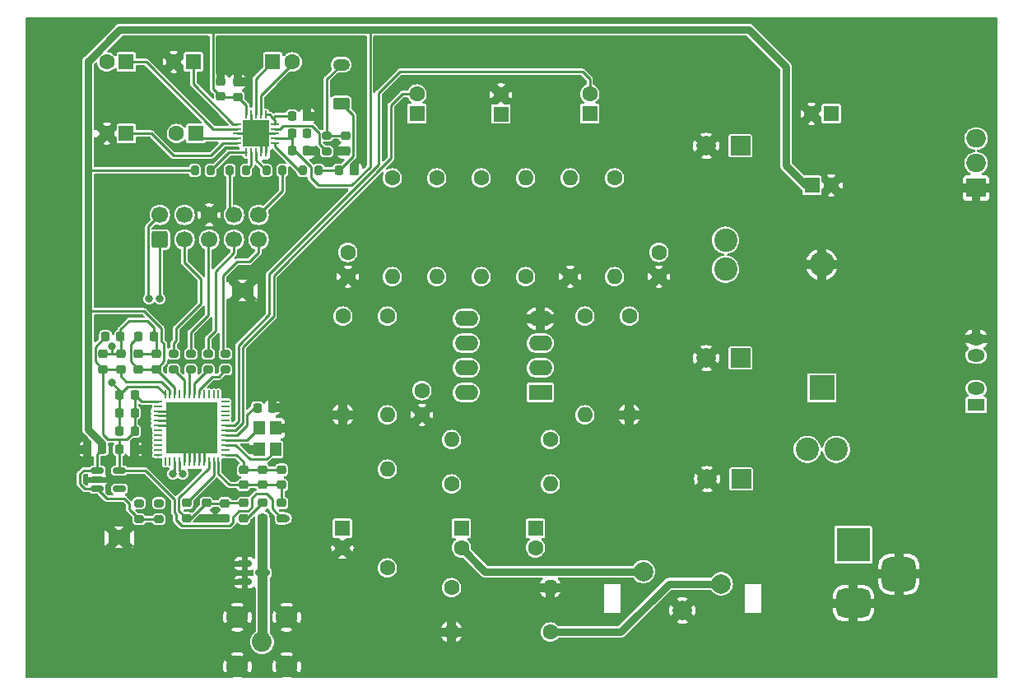
<source format=gbr>
%TF.GenerationSoftware,KiCad,Pcbnew,7.0.9*%
%TF.CreationDate,2024-03-08T21:09:09+01:00*%
%TF.ProjectId,SI4684,53493436-3834-42e6-9b69-6361645f7063,A*%
%TF.SameCoordinates,Original*%
%TF.FileFunction,Copper,L1,Top*%
%TF.FilePolarity,Positive*%
%FSLAX46Y46*%
G04 Gerber Fmt 4.6, Leading zero omitted, Abs format (unit mm)*
G04 Created by KiCad (PCBNEW 7.0.9) date 2024-03-08 21:09:09*
%MOMM*%
%LPD*%
G01*
G04 APERTURE LIST*
G04 Aperture macros list*
%AMRoundRect*
0 Rectangle with rounded corners*
0 $1 Rounding radius*
0 $2 $3 $4 $5 $6 $7 $8 $9 X,Y pos of 4 corners*
0 Add a 4 corners polygon primitive as box body*
4,1,4,$2,$3,$4,$5,$6,$7,$8,$9,$2,$3,0*
0 Add four circle primitives for the rounded corners*
1,1,$1+$1,$2,$3*
1,1,$1+$1,$4,$5*
1,1,$1+$1,$6,$7*
1,1,$1+$1,$8,$9*
0 Add four rect primitives between the rounded corners*
20,1,$1+$1,$2,$3,$4,$5,0*
20,1,$1+$1,$4,$5,$6,$7,0*
20,1,$1+$1,$6,$7,$8,$9,0*
20,1,$1+$1,$8,$9,$2,$3,0*%
G04 Aperture macros list end*
%TA.AperFunction,ComponentPad*%
%ADD10C,1.600000*%
%TD*%
%TA.AperFunction,ComponentPad*%
%ADD11O,1.600000X1.600000*%
%TD*%
%TA.AperFunction,ComponentPad*%
%ADD12C,2.400000*%
%TD*%
%TA.AperFunction,ComponentPad*%
%ADD13R,2.000000X1.905000*%
%TD*%
%TA.AperFunction,ComponentPad*%
%ADD14O,2.000000X1.905000*%
%TD*%
%TA.AperFunction,ComponentPad*%
%ADD15C,2.050000*%
%TD*%
%TA.AperFunction,ComponentPad*%
%ADD16C,2.250000*%
%TD*%
%TA.AperFunction,SMDPad,CuDef*%
%ADD17RoundRect,0.225000X-0.225000X-0.250000X0.225000X-0.250000X0.225000X0.250000X-0.225000X0.250000X0*%
%TD*%
%TA.AperFunction,SMDPad,CuDef*%
%ADD18RoundRect,0.225000X-0.250000X0.225000X-0.250000X-0.225000X0.250000X-0.225000X0.250000X0.225000X0*%
%TD*%
%TA.AperFunction,ComponentPad*%
%ADD19R,2.000000X2.000000*%
%TD*%
%TA.AperFunction,ComponentPad*%
%ADD20C,2.000000*%
%TD*%
%TA.AperFunction,SMDPad,CuDef*%
%ADD21R,1.200000X1.400000*%
%TD*%
%TA.AperFunction,SMDPad,CuDef*%
%ADD22RoundRect,0.150000X-0.587500X-0.150000X0.587500X-0.150000X0.587500X0.150000X-0.587500X0.150000X0*%
%TD*%
%TA.AperFunction,ComponentPad*%
%ADD23R,1.600000X1.600000*%
%TD*%
%TA.AperFunction,SMDPad,CuDef*%
%ADD24RoundRect,0.200000X0.275000X-0.200000X0.275000X0.200000X-0.275000X0.200000X-0.275000X-0.200000X0*%
%TD*%
%TA.AperFunction,SMDPad,CuDef*%
%ADD25RoundRect,0.218750X0.256250X-0.218750X0.256250X0.218750X-0.256250X0.218750X-0.256250X-0.218750X0*%
%TD*%
%TA.AperFunction,ComponentPad*%
%ADD26R,2.600000X2.600000*%
%TD*%
%TA.AperFunction,ComponentPad*%
%ADD27O,2.600000X2.600000*%
%TD*%
%TA.AperFunction,ComponentPad*%
%ADD28R,2.400000X1.600000*%
%TD*%
%TA.AperFunction,ComponentPad*%
%ADD29O,2.400000X1.600000*%
%TD*%
%TA.AperFunction,SMDPad,CuDef*%
%ADD30RoundRect,0.200000X-0.200000X-0.275000X0.200000X-0.275000X0.200000X0.275000X-0.200000X0.275000X0*%
%TD*%
%TA.AperFunction,SMDPad,CuDef*%
%ADD31RoundRect,0.225000X0.250000X-0.225000X0.250000X0.225000X-0.250000X0.225000X-0.250000X-0.225000X0*%
%TD*%
%TA.AperFunction,SMDPad,CuDef*%
%ADD32RoundRect,0.062500X-0.337500X-0.062500X0.337500X-0.062500X0.337500X0.062500X-0.337500X0.062500X0*%
%TD*%
%TA.AperFunction,SMDPad,CuDef*%
%ADD33RoundRect,0.062500X-0.062500X-0.337500X0.062500X-0.337500X0.062500X0.337500X-0.062500X0.337500X0*%
%TD*%
%TA.AperFunction,SMDPad,CuDef*%
%ADD34R,2.700000X2.700000*%
%TD*%
%TA.AperFunction,SMDPad,CuDef*%
%ADD35RoundRect,0.225000X0.225000X0.250000X-0.225000X0.250000X-0.225000X-0.250000X0.225000X-0.250000X0*%
%TD*%
%TA.AperFunction,SMDPad,CuDef*%
%ADD36RoundRect,0.200000X0.200000X0.275000X-0.200000X0.275000X-0.200000X-0.275000X0.200000X-0.275000X0*%
%TD*%
%TA.AperFunction,ComponentPad*%
%ADD37R,2.286000X1.500000*%
%TD*%
%TA.AperFunction,SMDPad,CuDef*%
%ADD38RoundRect,0.062500X0.062500X-0.337500X0.062500X0.337500X-0.062500X0.337500X-0.062500X-0.337500X0*%
%TD*%
%TA.AperFunction,SMDPad,CuDef*%
%ADD39RoundRect,0.062500X0.337500X-0.062500X0.337500X0.062500X-0.337500X0.062500X-0.337500X-0.062500X0*%
%TD*%
%TA.AperFunction,SMDPad,CuDef*%
%ADD40R,5.300000X5.300000*%
%TD*%
%TA.AperFunction,ComponentPad*%
%ADD41R,3.500000X3.500000*%
%TD*%
%TA.AperFunction,ComponentPad*%
%ADD42RoundRect,0.750000X1.000000X-0.750000X1.000000X0.750000X-1.000000X0.750000X-1.000000X-0.750000X0*%
%TD*%
%TA.AperFunction,ComponentPad*%
%ADD43RoundRect,0.875000X0.875000X-0.875000X0.875000X0.875000X-0.875000X0.875000X-0.875000X-0.875000X0*%
%TD*%
%TA.AperFunction,ComponentPad*%
%ADD44R,1.800000X1.275000*%
%TD*%
%TA.AperFunction,ComponentPad*%
%ADD45O,1.800000X1.275000*%
%TD*%
%TA.AperFunction,SMDPad,CuDef*%
%ADD46RoundRect,0.218750X-0.256250X0.218750X-0.256250X-0.218750X0.256250X-0.218750X0.256250X0.218750X0*%
%TD*%
%TA.AperFunction,ComponentPad*%
%ADD47RoundRect,0.250000X0.625000X-0.350000X0.625000X0.350000X-0.625000X0.350000X-0.625000X-0.350000X0*%
%TD*%
%TA.AperFunction,ComponentPad*%
%ADD48O,1.750000X1.200000*%
%TD*%
%TA.AperFunction,ComponentPad*%
%ADD49RoundRect,0.250000X0.600000X-0.600000X0.600000X0.600000X-0.600000X0.600000X-0.600000X-0.600000X0*%
%TD*%
%TA.AperFunction,ComponentPad*%
%ADD50C,1.700000*%
%TD*%
%TA.AperFunction,SMDPad,CuDef*%
%ADD51RoundRect,0.150000X-0.512500X-0.150000X0.512500X-0.150000X0.512500X0.150000X-0.512500X0.150000X0*%
%TD*%
%TA.AperFunction,ViaPad*%
%ADD52C,5.500000*%
%TD*%
%TA.AperFunction,ViaPad*%
%ADD53C,0.800000*%
%TD*%
%TA.AperFunction,Conductor*%
%ADD54C,0.250000*%
%TD*%
%TA.AperFunction,Conductor*%
%ADD55C,0.800000*%
%TD*%
%TA.AperFunction,Conductor*%
%ADD56C,1.055000*%
%TD*%
G04 APERTURE END LIST*
D10*
%TO.P,R19,1*%
%TO.N,Net-(U6B--)*%
X136777000Y-97028000D03*
D11*
%TO.P,R19,2*%
%TO.N,Net-(R19-Pad2)*%
X136777000Y-107188000D03*
%TD*%
D12*
%TO.P,L6,1*%
%TO.N,Net-(U2-FB)*%
X171575000Y-92202000D03*
%TO.P,L6,2*%
%TO.N,+5V*%
X171575000Y-89202000D03*
%TD*%
D13*
%TO.P,U4,1,GND*%
%TO.N,GND*%
X197358000Y-83820000D03*
D14*
%TO.P,U4,2,VO*%
%TO.N,+3V3*%
X197358000Y-81280000D03*
%TO.P,U4,3,VI*%
%TO.N,+5V*%
X197358000Y-78740000D03*
%TD*%
D15*
%TO.P,J2,1,In*%
%TO.N,Net-(J2-In)*%
X123886400Y-130556000D03*
D16*
%TO.P,J2,2,Ext*%
%TO.N,GND*%
X121346400Y-128016000D03*
X121346400Y-133096000D03*
X126426400Y-128016000D03*
X126426400Y-133096000D03*
%TD*%
D17*
%TO.P,C17,1*%
%TO.N,Net-(U3-DACREF)*%
X123409800Y-106451400D03*
%TO.P,C17,2*%
%TO.N,GND*%
X124959800Y-106451400D03*
%TD*%
D10*
%TO.P,R14,1*%
%TO.N,Net-(C37-Pad1)*%
X146429000Y-82804000D03*
D11*
%TO.P,R14,2*%
%TO.N,Net-(U6B-+)*%
X146429000Y-92964000D03*
%TD*%
D10*
%TO.P,R12,1*%
%TO.N,GND*%
X155573000Y-92964000D03*
D11*
%TO.P,R12,2*%
%TO.N,Net-(C37-Pad1)*%
X155573000Y-82804000D03*
%TD*%
D18*
%TO.P,C5,1*%
%TO.N,Net-(U3-VHFI)*%
X120083000Y-116280600D03*
%TO.P,C5,2*%
%TO.N,GND*%
X120083000Y-117830600D03*
%TD*%
D10*
%TO.P,R23,1*%
%TO.N,Net-(J5-IN1)*%
X143381000Y-124968000D03*
D11*
%TO.P,R23,2*%
%TO.N,GND*%
X153541000Y-124968000D03*
%TD*%
D19*
%TO.P,C13,1*%
%TO.N,Net-(U2-FB)*%
X173099000Y-101346000D03*
D20*
%TO.P,C13,2*%
%TO.N,GND*%
X169599000Y-101346000D03*
%TD*%
D21*
%TO.P,X1,1,1*%
%TO.N,Net-(U3-XTALO)*%
X123564600Y-108551800D03*
%TO.P,X1,2,2*%
%TO.N,GND*%
X123564600Y-110751800D03*
%TO.P,X1,3,3*%
%TO.N,Net-(U3-XTALI)*%
X125264600Y-110751800D03*
%TO.P,X1,4,4*%
%TO.N,GND*%
X125264600Y-108551800D03*
%TD*%
D22*
%TO.P,D1,1,K*%
%TO.N,GND*%
X122091900Y-122494000D03*
%TO.P,D1,2,A*%
X122091900Y-124394000D03*
%TO.P,D1,3,K*%
%TO.N,Net-(J2-In)*%
X123966900Y-123444000D03*
%TD*%
D23*
%TO.P,C11,1*%
%TO.N,Net-(U5-RIGHTINM)*%
X109921113Y-78232000D03*
D10*
%TO.P,C11,2*%
%TO.N,GND*%
X107921113Y-78232000D03*
%TD*%
D23*
%TO.P,C22,1*%
%TO.N,+5V*%
X182436113Y-76200000D03*
D10*
%TO.P,C22,2*%
%TO.N,GND*%
X180436113Y-76200000D03*
%TD*%
D24*
%TO.P,R5,1*%
%TO.N,Net-(U3-SSB)*%
X120142000Y-102539800D03*
%TO.P,R5,2*%
%TO.N,SS*%
X120142000Y-100889800D03*
%TD*%
D10*
%TO.P,R6,1*%
%TO.N,Net-(C28-Pad1)*%
X137285000Y-82804000D03*
D11*
%TO.P,R6,2*%
%TO.N,Net-(U6B-+)*%
X137285000Y-92964000D03*
%TD*%
D25*
%TO.P,L1,1*%
%TO.N,Net-(C3-Pad2)*%
X122013400Y-117830600D03*
%TO.P,L1,2*%
%TO.N,Net-(U3-VHFI)*%
X122013400Y-116255600D03*
%TD*%
D17*
%TO.P,C35,1*%
%TO.N,+1V8*%
X107789400Y-99136200D03*
%TO.P,C35,2*%
%TO.N,Net-(U3-DBYP)*%
X109339400Y-99136200D03*
%TD*%
D26*
%TO.P,D2,1,K*%
%TO.N,Net-(D2-K)*%
X181481000Y-104394000D03*
D27*
%TO.P,D2,2,A*%
%TO.N,GND*%
X181481000Y-91694000D03*
%TD*%
D10*
%TO.P,R18,1*%
%TO.N,Net-(U6A--)*%
X161669000Y-97028000D03*
D11*
%TO.P,R18,2*%
%TO.N,GND*%
X161669000Y-107188000D03*
%TD*%
D17*
%TO.P,C19,1*%
%TO.N,+3V3*%
X126987000Y-78232000D03*
%TO.P,C19,2*%
%TO.N,GND*%
X128537000Y-78232000D03*
%TD*%
D23*
%TO.P,C8,1*%
%TO.N,Net-(U5-LEFTINM)*%
X116840000Y-70866000D03*
D10*
%TO.P,C8,2*%
%TO.N,GND*%
X114840000Y-70866000D03*
%TD*%
D25*
%TO.P,L2,1*%
%TO.N,+1V8*%
X125925000Y-117830800D03*
%TO.P,L2,2*%
%TO.N,Net-(U3-VA)*%
X125925000Y-116255800D03*
%TD*%
D28*
%TO.P,U6,1*%
%TO.N,Net-(R17-Pad2)*%
X152525000Y-104892000D03*
D29*
%TO.P,U6,2,-*%
%TO.N,Net-(U6A--)*%
X152525000Y-102352000D03*
%TO.P,U6,3,+*%
%TO.N,Net-(U6A-+)*%
X152525000Y-99812000D03*
%TO.P,U6,4,V-*%
%TO.N,GND*%
X152525000Y-97272000D03*
%TO.P,U6,5,+*%
%TO.N,Net-(U6B-+)*%
X144905000Y-97272000D03*
%TO.P,U6,6,-*%
%TO.N,Net-(U6B--)*%
X144905000Y-99812000D03*
%TO.P,U6,7*%
%TO.N,Net-(R19-Pad2)*%
X144905000Y-102352000D03*
%TO.P,U6,8,V+*%
%TO.N,Net-(U6C-V+)*%
X144905000Y-104892000D03*
%TD*%
D30*
%TO.P,R10,1*%
%TO.N,Net-(U5-HPRIGHT)*%
X128080000Y-82042000D03*
%TO.P,R10,2*%
%TO.N,Net-(J3-Pin_1)*%
X129730000Y-82042000D03*
%TD*%
D10*
%TO.P,R15,1*%
%TO.N,Net-(C37-Pad1)*%
X141857000Y-82804000D03*
D11*
%TO.P,R15,2*%
%TO.N,+5V*%
X141857000Y-92964000D03*
%TD*%
D24*
%TO.P,R25,1*%
%TO.N,+3V3*%
X113284000Y-117919000D03*
%TO.P,R25,2*%
%TO.N,RST*%
X113284000Y-116269000D03*
%TD*%
D17*
%TO.P,C26,1*%
%TO.N,+3V3*%
X111180000Y-99136200D03*
%TO.P,C26,2*%
%TO.N,Net-(U3-DBYP)*%
X112730000Y-99136200D03*
%TD*%
D23*
%TO.P,C20,1*%
%TO.N,Net-(U5-CPP)*%
X125000000Y-70866000D03*
D10*
%TO.P,C20,2*%
%TO.N,Net-(U5-CPN)*%
X127000000Y-70866000D03*
%TD*%
D23*
%TO.P,C37,1*%
%TO.N,Net-(C37-Pad1)*%
X148461000Y-76232000D03*
D10*
%TO.P,C37,2*%
%TO.N,GND*%
X148461000Y-74232000D03*
%TD*%
D20*
%TO.P,J5,1,IN1*%
%TO.N,Net-(J5-IN1)*%
X163132000Y-123317000D03*
%TO.P,J5,2,IN2*%
%TO.N,Net-(J5-IN2)*%
X171132000Y-124567000D03*
%TO.P,J5,3,EXT*%
%TO.N,GND*%
X167132000Y-127317000D03*
%TD*%
D10*
%TO.P,R17,1*%
%TO.N,Net-(U6A--)*%
X157097000Y-97028000D03*
D11*
%TO.P,R17,2*%
%TO.N,Net-(R17-Pad2)*%
X157097000Y-107188000D03*
%TD*%
D24*
%TO.P,R11,1*%
%TO.N,Net-(U5-HPLEFT)*%
X130556000Y-80073000D03*
%TO.P,R11,2*%
%TO.N,Net-(J3-Pin_3)*%
X130556000Y-78423000D03*
%TD*%
D31*
%TO.P,C7,1*%
%TO.N,Net-(U3-VA)*%
X123943800Y-114402200D03*
%TO.P,C7,2*%
%TO.N,Net-(U3-ABYP)*%
X123943800Y-112852200D03*
%TD*%
%TO.P,C29,1*%
%TO.N,+1V8*%
X109364200Y-102489800D03*
%TO.P,C29,2*%
%TO.N,Net-(U3-DBYP)*%
X109364200Y-100939800D03*
%TD*%
D10*
%TO.P,C33,1*%
%TO.N,Net-(U6B-+)*%
X132713000Y-90464000D03*
%TO.P,C33,2*%
%TO.N,GND*%
X132713000Y-92964000D03*
%TD*%
D31*
%TO.P,C12,1*%
%TO.N,Net-(U3-VA)*%
X121962600Y-114402200D03*
%TO.P,C12,2*%
%TO.N,Net-(U3-ABYP)*%
X121962600Y-112852200D03*
%TD*%
D32*
%TO.P,U5,1,LEFTINM*%
%TO.N,Net-(U5-LEFTINM)*%
X121322000Y-77248000D03*
%TO.P,U5,2,LEFTINP*%
%TO.N,Net-(U5-LEFTINP)*%
X121322000Y-77748000D03*
%TO.P,U5,3,GND_2*%
%TO.N,GND*%
X121322000Y-78248000D03*
%TO.P,U5,4,RIGHTINP*%
%TO.N,Net-(U5-RIGHTINP)*%
X121322000Y-78748000D03*
%TO.P,U5,5,RIGHTINM*%
%TO.N,Net-(U5-RIGHTINM)*%
X121322000Y-79248000D03*
D33*
%TO.P,U5,6,~SD*%
%TO.N,Net-(U5-~SD)*%
X122272000Y-80198000D03*
%TO.P,U5,7,SDA*%
%TO.N,Net-(U5-SDA)*%
X122772000Y-80198000D03*
%TO.P,U5,8,SCL*%
%TO.N,Net-(U5-SCL)*%
X123272000Y-80198000D03*
%TO.P,U5,9,GND_3*%
%TO.N,GND*%
X123772000Y-80198000D03*
%TO.P,U5,10,GND_4*%
X124272000Y-80198000D03*
D32*
%TO.P,U5,11,HPRIGHT*%
%TO.N,Net-(U5-HPRIGHT)*%
X125222000Y-79248000D03*
%TO.P,U5,12,VDD_2*%
%TO.N,+3V3*%
X125222000Y-78748000D03*
%TO.P,U5,13,GND_5*%
%TO.N,GND*%
X125222000Y-78248000D03*
%TO.P,U5,14,HPLEFT*%
%TO.N,Net-(U5-HPLEFT)*%
X125222000Y-77748000D03*
%TO.P,U5,15,CPVSS_2*%
%TO.N,Net-(U5-CPVSS)*%
X125222000Y-77248000D03*
D33*
%TO.P,U5,16,CPVSS*%
X124272000Y-76298000D03*
%TO.P,U5,17,CPN*%
%TO.N,Net-(U5-CPN)*%
X123772000Y-76298000D03*
%TO.P,U5,18,CPP*%
%TO.N,Net-(U5-CPP)*%
X123272000Y-76298000D03*
%TO.P,U5,19,GND*%
%TO.N,GND*%
X122772000Y-76298000D03*
%TO.P,U5,20,VDD*%
%TO.N,+3V3*%
X122272000Y-76298000D03*
D34*
%TO.P,U5,21,EP*%
%TO.N,GND*%
X123272000Y-78248000D03*
%TD*%
D23*
%TO.P,C31,1*%
%TO.N,Net-(U6C-V+)*%
X132156200Y-118872000D03*
D10*
%TO.P,C31,2*%
%TO.N,GND*%
X132156200Y-120872000D03*
%TD*%
D23*
%TO.P,C10,1*%
%TO.N,Net-(U5-RIGHTINP)*%
X117094000Y-78232000D03*
D10*
%TO.P,C10,2*%
%TO.N,R*%
X115094000Y-78232000D03*
%TD*%
D31*
%TO.P,C3,1*%
%TO.N,Net-(J2-In)*%
X123943800Y-117805800D03*
%TO.P,C3,2*%
%TO.N,Net-(C3-Pad2)*%
X123943800Y-116255800D03*
%TD*%
D24*
%TO.P,R26,1*%
%TO.N,+3V3*%
X111252000Y-117919000D03*
%TO.P,R26,2*%
%TO.N,INT*%
X111252000Y-116269000D03*
%TD*%
D35*
%TO.P,C40,1*%
%TO.N,+1V8*%
X110786600Y-106959400D03*
%TO.P,C40,2*%
%TO.N,Net-(U3-DBYP)*%
X109236600Y-106959400D03*
%TD*%
D10*
%TO.P,C32,1*%
%TO.N,Net-(U6A-+)*%
X164717000Y-90464000D03*
%TO.P,C32,2*%
%TO.N,GND*%
X164717000Y-92964000D03*
%TD*%
D23*
%TO.P,C24,1*%
%TO.N,+3V3*%
X180465000Y-83566000D03*
D10*
%TO.P,C24,2*%
%TO.N,GND*%
X182465000Y-83566000D03*
%TD*%
D36*
%TO.P,R8,1*%
%TO.N,Net-(U5-SDA)*%
X122237000Y-82042000D03*
%TO.P,R8,2*%
%TO.N,SDA*%
X120587000Y-82042000D03*
%TD*%
D10*
%TO.P,R13,1*%
%TO.N,Net-(U6A-+)*%
X151001000Y-92964000D03*
D11*
%TO.P,R13,2*%
%TO.N,Net-(C37-Pad1)*%
X151001000Y-82804000D03*
%TD*%
D10*
%TO.P,R22,1*%
%TO.N,Net-(R19-Pad2)*%
X143381000Y-114300000D03*
D11*
%TO.P,R22,2*%
%TO.N,Net-(C43-Pad1)*%
X153541000Y-114300000D03*
%TD*%
D37*
%TO.P,REF\u002A\u002A,1*%
%TO.N,GND*%
X109204400Y-119811800D03*
X121904400Y-94411800D03*
%TD*%
D10*
%TO.P,R24,1*%
%TO.N,Net-(J5-IN2)*%
X153541000Y-129540000D03*
D11*
%TO.P,R24,2*%
%TO.N,GND*%
X143381000Y-129540000D03*
%TD*%
D35*
%TO.P,C41,1*%
%TO.N,+1V8*%
X110786600Y-108889800D03*
%TO.P,C41,2*%
%TO.N,Net-(U3-DBYP)*%
X109236600Y-108889800D03*
%TD*%
D12*
%TO.P,L5,1*%
%TO.N,Net-(D2-K)*%
X179981000Y-110744000D03*
%TO.P,L5,2*%
%TO.N,Net-(U2-FB)*%
X182981000Y-110744000D03*
%TD*%
D30*
%TO.P,R1,1*%
%TO.N,+3V3*%
X116968000Y-82042000D03*
%TO.P,R1,2*%
%TO.N,Net-(U5-~SD)*%
X118618000Y-82042000D03*
%TD*%
D23*
%TO.P,C9,1*%
%TO.N,Net-(U5-LEFTINP)*%
X109921113Y-70866000D03*
D10*
%TO.P,C9,2*%
%TO.N,L*%
X107921113Y-70866000D03*
%TD*%
D23*
%TO.P,C28,1*%
%TO.N,Net-(C28-Pad1)*%
X139825000Y-76168000D03*
D10*
%TO.P,C28,2*%
%TO.N,L*%
X139825000Y-74168000D03*
%TD*%
D38*
%TO.P,U3,1,NVSSB*%
%TO.N,unconnected-(U3-NVSSB-Pad1)*%
X113914600Y-111988600D03*
%TO.P,U3,2,NVCLK*%
%TO.N,unconnected-(U3-NVCLK-Pad2)*%
X114414600Y-111988600D03*
%TO.P,U3,3,INTB*%
%TO.N,INT*%
X114914600Y-111988600D03*
%TO.P,U3,4,RSTB*%
%TO.N,RST*%
X115414600Y-111988600D03*
%TO.P,U3,5,SMODE*%
%TO.N,GND*%
X115914600Y-111988600D03*
%TO.P,U3,6,RFREF*%
X116414600Y-111988600D03*
%TO.P,U3,7,RFREF*%
X116914600Y-111988600D03*
%TO.P,U3,8,RFREF*%
X117414600Y-111988600D03*
%TO.P,U3,9,RFREF*%
X117914600Y-111988600D03*
%TO.P,U3,10,VHFI*%
%TO.N,Net-(U3-VHFI)*%
X118414600Y-111988600D03*
%TO.P,U3,11,VHFSW*%
%TO.N,Net-(U3-VHFSW)*%
X118914600Y-111988600D03*
%TO.P,U3,12,VA*%
%TO.N,Net-(U3-VA)*%
X119414600Y-111988600D03*
D39*
%TO.P,U3,13,ABYP*%
%TO.N,Net-(U3-ABYP)*%
X120114600Y-111288600D03*
%TO.P,U3,14,NC*%
%TO.N,unconnected-(U3-NC-Pad14)*%
X120114600Y-110788600D03*
%TO.P,U3,15,XTALI*%
%TO.N,Net-(U3-XTALI)*%
X120114600Y-110288600D03*
%TO.P,U3,16,XTALO*%
%TO.N,Net-(U3-XTALO)*%
X120114600Y-109788600D03*
%TO.P,U3,17,DACREF*%
%TO.N,Net-(U3-DACREF)*%
X120114600Y-109288600D03*
%TO.P,U3,18,LOUT*%
%TO.N,L*%
X120114600Y-108788600D03*
%TO.P,U3,19,ROUT*%
%TO.N,R*%
X120114600Y-108288600D03*
%TO.P,U3,20,NC*%
%TO.N,unconnected-(U3-NC-Pad20)*%
X120114600Y-107788600D03*
%TO.P,U3,21,NC*%
%TO.N,unconnected-(U3-NC-Pad21)*%
X120114600Y-107288600D03*
%TO.P,U3,22,NC*%
%TO.N,unconnected-(U3-NC-Pad22)*%
X120114600Y-106788600D03*
%TO.P,U3,23,NC*%
%TO.N,unconnected-(U3-NC-Pad23)*%
X120114600Y-106288600D03*
%TO.P,U3,24,NC*%
%TO.N,unconnected-(U3-NC-Pad24)*%
X120114600Y-105788600D03*
D38*
%TO.P,U3,25,NC*%
%TO.N,unconnected-(U3-NC-Pad25)*%
X119414600Y-105088600D03*
%TO.P,U3,26,NC*%
%TO.N,unconnected-(U3-NC-Pad26)*%
X118914600Y-105088600D03*
%TO.P,U3,27,DCLK*%
%TO.N,unconnected-(U3-DCLK-Pad27)*%
X118414600Y-105088600D03*
%TO.P,U3,28,DSF*%
%TO.N,unconnected-(U3-DSF-Pad28)*%
X117914600Y-105088600D03*
%TO.P,U3,29,SSB*%
%TO.N,Net-(U3-SSB)*%
X117414600Y-105088600D03*
%TO.P,U3,30,SCLK*%
%TO.N,Net-(U3-SCLK)*%
X116914600Y-105088600D03*
%TO.P,U3,31,MOSI*%
%TO.N,Net-(U3-MOSI)*%
X116414600Y-105088600D03*
%TO.P,U3,32,MISO*%
%TO.N,Net-(U3-MISO)*%
X115914600Y-105088600D03*
%TO.P,U3,33,DOUT*%
%TO.N,unconnected-(U3-DOUT-Pad33)*%
X115414600Y-105088600D03*
%TO.P,U3,34,VIO*%
%TO.N,+3V3*%
X114914600Y-105088600D03*
%TO.P,U3,35,VMEM*%
%TO.N,+1V8*%
X114414600Y-105088600D03*
%TO.P,U3,36,DBYP*%
%TO.N,Net-(U3-DBYP)*%
X113914600Y-105088600D03*
D39*
%TO.P,U3,37,VCORE*%
%TO.N,+1V8*%
X113214600Y-105788600D03*
%TO.P,U3,38,NC*%
%TO.N,unconnected-(U3-NC-Pad38)*%
X113214600Y-106288600D03*
%TO.P,U3,39,GNDD*%
%TO.N,GND*%
X113214600Y-106788600D03*
%TO.P,U3,40,GNDD*%
X113214600Y-107288600D03*
%TO.P,U3,41,GNDD*%
X113214600Y-107788600D03*
%TO.P,U3,42,GNDD*%
X113214600Y-108288600D03*
%TO.P,U3,43,NC*%
%TO.N,unconnected-(U3-NC-Pad43)*%
X113214600Y-108788600D03*
%TO.P,U3,44,NC*%
%TO.N,unconnected-(U3-NC-Pad44)*%
X113214600Y-109288600D03*
%TO.P,U3,45,NC*%
%TO.N,unconnected-(U3-NC-Pad45)*%
X113214600Y-109788600D03*
%TO.P,U3,46,NC*%
%TO.N,unconnected-(U3-NC-Pad46)*%
X113214600Y-110288600D03*
%TO.P,U3,47,MVMISO*%
%TO.N,unconnected-(U3-MVMISO-Pad47)*%
X113214600Y-110788600D03*
%TO.P,U3,48,NVMOS*%
%TO.N,unconnected-(U3-NVMOS-Pad48)*%
X113214600Y-111288600D03*
D40*
%TO.P,U3,49,GND*%
%TO.N,GND*%
X116664600Y-108538600D03*
%TD*%
D17*
%TO.P,C15,1*%
%TO.N,+3V3*%
X126987000Y-80010000D03*
%TO.P,C15,2*%
%TO.N,GND*%
X128537000Y-80010000D03*
%TD*%
D23*
%TO.P,C27,1*%
%TO.N,Net-(C27-Pad1)*%
X157605000Y-76168000D03*
D10*
%TO.P,C27,2*%
%TO.N,R*%
X157605000Y-74168000D03*
%TD*%
%TO.P,R20,1*%
%TO.N,Net-(U6B--)*%
X132205000Y-97028000D03*
D11*
%TO.P,R20,2*%
%TO.N,GND*%
X132205000Y-107188000D03*
%TD*%
D35*
%TO.P,C38,1*%
%TO.N,+1V8*%
X110799600Y-105130600D03*
%TO.P,C38,2*%
%TO.N,Net-(U3-DBYP)*%
X109249600Y-105130600D03*
%TD*%
D41*
%TO.P,J1,1*%
%TO.N,+12V*%
X184716500Y-120571000D03*
D42*
%TO.P,J1,2*%
%TO.N,GND*%
X184716500Y-126571000D03*
D43*
%TO.P,J1,3*%
X189416500Y-123571000D03*
%TD*%
D44*
%TO.P,U2,1,VIN*%
%TO.N,+12V*%
X197358000Y-106172000D03*
D45*
%TO.P,U2,2,OUT*%
%TO.N,Net-(D2-K)*%
X197358000Y-104472000D03*
%TO.P,U2,3,GND*%
%TO.N,GND*%
X197358000Y-102772000D03*
%TO.P,U2,4,FB*%
%TO.N,Net-(U2-FB)*%
X197358000Y-101072000D03*
%TO.P,U2,5,~{ON}/OFF*%
%TO.N,GND*%
X197358000Y-99372000D03*
%TD*%
D24*
%TO.P,R3,1*%
%TO.N,Net-(U3-MOSI)*%
X116586000Y-102539800D03*
%TO.P,R3,2*%
%TO.N,MOSI*%
X116586000Y-100889800D03*
%TD*%
D46*
%TO.P,L3,1*%
%TO.N,Net-(U3-VHFI)*%
X118152600Y-116255600D03*
%TO.P,L3,2*%
%TO.N,GND*%
X118152600Y-117830600D03*
%TD*%
D23*
%TO.P,C42,1*%
%TO.N,Net-(C42-Pad1)*%
X144397000Y-118872000D03*
D10*
%TO.P,C42,2*%
%TO.N,Net-(J5-IN1)*%
X144397000Y-120872000D03*
%TD*%
D47*
%TO.P,J3,1,Pin_1*%
%TO.N,Net-(J3-Pin_1)*%
X132038000Y-75152000D03*
D48*
%TO.P,J3,2,Pin_2*%
%TO.N,GND*%
X132038000Y-73152000D03*
%TO.P,J3,3,Pin_3*%
%TO.N,Net-(J3-Pin_3)*%
X132038000Y-71152000D03*
%TD*%
D31*
%TO.P,C6,1*%
%TO.N,Net-(U3-VA)*%
X125925000Y-114402200D03*
%TO.P,C6,2*%
%TO.N,Net-(U3-ABYP)*%
X125925000Y-112852200D03*
%TD*%
D25*
%TO.P,L4,1*%
%TO.N,Net-(U3-VHFI)*%
X116120600Y-117830800D03*
%TO.P,L4,2*%
%TO.N,Net-(U3-VHFSW)*%
X116120600Y-116255800D03*
%TD*%
D24*
%TO.P,R2,1*%
%TO.N,Net-(U3-MISO)*%
X114808000Y-102539800D03*
%TO.P,R2,2*%
%TO.N,MISO*%
X114808000Y-100889800D03*
%TD*%
D31*
%TO.P,C14,1*%
%TO.N,+3V3*%
X119634000Y-74435000D03*
%TO.P,C14,2*%
%TO.N,GND*%
X119634000Y-72885000D03*
%TD*%
D10*
%TO.P,R16,1*%
%TO.N,+12V*%
X136777000Y-122936000D03*
D11*
%TO.P,R16,2*%
%TO.N,Net-(U6C-V+)*%
X136777000Y-112776000D03*
%TD*%
D17*
%TO.P,C4,1*%
%TO.N,+1V8*%
X109207000Y-110744000D03*
%TO.P,C4,2*%
%TO.N,GND*%
X110757000Y-110744000D03*
%TD*%
D49*
%TO.P,J4,1,Pin_1*%
%TO.N,RST*%
X113377400Y-89154000D03*
D50*
%TO.P,J4,2,Pin_2*%
%TO.N,INT*%
X113377400Y-86614000D03*
%TO.P,J4,3,Pin_3*%
%TO.N,MISO*%
X115917400Y-89154000D03*
%TO.P,J4,4,Pin_4*%
%TO.N,+5V*%
X115917400Y-86614000D03*
%TO.P,J4,5,Pin_5*%
%TO.N,MOSI*%
X118457400Y-89154000D03*
%TO.P,J4,6,Pin_6*%
%TO.N,GND*%
X118457400Y-86614000D03*
%TO.P,J4,7,Pin_7*%
%TO.N,CLK*%
X120997400Y-89154000D03*
%TO.P,J4,8,Pin_8*%
%TO.N,SDA*%
X120997400Y-86614000D03*
%TO.P,J4,9,Pin_9*%
%TO.N,SS*%
X123537400Y-89154000D03*
%TO.P,J4,10,Pin_10*%
%TO.N,SCL*%
X123537400Y-86614000D03*
%TD*%
D24*
%TO.P,R4,1*%
%TO.N,Net-(U3-SCLK)*%
X118364000Y-102539800D03*
%TO.P,R4,2*%
%TO.N,CLK*%
X118364000Y-100889800D03*
%TD*%
D17*
%TO.P,C21,1*%
%TO.N,Net-(U5-CPVSS)*%
X126974000Y-76454000D03*
%TO.P,C21,2*%
%TO.N,GND*%
X128524000Y-76454000D03*
%TD*%
D31*
%TO.P,C30,1*%
%TO.N,+1V8*%
X107535400Y-102489800D03*
%TO.P,C30,2*%
%TO.N,Net-(U3-DBYP)*%
X107535400Y-100939800D03*
%TD*%
%TO.P,C25,1*%
%TO.N,+3V3*%
X111193000Y-102489800D03*
%TO.P,C25,2*%
%TO.N,Net-(U3-DBYP)*%
X111193000Y-100939800D03*
%TD*%
%TO.P,C23,1*%
%TO.N,+3V3*%
X113021800Y-102489800D03*
%TO.P,C23,2*%
%TO.N,Net-(U3-DBYP)*%
X113021800Y-100939800D03*
%TD*%
%TO.P,C18,1*%
%TO.N,+3V3*%
X121412000Y-74448000D03*
%TO.P,C18,2*%
%TO.N,GND*%
X121412000Y-72898000D03*
%TD*%
D17*
%TO.P,C34,1*%
%TO.N,Net-(J3-Pin_1)*%
X131813000Y-82042000D03*
%TO.P,C34,2*%
%TO.N,GND*%
X133363000Y-82042000D03*
%TD*%
D19*
%TO.P,C2,1*%
%TO.N,+12V*%
X173192677Y-113792000D03*
D20*
%TO.P,C2,2*%
%TO.N,GND*%
X169692677Y-113792000D03*
%TD*%
D10*
%TO.P,R7,1*%
%TO.N,Net-(C27-Pad1)*%
X160145000Y-82804000D03*
D11*
%TO.P,R7,2*%
%TO.N,Net-(U6A-+)*%
X160145000Y-92964000D03*
%TD*%
D35*
%TO.P,C1,1*%
%TO.N,+3V3*%
X107455000Y-110744000D03*
%TO.P,C1,2*%
%TO.N,GND*%
X105905000Y-110744000D03*
%TD*%
D51*
%TO.P,U1,1,VIN*%
%TO.N,+3V3*%
X106945000Y-112908000D03*
%TO.P,U1,2,GND*%
%TO.N,GND*%
X106945000Y-113858000D03*
%TO.P,U1,3,EN*%
%TO.N,+3V3*%
X106945000Y-114808000D03*
%TO.P,U1,4,NC*%
%TO.N,unconnected-(U1-NC-Pad4)*%
X109220000Y-114808000D03*
%TO.P,U1,5,VOUT*%
%TO.N,+1V8*%
X109220000Y-112908000D03*
%TD*%
D10*
%TO.P,C36,1*%
%TO.N,Net-(U6C-V+)*%
X140333000Y-104688000D03*
%TO.P,C36,2*%
%TO.N,GND*%
X140333000Y-107188000D03*
%TD*%
%TO.P,R21,1*%
%TO.N,Net-(R17-Pad2)*%
X153541000Y-109728000D03*
D11*
%TO.P,R21,2*%
%TO.N,Net-(C42-Pad1)*%
X143381000Y-109728000D03*
%TD*%
D18*
%TO.P,C39,1*%
%TO.N,Net-(J3-Pin_3)*%
X132461000Y-78473000D03*
%TO.P,C39,2*%
%TO.N,GND*%
X132461000Y-80023000D03*
%TD*%
D30*
%TO.P,R9,1*%
%TO.N,Net-(U5-SCL)*%
X124334000Y-82042000D03*
%TO.P,R9,2*%
%TO.N,SCL*%
X125984000Y-82042000D03*
%TD*%
D19*
%TO.P,C16,1*%
%TO.N,+5V*%
X173099000Y-79502000D03*
D20*
%TO.P,C16,2*%
%TO.N,GND*%
X169599000Y-79502000D03*
%TD*%
D23*
%TO.P,C43,1*%
%TO.N,Net-(C43-Pad1)*%
X152017000Y-118872000D03*
D10*
%TO.P,C43,2*%
%TO.N,Net-(J5-IN2)*%
X152017000Y-120872000D03*
%TD*%
D52*
%TO.N,GND*%
X102616000Y-129794000D03*
X196410000Y-129794000D03*
X196410000Y-71181000D03*
X102616000Y-71181000D03*
D53*
X119634000Y-72898000D03*
X102804400Y-109728000D03*
X109220000Y-116840000D03*
X120650000Y-96520000D03*
X102804400Y-102108000D03*
X128270000Y-112268000D03*
X128270000Y-117348000D03*
X120650000Y-113030000D03*
X124460000Y-104140000D03*
X120584400Y-123603000D03*
X110490000Y-111760000D03*
X104648000Y-94488000D03*
X124460000Y-102870000D03*
X127000000Y-97790000D03*
X102804400Y-119380000D03*
X114300000Y-97790000D03*
X107950000Y-118110000D03*
X104140000Y-106680000D03*
X127000000Y-101600000D03*
X115570000Y-96520000D03*
X128270000Y-102108000D03*
X110744000Y-110744000D03*
X124460000Y-99060000D03*
X118584400Y-106680000D03*
X104140000Y-107950000D03*
X107950000Y-116840000D03*
X113030000Y-113030000D03*
X116044400Y-109220000D03*
X102804400Y-107188000D03*
X117314400Y-107950000D03*
X125410400Y-119793000D03*
X122362400Y-119793000D03*
X123190000Y-102870000D03*
X117314400Y-110490000D03*
X128270000Y-94488000D03*
X121920000Y-96520000D03*
X127000000Y-96520000D03*
X124460000Y-101600000D03*
X128270000Y-104648000D03*
X107950000Y-97790000D03*
X114774400Y-107950000D03*
X104140000Y-97790000D03*
X114300000Y-99060000D03*
X117314400Y-109220000D03*
X120074588Y-117842517D03*
X104140000Y-96520000D03*
X118164392Y-117832821D03*
X125315400Y-108585000D03*
X125410400Y-121317000D03*
X121920000Y-97790000D03*
X123537400Y-110744000D03*
X114554000Y-119634000D03*
X125410400Y-122841000D03*
X121412000Y-72898000D03*
X123266200Y-79121000D03*
X105410000Y-118110000D03*
X111760000Y-114300000D03*
X127000000Y-104140000D03*
X123266200Y-78232000D03*
X128270000Y-99568000D03*
X128524000Y-76454000D03*
X104140000Y-99060000D03*
X120584400Y-124873000D03*
X110490000Y-114300000D03*
X128270000Y-119634000D03*
X115062000Y-94488000D03*
X122377200Y-77343000D03*
X125410400Y-125889000D03*
X120650000Y-97790000D03*
X125730000Y-100330000D03*
X120584400Y-122333000D03*
X120904000Y-119634000D03*
X109220000Y-118110000D03*
X124155200Y-78232000D03*
X127000000Y-99060000D03*
X108966000Y-94488000D03*
X106680000Y-118110000D03*
X115824000Y-119634000D03*
X104140000Y-102870000D03*
X102804400Y-112268000D03*
X120650000Y-99060000D03*
X124934400Y-106426000D03*
X125730000Y-104140000D03*
X125730000Y-102870000D03*
X102804400Y-104648000D03*
X104140000Y-113030000D03*
X110490000Y-94488000D03*
X113030000Y-119380000D03*
X119380000Y-114300000D03*
X102804400Y-117348000D03*
X118584400Y-107950000D03*
X127000000Y-102870000D03*
X104140000Y-109220000D03*
X118110000Y-119380000D03*
X102804400Y-97028000D03*
X133373069Y-82034595D03*
X119380000Y-119380000D03*
X123190000Y-104140000D03*
X124155200Y-79121000D03*
X128270000Y-97028000D03*
X104140000Y-111760000D03*
X114774400Y-110490000D03*
X106680000Y-119380000D03*
X118584400Y-109220000D03*
X128524000Y-78232000D03*
X125730000Y-99060000D03*
X104140000Y-115570000D03*
X122377200Y-78232000D03*
X123190000Y-101600000D03*
X116044400Y-110490000D03*
X124155200Y-77343000D03*
X104140000Y-118110000D03*
X126746000Y-119634000D03*
X104140000Y-104140000D03*
X128524000Y-80010000D03*
X116586000Y-94488000D03*
X102804400Y-94488000D03*
X105410000Y-115570000D03*
X104140000Y-110490000D03*
X114774400Y-109220000D03*
X128270000Y-114808000D03*
X125730000Y-97790000D03*
X123266200Y-77343000D03*
X123190000Y-96520000D03*
X105918000Y-110744000D03*
X104140000Y-105410000D03*
X105410000Y-116840000D03*
X102804400Y-99568000D03*
X116044400Y-107950000D03*
X104140000Y-101600000D03*
X122362400Y-125889000D03*
X111760000Y-111760000D03*
X108076923Y-113854515D03*
X107950000Y-95250000D03*
X118584400Y-110490000D03*
X124460000Y-100330000D03*
X132482939Y-80033381D03*
X122377200Y-79121000D03*
X114774400Y-106680000D03*
X123190000Y-100330000D03*
X104140000Y-114300000D03*
X114300000Y-96520000D03*
X128270000Y-109728000D03*
X104394000Y-119634000D03*
X127000000Y-94488000D03*
X128270000Y-107188000D03*
X106680000Y-116840000D03*
X122362400Y-121317000D03*
X102804400Y-114808000D03*
X127000000Y-105410000D03*
X116044400Y-106680000D03*
X104140000Y-100330000D03*
X104140000Y-116840000D03*
X187706000Y-107950000D03*
X125730000Y-101600000D03*
X117314400Y-106680000D03*
X127000000Y-100330000D03*
X125410400Y-124460000D03*
%TO.N,RST*%
X113284000Y-116269000D03*
X113377400Y-95250000D03*
X115714200Y-113258600D03*
%TO.N,INT*%
X112268000Y-95250000D03*
X114714809Y-113243682D03*
X111252000Y-116269000D03*
%TO.N,Net-(U3-DBYP)*%
X108424400Y-103886000D03*
X108435205Y-100096645D03*
%TD*%
D54*
%TO.N,GND*%
X122772000Y-77748000D02*
X123272000Y-78248000D01*
X116414600Y-111988600D02*
X116414600Y-108788600D01*
X113214600Y-107288600D02*
X115414600Y-107288600D01*
X115414600Y-107288600D02*
X116664600Y-108538600D01*
X117414600Y-111988600D02*
X117414600Y-109288600D01*
X124272000Y-79248000D02*
X123272000Y-78248000D01*
X115914600Y-111988600D02*
X115914600Y-109288600D01*
X116414600Y-108288600D02*
X116664600Y-108538600D01*
X113214600Y-108288600D02*
X116414600Y-108288600D01*
X116414600Y-108788600D02*
X116664600Y-108538600D01*
X122772000Y-76298000D02*
X122772000Y-77748000D01*
X113214600Y-107788600D02*
X115914600Y-107788600D01*
X123772000Y-80198000D02*
X123772000Y-78748000D01*
X117914600Y-109788600D02*
X116664600Y-108538600D01*
X116711000Y-108585000D02*
X116664600Y-108538600D01*
X121322000Y-78248000D02*
X123272000Y-78248000D01*
X124272000Y-80198000D02*
X124272000Y-79248000D01*
X115914600Y-107788600D02*
X116664600Y-108538600D01*
X117914600Y-111988600D02*
X117914600Y-109788600D01*
X115914600Y-109288600D02*
X116664600Y-108538600D01*
X113214600Y-106788600D02*
X114914600Y-106788600D01*
X117414600Y-109288600D02*
X116806400Y-108680400D01*
X116914600Y-108788600D02*
X116664600Y-108538600D01*
X114914600Y-106788600D02*
X116664600Y-108538600D01*
X116806400Y-108585000D02*
X116711000Y-108585000D01*
X125222000Y-78248000D02*
X123272000Y-78248000D01*
X123772000Y-78748000D02*
X123272000Y-78248000D01*
X116914600Y-111988600D02*
X116914600Y-108788600D01*
X116806400Y-108680400D02*
X116806400Y-108585000D01*
%TO.N,+3V3*%
X106945000Y-112908000D02*
X106945000Y-111254000D01*
X111180000Y-99136200D02*
X110393000Y-99923200D01*
X118834000Y-67602000D02*
X118872000Y-67564000D01*
X128905000Y-81643996D02*
X128905000Y-82804000D01*
X129667000Y-83566000D02*
X133098052Y-83566000D01*
X106945000Y-114808000D02*
X107961000Y-115824000D01*
X119647000Y-74448000D02*
X119634000Y-74435000D01*
D55*
X109243214Y-67564000D02*
X118872000Y-67564000D01*
X134874000Y-67564000D02*
X135636000Y-67564000D01*
D54*
X113021800Y-102489800D02*
X114914600Y-104382600D01*
D55*
X106043000Y-70764214D02*
X109243214Y-67564000D01*
D54*
X110393000Y-101689800D02*
X111193000Y-102489800D01*
X135001000Y-81407000D02*
X135001000Y-67691000D01*
X113021800Y-102489800D02*
X111193000Y-102489800D01*
X126987000Y-80010000D02*
X126987000Y-78232000D01*
X113821800Y-99851800D02*
X113505000Y-99535000D01*
X135001000Y-67691000D02*
X134874000Y-67564000D01*
X135001000Y-81663052D02*
X135001000Y-81407000D01*
X113821800Y-101689800D02*
X113821800Y-99851800D01*
X133098052Y-83566000D02*
X135001000Y-81663052D01*
X126979000Y-78748000D02*
X126987000Y-78740000D01*
X116968000Y-82042000D02*
X106010400Y-82042000D01*
D55*
X106010400Y-70796814D02*
X106043000Y-70764214D01*
D54*
X107961000Y-115824000D02*
X109728000Y-115824000D01*
X126987000Y-78232000D02*
X126987000Y-78740000D01*
X126987000Y-80010000D02*
X127271004Y-80010000D01*
D55*
X107455000Y-110744000D02*
X107455000Y-110133304D01*
D54*
X105664000Y-114808000D02*
X105156000Y-114300000D01*
X113505000Y-99535000D02*
X113505000Y-98265000D01*
X127271004Y-80010000D02*
X128905000Y-81643996D01*
X122272000Y-75308000D02*
X121412000Y-74448000D01*
X105156000Y-114300000D02*
X105156000Y-113284000D01*
D55*
X180465000Y-83566000D02*
X179832000Y-83566000D01*
X179832000Y-83566000D02*
X177800000Y-81534000D01*
D54*
X113505000Y-98265000D02*
X111760000Y-96520000D01*
D55*
X131572000Y-67564000D02*
X134874000Y-67564000D01*
X106010400Y-82042000D02*
X106010400Y-70796814D01*
D54*
X111123000Y-99079200D02*
X111180000Y-99136200D01*
D55*
X177800000Y-71374000D02*
X173990000Y-67564000D01*
D54*
X125222000Y-78748000D02*
X126979000Y-78748000D01*
X118834000Y-73635000D02*
X118834000Y-67602000D01*
X122272000Y-76298000D02*
X122272000Y-75308000D01*
X113021800Y-102489800D02*
X113821800Y-101689800D01*
X110236000Y-116332000D02*
X110236000Y-116903000D01*
D55*
X106010400Y-108688705D02*
X106010400Y-82042000D01*
X177800000Y-81534000D02*
X177800000Y-71374000D01*
D54*
X110236000Y-116903000D02*
X111252000Y-117919000D01*
X109728000Y-115824000D02*
X110236000Y-116332000D01*
X113284000Y-117919000D02*
X111252000Y-117919000D01*
X114914600Y-104382600D02*
X114914600Y-105088600D01*
X111760000Y-96520000D02*
X106043000Y-96520000D01*
X128905000Y-82804000D02*
X129667000Y-83566000D01*
D55*
X118872000Y-67564000D02*
X131572000Y-67564000D01*
D54*
X105532000Y-112908000D02*
X106945000Y-112908000D01*
D55*
X135636000Y-67564000D02*
X173990000Y-67564000D01*
D54*
X106945000Y-114808000D02*
X105664000Y-114808000D01*
X110393000Y-99923200D02*
X110393000Y-101689800D01*
X119634000Y-74435000D02*
X118834000Y-73635000D01*
X121412000Y-74448000D02*
X119647000Y-74448000D01*
D55*
X107455000Y-110133304D02*
X106010400Y-108688705D01*
D54*
X105156000Y-113284000D02*
X105532000Y-112908000D01*
X106945000Y-111254000D02*
X107455000Y-110744000D01*
%TO.N,SDA*%
X120587000Y-86203600D02*
X120997400Y-86614000D01*
X120587000Y-82042000D02*
X120587000Y-86203600D01*
%TO.N,SCL*%
X125984000Y-82042000D02*
X125984000Y-84167400D01*
X125984000Y-84167400D02*
X123537400Y-86614000D01*
X123272000Y-86348600D02*
X123537400Y-86614000D01*
%TO.N,Net-(C3-Pad2)*%
X123943800Y-116255800D02*
X122369000Y-117830600D01*
X122369000Y-117830600D02*
X122013400Y-117830600D01*
%TO.N,Net-(U3-VHFI)*%
X120083000Y-116280600D02*
X118177600Y-116280600D01*
X115320600Y-117030800D02*
X115320600Y-115735000D01*
X122013400Y-116255600D02*
X120108000Y-116255600D01*
X118414600Y-112641000D02*
X118414600Y-111988600D01*
X118152600Y-116255600D02*
X116577400Y-117830800D01*
X115320600Y-115735000D02*
X118414600Y-112641000D01*
X116577400Y-117830800D02*
X116120600Y-117830800D01*
X116120600Y-117830800D02*
X115320600Y-117030800D01*
X118152600Y-116255600D02*
X118414600Y-115993600D01*
X118177600Y-116280600D02*
X118152600Y-116255600D01*
X120108000Y-116255600D02*
X120083000Y-116280600D01*
%TO.N,Net-(U3-VA)*%
X125925000Y-114402200D02*
X123943800Y-114402200D01*
X119414600Y-113250600D02*
X120566200Y-114402200D01*
X125925000Y-116255800D02*
X125925000Y-114402200D01*
X120566200Y-114402200D02*
X121962600Y-114402200D01*
X123943800Y-114402200D02*
X121962600Y-114402200D01*
X119414600Y-111988600D02*
X119414600Y-113250600D01*
%TO.N,Net-(U3-ABYP)*%
X121962600Y-111988600D02*
X121262600Y-111288600D01*
X123943800Y-112852200D02*
X125925000Y-112852200D01*
X121962600Y-112852200D02*
X121962600Y-111988600D01*
X121962600Y-112852200D02*
X123943800Y-112852200D01*
X121262600Y-111288600D02*
X120114600Y-111288600D01*
%TO.N,Net-(U5-LEFTINM)*%
X121322000Y-77248000D02*
X120922001Y-77248000D01*
X120922001Y-77248000D02*
X116840000Y-73165999D01*
X116840000Y-73165999D02*
X116840000Y-70866000D01*
%TO.N,+1V8*%
X106735400Y-101689800D02*
X106735400Y-100190200D01*
X108329000Y-109689800D02*
X108036800Y-109689800D01*
X108036800Y-109689800D02*
X107535400Y-109188400D01*
X114870600Y-117217196D02*
X114870600Y-115895905D01*
X107535400Y-109188400D02*
X107535400Y-102489800D01*
X110799600Y-105130600D02*
X110799600Y-106946400D01*
X110841600Y-105088600D02*
X110799600Y-105130600D01*
X121525860Y-117068100D02*
X120883000Y-117710960D01*
X110837400Y-103759000D02*
X109923000Y-103759000D01*
X122829602Y-116692398D02*
X122453900Y-117068100D01*
D55*
X125925000Y-117830800D02*
X126356600Y-117830800D01*
D54*
X109923000Y-103759000D02*
X109364200Y-103200200D01*
X111882695Y-112908000D02*
X109220000Y-112908000D01*
X124938905Y-116844705D02*
X124938905Y-115910105D01*
X111457600Y-105788600D02*
X110799600Y-105130600D01*
X122453900Y-117068100D02*
X121525860Y-117068100D01*
X124344800Y-115316000D02*
X123302960Y-115316000D01*
X115025000Y-117371596D02*
X114870600Y-117217196D01*
X124938905Y-115910105D02*
X124344800Y-115316000D01*
X115657760Y-118618000D02*
X115025000Y-117985240D01*
X123302960Y-115316000D02*
X122829602Y-115789358D01*
X109249600Y-102604400D02*
X109364200Y-102489800D01*
X115025000Y-117985240D02*
X115025000Y-117371596D01*
X120554652Y-118618000D02*
X115657760Y-118618000D01*
X120883000Y-118289652D02*
X120554652Y-118618000D01*
X110786600Y-108889800D02*
X109986600Y-109689800D01*
X106735400Y-100190200D02*
X107789400Y-99136200D01*
X110799600Y-106946400D02*
X110786600Y-106959400D01*
X107535400Y-102489800D02*
X106735400Y-101689800D01*
X109220000Y-110757000D02*
X109207000Y-110744000D01*
X125925000Y-117830800D02*
X124938905Y-116844705D01*
X109986600Y-109689800D02*
X109220000Y-109689800D01*
X120883000Y-117710960D02*
X120883000Y-118289652D01*
X109364200Y-102489800D02*
X107535400Y-102489800D01*
X113214600Y-105788600D02*
X111457600Y-105788600D01*
X122829602Y-115789358D02*
X122829602Y-116692398D01*
X109220000Y-109689800D02*
X108329000Y-109689800D01*
X109220000Y-112908000D02*
X109220000Y-110757000D01*
X114414600Y-105088600D02*
X114414600Y-104638860D01*
X109207000Y-109702800D02*
X109220000Y-109689800D01*
X114414600Y-104638860D02*
X113534740Y-103759000D01*
X109364200Y-103200200D02*
X109364200Y-102489800D01*
X114870600Y-115895905D02*
X111882695Y-112908000D01*
X109207000Y-110744000D02*
X109207000Y-109702800D01*
X110786600Y-106959400D02*
X110786600Y-108889800D01*
X113534740Y-103759000D02*
X110837400Y-103759000D01*
%TO.N,RST*%
X113377400Y-89154000D02*
X113377400Y-95250000D01*
X115414600Y-112959000D02*
X115714200Y-113258600D01*
X115414600Y-111988600D02*
X115414600Y-112959000D01*
%TO.N,INT*%
X112268000Y-95250000D02*
X112202400Y-95184400D01*
X114914600Y-111988600D02*
X114914600Y-113043891D01*
X112202400Y-95184400D02*
X112202400Y-87789000D01*
X114914600Y-113043891D02*
X114714809Y-113243682D01*
X112202400Y-87789000D02*
X113377400Y-86614000D01*
%TO.N,MISO*%
X114808000Y-99815812D02*
X115062000Y-99561812D01*
X115062000Y-98298000D02*
X117602000Y-95758000D01*
X114808000Y-100889800D02*
X114808000Y-99815812D01*
X115917400Y-89154000D02*
X115917400Y-91533400D01*
X115917400Y-91533400D02*
X117602000Y-93218000D01*
X115062000Y-99561812D02*
X115062000Y-98298000D01*
X117602000Y-95758000D02*
X117602000Y-93218000D01*
%TO.N,MOSI*%
X118457400Y-89154000D02*
X118364000Y-89247400D01*
X118364000Y-89247400D02*
X118364000Y-96896208D01*
X116586000Y-98674208D02*
X116586000Y-100889800D01*
X118364000Y-96896208D02*
X116586000Y-98674208D01*
%TO.N,CLK*%
X120997400Y-90520100D02*
X119126000Y-92391500D01*
X118364000Y-99314000D02*
X118364000Y-100889800D01*
X119126000Y-98552000D02*
X118364000Y-99314000D01*
X120997400Y-89154000D02*
X120997400Y-90520100D01*
X119126000Y-92391500D02*
X119126000Y-98552000D01*
%TO.N,SS*%
X121283000Y-91440000D02*
X119888000Y-92835000D01*
X119888000Y-92835000D02*
X119888000Y-100635800D01*
X119888000Y-100635800D02*
X120142000Y-100889800D01*
X123537400Y-89154000D02*
X123537400Y-90455600D01*
X122553000Y-91440000D02*
X121283000Y-91440000D01*
X123537400Y-90455600D02*
X122553000Y-91440000D01*
%TO.N,Net-(U5-LEFTINP)*%
X121322000Y-77748000D02*
X118860000Y-77748000D01*
X118860000Y-77748000D02*
X111978000Y-70866000D01*
X111978000Y-70866000D02*
X109921113Y-70866000D01*
%TO.N,Net-(U5-RIGHTINP)*%
X121322000Y-78748000D02*
X117610000Y-78748000D01*
X117610000Y-78748000D02*
X117094000Y-78232000D01*
%TO.N,Net-(U5-RIGHTINM)*%
X114808000Y-80518000D02*
X112522000Y-78232000D01*
X119888000Y-79248000D02*
X118618000Y-80518000D01*
X112522000Y-78232000D02*
X109921113Y-78232000D01*
X118618000Y-80518000D02*
X114808000Y-80518000D01*
X121322000Y-79248000D02*
X119888000Y-79248000D01*
%TO.N,Net-(U3-DACREF)*%
X121353000Y-109245400D02*
X122369000Y-108229400D01*
X122369000Y-107162600D02*
X123080200Y-106451400D01*
X123080200Y-106451400D02*
X123409800Y-106451400D01*
X120114600Y-109288600D02*
X120157800Y-109245400D01*
X120157800Y-109245400D02*
X121353000Y-109245400D01*
X122369000Y-108229400D02*
X122369000Y-107162600D01*
%TO.N,Net-(U5-CPP)*%
X123272000Y-76298000D02*
X123272000Y-72594000D01*
X123272000Y-72594000D02*
X125000000Y-70866000D01*
%TO.N,Net-(U5-CPN)*%
X127000000Y-71116000D02*
X127000000Y-70866000D01*
X123772000Y-76298000D02*
X123772000Y-74344000D01*
X123772000Y-74344000D02*
X127000000Y-71116000D01*
%TO.N,Net-(U5-CPVSS)*%
X124272000Y-76298000D02*
X124672000Y-76298000D01*
X126974000Y-76454000D02*
X125222000Y-76454000D01*
X124672000Y-76298000D02*
X124898000Y-76524000D01*
X125025000Y-76651000D02*
X125222000Y-76848000D01*
X124898000Y-76524000D02*
X125025000Y-76651000D01*
X125222000Y-76848000D02*
X125222000Y-77248000D01*
X125222000Y-76454000D02*
X125025000Y-76651000D01*
%TO.N,Net-(U3-DBYP)*%
X108435205Y-100096645D02*
X108435205Y-100928995D01*
X113021800Y-100939800D02*
X113021800Y-99428000D01*
X109249600Y-105130600D02*
X109249600Y-104711200D01*
X113021800Y-99428000D02*
X112730000Y-99136200D01*
X109339400Y-98399000D02*
X109339400Y-99136200D01*
X109364200Y-100939800D02*
X109364200Y-99161000D01*
X112107400Y-97536000D02*
X110202400Y-97536000D01*
X112730000Y-99136200D02*
X112730000Y-98158600D01*
X109249600Y-104711200D02*
X108424400Y-103886000D01*
X113143800Y-104317800D02*
X110062400Y-104317800D01*
X109249600Y-106946400D02*
X109236600Y-106959400D01*
X109249600Y-105130600D02*
X109249600Y-106946400D01*
X109364200Y-99161000D02*
X109339400Y-99136200D01*
X108424400Y-100939800D02*
X107535400Y-100939800D01*
X109236600Y-106959400D02*
X109236600Y-108889800D01*
X110202400Y-97536000D02*
X109339400Y-98399000D01*
X109236600Y-105143600D02*
X109249600Y-105130600D01*
X113914600Y-105088600D02*
X113143800Y-104317800D01*
X112730000Y-98158600D02*
X112107400Y-97536000D01*
X109364200Y-100939800D02*
X108424400Y-100939800D01*
X111193000Y-100939800D02*
X113021800Y-100939800D01*
X110062400Y-104317800D02*
X109249600Y-105130600D01*
X108435205Y-100928995D02*
X108424400Y-100939800D01*
%TO.N,Net-(U3-VHFSW)*%
X116120600Y-116255800D02*
X118914600Y-113461800D01*
X118914600Y-113461800D02*
X118914600Y-111988600D01*
%TO.N,Net-(U5-~SD)*%
X122272000Y-80198000D02*
X120462000Y-80198000D01*
X120462000Y-80198000D02*
X118618000Y-82042000D01*
%TO.N,Net-(U3-MISO)*%
X115914600Y-103646400D02*
X114808000Y-102539800D01*
X115914600Y-105088600D02*
X115914600Y-103646400D01*
%TO.N,Net-(U3-MOSI)*%
X116414600Y-105088600D02*
X116414600Y-102711200D01*
X116414600Y-102711200D02*
X116586000Y-102539800D01*
%TO.N,Net-(U3-SCLK)*%
X116914600Y-105088600D02*
X116914600Y-103989200D01*
X116914600Y-103989200D02*
X118364000Y-102539800D01*
%TO.N,Net-(U3-SSB)*%
X117414600Y-105088600D02*
X117414600Y-104638860D01*
X119417000Y-103264800D02*
X120142000Y-102539800D01*
X117414600Y-105088600D02*
X117441400Y-105061800D01*
X117414600Y-104638860D02*
X118788660Y-103264800D01*
X118788660Y-103264800D02*
X119417000Y-103264800D01*
%TO.N,Net-(U5-SDA)*%
X122772000Y-80198000D02*
X122772000Y-81507000D01*
X122772000Y-81507000D02*
X122237000Y-82042000D01*
%TO.N,Net-(U5-SCL)*%
X123272000Y-80198000D02*
X123272000Y-80980000D01*
X123272000Y-80980000D02*
X124334000Y-82042000D01*
D56*
%TO.N,Net-(J2-In)*%
X123966900Y-123444000D02*
X123966900Y-130475500D01*
X123943800Y-117805800D02*
X123943800Y-123420900D01*
X123943800Y-123420900D02*
X123966900Y-123444000D01*
D54*
%TO.N,Net-(U3-XTALI)*%
X125264600Y-110851800D02*
X125264600Y-110751800D01*
X120114600Y-110288600D02*
X121151400Y-110288600D01*
X121151400Y-110288600D02*
X122639600Y-111776800D01*
X122639600Y-111776800D02*
X124339600Y-111776800D01*
X124339600Y-111776800D02*
X125264600Y-110851800D01*
%TO.N,Net-(U3-XTALO)*%
X123564600Y-108551800D02*
X122327800Y-109788600D01*
X122327800Y-109788600D02*
X120114600Y-109788600D01*
%TO.N,L*%
X121919000Y-108043004D02*
X121919000Y-100202000D01*
X121919000Y-100202000D02*
X125093000Y-97028000D01*
X137160000Y-75311000D02*
X138303000Y-74168000D01*
X125093000Y-92843844D02*
X137160000Y-80776844D01*
X138303000Y-74168000D02*
X139825000Y-74168000D01*
X121173404Y-108788600D02*
X121919000Y-108043004D01*
X120114600Y-108788600D02*
X121173404Y-108788600D01*
X125093000Y-97028000D02*
X125093000Y-92843844D01*
X137160000Y-80776844D02*
X137160000Y-75311000D01*
%TO.N,R*%
X121469000Y-100015604D02*
X124643000Y-96841604D01*
X135890000Y-74041000D02*
X138049000Y-71882000D01*
X135890000Y-81410448D02*
X135890000Y-81026000D01*
X156843000Y-71882000D02*
X138049000Y-71882000D01*
X135890000Y-81026000D02*
X135890000Y-74041000D01*
X120114600Y-108288600D02*
X121037008Y-108288600D01*
X157605000Y-74168000D02*
X157605000Y-72644000D01*
X124643000Y-96841604D02*
X124643000Y-92657448D01*
X121037008Y-108288600D02*
X121469000Y-107856608D01*
X157605000Y-72644000D02*
X156843000Y-71882000D01*
X121469000Y-107856608D02*
X121469000Y-100015604D01*
X124643000Y-92657448D02*
X135890000Y-81410448D01*
%TO.N,Net-(J5-IN1)*%
X162532600Y-123291600D02*
X162558000Y-123317000D01*
D55*
X144397000Y-120872000D02*
X146842000Y-123317000D01*
X146842000Y-123317000D02*
X163132000Y-123317000D01*
%TO.N,Net-(J5-IN2)*%
X153541000Y-129540000D02*
X160782000Y-129540000D01*
X160782000Y-129540000D02*
X165755000Y-124567000D01*
X165755000Y-124567000D02*
X171132000Y-124567000D01*
D54*
%TO.N,Net-(J3-Pin_1)*%
X133261000Y-80594000D02*
X133261000Y-76375000D01*
X129730000Y-82042000D02*
X131813000Y-82042000D01*
X133261000Y-76375000D02*
X132038000Y-75152000D01*
X131813000Y-82042000D02*
X133261000Y-80594000D01*
%TO.N,Net-(J3-Pin_3)*%
X130556000Y-78423000D02*
X132411000Y-78423000D01*
X130556000Y-72634000D02*
X132038000Y-71152000D01*
X130556000Y-78423000D02*
X130556000Y-72634000D01*
X132411000Y-78423000D02*
X132461000Y-78473000D01*
%TO.N,unconnected-(U3-NVMOS-Pad48)*%
X113112200Y-111288600D02*
X113214600Y-111288600D01*
%TO.N,Net-(U5-HPRIGHT)*%
X125222000Y-79584000D02*
X127680000Y-82042000D01*
X125222000Y-79248000D02*
X125222000Y-79584000D01*
X127680000Y-82042000D02*
X128080000Y-82042000D01*
%TO.N,Net-(U5-HPLEFT)*%
X126022000Y-77432000D02*
X125706000Y-77748000D01*
X129756000Y-79273000D02*
X129756000Y-78191948D01*
X130556000Y-80073000D02*
X129756000Y-79273000D01*
X129756000Y-78191948D02*
X128996052Y-77432000D01*
X125706000Y-77748000D02*
X125222000Y-77748000D01*
X128996052Y-77432000D02*
X126022000Y-77432000D01*
%TD*%
%TA.AperFunction,Conductor*%
%TO.N,GND*%
G36*
X119397565Y-116626102D02*
G01*
X119441711Y-116674897D01*
X119484472Y-116758820D01*
X119579780Y-116854128D01*
X119579781Y-116854128D01*
X119579783Y-116854130D01*
X119589555Y-116859109D01*
X119641170Y-116907857D01*
X119658235Y-116976772D01*
X119635334Y-117043974D01*
X119580569Y-117087784D01*
X119543018Y-117103337D01*
X119422904Y-117195504D01*
X119330742Y-117315612D01*
X119330737Y-117315620D01*
X119303822Y-117380600D01*
X120407000Y-117380600D01*
X120475121Y-117400602D01*
X120521614Y-117454258D01*
X120533000Y-117506600D01*
X120533000Y-118127134D01*
X120512998Y-118195255D01*
X120496097Y-118216228D01*
X120468632Y-118243694D01*
X120406320Y-118277720D01*
X120379535Y-118280600D01*
X119280523Y-118280600D01*
X119278813Y-118282029D01*
X119228523Y-118292500D01*
X119017502Y-118292500D01*
X118949381Y-118272498D01*
X118944904Y-118268100D01*
X117354653Y-118268100D01*
X117337985Y-118282030D01*
X117287698Y-118292500D01*
X116910374Y-118292500D01*
X116842253Y-118272498D01*
X116795760Y-118218842D01*
X116785656Y-118148568D01*
X116785925Y-118146791D01*
X116791600Y-118110957D01*
X116822011Y-118046804D01*
X116826936Y-118041588D01*
X117438522Y-117430003D01*
X117500834Y-117395979D01*
X117527617Y-117393100D01*
X118933851Y-117393100D01*
X118933851Y-117393099D01*
X118905653Y-117325022D01*
X118814487Y-117206212D01*
X118695685Y-117115052D01*
X118695677Y-117115047D01*
X118605766Y-117077805D01*
X118550485Y-117033256D01*
X118528064Y-116965893D01*
X118545622Y-116897102D01*
X118596782Y-116849129D01*
X118658349Y-116817759D01*
X118658348Y-116817759D01*
X118658351Y-116817758D01*
X118752258Y-116723851D01*
X118777201Y-116674896D01*
X118825949Y-116623282D01*
X118889468Y-116606100D01*
X119329444Y-116606100D01*
X119397565Y-116626102D01*
G37*
%TD.AperFunction*%
%TA.AperFunction,Conductor*%
G36*
X119349571Y-113647165D02*
G01*
X119360811Y-113657137D01*
X120324049Y-114620376D01*
X120327754Y-114624419D01*
X120353744Y-114655393D01*
X120353746Y-114655395D01*
X120373158Y-114666602D01*
X120388766Y-114675613D01*
X120393383Y-114678554D01*
X120426516Y-114701754D01*
X120426520Y-114701755D01*
X120432076Y-114704346D01*
X120447382Y-114710686D01*
X120453149Y-114712785D01*
X120453155Y-114712788D01*
X120492984Y-114719810D01*
X120498331Y-114720996D01*
X120537393Y-114731463D01*
X120562739Y-114729245D01*
X120577670Y-114727940D01*
X120583162Y-114727700D01*
X121209044Y-114727700D01*
X121277165Y-114747702D01*
X121321311Y-114796497D01*
X121364072Y-114880420D01*
X121459380Y-114975728D01*
X121579474Y-115036919D01*
X121679112Y-115052700D01*
X121679115Y-115052700D01*
X122246085Y-115052700D01*
X122246088Y-115052700D01*
X122345726Y-115036919D01*
X122465820Y-114975728D01*
X122561128Y-114880420D01*
X122603889Y-114796497D01*
X122652638Y-114744882D01*
X122716156Y-114727700D01*
X123190244Y-114727700D01*
X123258365Y-114747702D01*
X123302509Y-114796494D01*
X123313594Y-114818248D01*
X123326700Y-114888024D01*
X123300002Y-114953810D01*
X123241976Y-114994718D01*
X123223215Y-114999539D01*
X123198088Y-115003970D01*
X123189915Y-115005412D01*
X123189914Y-115005412D01*
X123189911Y-115005413D01*
X123184195Y-115007493D01*
X123168800Y-115013869D01*
X123163274Y-115016446D01*
X123130155Y-115039636D01*
X123125519Y-115042590D01*
X123090506Y-115062805D01*
X123090504Y-115062807D01*
X123064518Y-115093774D01*
X123060804Y-115097827D01*
X122611438Y-115547193D01*
X122607387Y-115550907D01*
X122576408Y-115576903D01*
X122576406Y-115576905D01*
X122571185Y-115585948D01*
X122519800Y-115634939D01*
X122450086Y-115648372D01*
X122404871Y-115635212D01*
X122400821Y-115633148D01*
X122323725Y-115620938D01*
X122302646Y-115617600D01*
X121724154Y-115617600D01*
X121697309Y-115621851D01*
X121625981Y-115633148D01*
X121507648Y-115693441D01*
X121413743Y-115787346D01*
X121413741Y-115787349D01*
X121376060Y-115861303D01*
X121327311Y-115912918D01*
X121263793Y-115930100D01*
X120823817Y-115930100D01*
X120755696Y-115910098D01*
X120711550Y-115861302D01*
X120695936Y-115830658D01*
X120681528Y-115802380D01*
X120586220Y-115707072D01*
X120586219Y-115707071D01*
X120500348Y-115663318D01*
X120466126Y-115645881D01*
X120366488Y-115630100D01*
X119799512Y-115630100D01*
X119699874Y-115645881D01*
X119699872Y-115645881D01*
X119699872Y-115645882D01*
X119579780Y-115707071D01*
X119484473Y-115802378D01*
X119484471Y-115802381D01*
X119441711Y-115886303D01*
X119392962Y-115937918D01*
X119329444Y-115955100D01*
X118914945Y-115955100D01*
X118846824Y-115935098D01*
X118802678Y-115886303D01*
X118752258Y-115787349D01*
X118752256Y-115787346D01*
X118658351Y-115693441D01*
X118542230Y-115634275D01*
X118540020Y-115633149D01*
X118540019Y-115633148D01*
X118540018Y-115633148D01*
X118472942Y-115622525D01*
X118441846Y-115617600D01*
X117863354Y-115617600D01*
X117836509Y-115621851D01*
X117765181Y-115633148D01*
X117646848Y-115693441D01*
X117552941Y-115787348D01*
X117492648Y-115905681D01*
X117477100Y-116003855D01*
X117477100Y-116418583D01*
X117457098Y-116486704D01*
X117440199Y-116507673D01*
X117078374Y-116869499D01*
X116726113Y-117221760D01*
X116663801Y-117255785D01*
X116592985Y-117250720D01*
X116579820Y-117244933D01*
X116508020Y-117208349D01*
X116508019Y-117208348D01*
X116508018Y-117208348D01*
X116440942Y-117197725D01*
X116409846Y-117192800D01*
X116409844Y-117192800D01*
X115995116Y-117192800D01*
X115926995Y-117172798D01*
X115906021Y-117155895D01*
X115859021Y-117108895D01*
X115824995Y-117046583D01*
X115830060Y-116975768D01*
X115872607Y-116918932D01*
X115939127Y-116894121D01*
X115948116Y-116893800D01*
X116409844Y-116893800D01*
X116409846Y-116893800D01*
X116508020Y-116878251D01*
X116626351Y-116817958D01*
X116720258Y-116724051D01*
X116780551Y-116605720D01*
X116796100Y-116507546D01*
X116796100Y-116092815D01*
X116816102Y-116024694D01*
X116833000Y-116003725D01*
X119132786Y-113703938D01*
X119136804Y-113700256D01*
X119167794Y-113674255D01*
X119167794Y-113674254D01*
X119167796Y-113674253D01*
X119174880Y-113665811D01*
X119178079Y-113668495D01*
X119213941Y-113634272D01*
X119283649Y-113620806D01*
X119349571Y-113647165D01*
G37*
%TD.AperFunction*%
%TA.AperFunction,Conductor*%
G36*
X111306991Y-106085492D02*
G01*
X111307923Y-106083495D01*
X111323470Y-106090744D01*
X111338793Y-106097091D01*
X111344554Y-106099188D01*
X111350442Y-106100225D01*
X111384387Y-106106210D01*
X111389714Y-106107391D01*
X111428794Y-106117864D01*
X111454822Y-106115586D01*
X111469083Y-106114340D01*
X111474575Y-106114100D01*
X112488100Y-106114100D01*
X112556221Y-106134102D01*
X112602714Y-106187758D01*
X112614100Y-106240100D01*
X112614100Y-106353544D01*
X112594098Y-106421665D01*
X112577197Y-106442637D01*
X112539223Y-106480612D01*
X112479899Y-106597040D01*
X112464600Y-106693638D01*
X112464600Y-106883562D01*
X112479899Y-106980159D01*
X112479898Y-106980159D01*
X112480534Y-106981406D01*
X112480848Y-106983082D01*
X112482962Y-106989586D01*
X112482120Y-106989859D01*
X112493633Y-107051184D01*
X112482939Y-107087602D01*
X112482964Y-107087610D01*
X112482684Y-107088470D01*
X112480534Y-107095794D01*
X112479901Y-107097035D01*
X112479899Y-107097040D01*
X112464600Y-107193638D01*
X112464600Y-107383562D01*
X112479899Y-107480159D01*
X112479898Y-107480159D01*
X112480534Y-107481406D01*
X112480848Y-107483082D01*
X112482962Y-107489586D01*
X112482120Y-107489859D01*
X112493633Y-107551184D01*
X112482939Y-107587602D01*
X112482964Y-107587610D01*
X112482684Y-107588470D01*
X112480534Y-107595794D01*
X112479901Y-107597035D01*
X112479899Y-107597040D01*
X112464600Y-107693638D01*
X112464600Y-107883562D01*
X112479899Y-107980159D01*
X112479898Y-107980159D01*
X112480534Y-107981406D01*
X112480848Y-107983082D01*
X112482962Y-107989586D01*
X112482120Y-107989859D01*
X112493633Y-108051184D01*
X112482939Y-108087602D01*
X112482964Y-108087610D01*
X112482684Y-108088470D01*
X112480534Y-108095794D01*
X112479901Y-108097035D01*
X112479899Y-108097040D01*
X112464600Y-108193638D01*
X112464600Y-108383562D01*
X112479898Y-108480156D01*
X112539220Y-108596583D01*
X112577195Y-108634558D01*
X112611221Y-108696870D01*
X112614100Y-108723652D01*
X112614100Y-108876997D01*
X112614101Y-108877006D01*
X112629359Y-108953714D01*
X112629360Y-108953717D01*
X112639303Y-108968598D01*
X112660518Y-109036350D01*
X112641735Y-109104817D01*
X112639305Y-109108599D01*
X112629359Y-109123483D01*
X112614100Y-109200196D01*
X112614100Y-109376997D01*
X112614101Y-109377006D01*
X112629222Y-109453023D01*
X112629360Y-109453717D01*
X112639303Y-109468598D01*
X112660518Y-109536350D01*
X112641735Y-109604817D01*
X112639305Y-109608599D01*
X112629359Y-109623483D01*
X112614100Y-109700196D01*
X112614100Y-109876997D01*
X112614101Y-109877006D01*
X112625583Y-109934729D01*
X112629360Y-109953717D01*
X112639303Y-109968598D01*
X112660518Y-110036350D01*
X112641735Y-110104817D01*
X112639305Y-110108599D01*
X112629359Y-110123483D01*
X112614100Y-110200196D01*
X112614100Y-110376997D01*
X112614101Y-110377006D01*
X112629359Y-110453714D01*
X112629360Y-110453717D01*
X112639303Y-110468598D01*
X112660518Y-110536350D01*
X112641735Y-110604817D01*
X112639305Y-110608599D01*
X112629359Y-110623483D01*
X112614100Y-110700196D01*
X112614100Y-110876997D01*
X112614101Y-110877006D01*
X112627998Y-110946870D01*
X112629360Y-110953717D01*
X112639303Y-110968598D01*
X112660518Y-111036350D01*
X112641735Y-111104817D01*
X112639305Y-111108599D01*
X112629359Y-111123483D01*
X112614100Y-111200196D01*
X112614100Y-111376997D01*
X112614101Y-111377006D01*
X112629359Y-111453717D01*
X112687487Y-111540712D01*
X112745615Y-111579551D01*
X112774483Y-111598840D01*
X112851199Y-111614100D01*
X113069049Y-111614099D01*
X113069057Y-111614100D01*
X113083725Y-111614100D01*
X113253226Y-111614100D01*
X113253238Y-111614099D01*
X113463100Y-111614099D01*
X113531221Y-111634101D01*
X113577714Y-111687757D01*
X113589100Y-111740099D01*
X113589100Y-112351997D01*
X113589101Y-112352006D01*
X113604359Y-112428717D01*
X113662487Y-112515712D01*
X113702850Y-112542681D01*
X113749483Y-112573840D01*
X113826199Y-112589100D01*
X114003000Y-112589099D01*
X114003003Y-112589098D01*
X114003006Y-112589098D01*
X114015437Y-112586625D01*
X114079717Y-112573840D01*
X114094596Y-112563897D01*
X114162348Y-112542681D01*
X114230815Y-112561462D01*
X114234604Y-112563898D01*
X114249481Y-112573839D01*
X114249483Y-112573840D01*
X114256155Y-112575167D01*
X114319064Y-112608072D01*
X114354197Y-112669766D01*
X114350399Y-112740661D01*
X114308875Y-112798248D01*
X114308280Y-112798708D01*
X114286527Y-112815399D01*
X114190274Y-112940839D01*
X114190272Y-112940842D01*
X114129764Y-113086921D01*
X114109127Y-113243681D01*
X114109127Y-113243682D01*
X114129764Y-113400442D01*
X114184740Y-113533164D01*
X114190273Y-113546523D01*
X114286527Y-113671964D01*
X114411968Y-113768218D01*
X114558047Y-113828726D01*
X114714809Y-113849364D01*
X114871571Y-113828726D01*
X115017650Y-113768218D01*
X115128079Y-113683482D01*
X115194299Y-113657882D01*
X115263848Y-113672147D01*
X115281487Y-113683482D01*
X115285917Y-113686881D01*
X115285918Y-113686882D01*
X115411359Y-113783136D01*
X115557438Y-113843644D01*
X115714200Y-113864282D01*
X115870962Y-113843644D01*
X116017041Y-113783136D01*
X116142482Y-113686882D01*
X116238736Y-113561441D01*
X116299244Y-113415362D01*
X116319882Y-113258600D01*
X116319433Y-113255193D01*
X116304521Y-113141921D01*
X116299244Y-113101838D01*
X116238736Y-112955759D01*
X116227642Y-112941301D01*
X116202043Y-112875083D01*
X116216308Y-112805534D01*
X116265909Y-112754738D01*
X116327606Y-112738599D01*
X116509562Y-112738599D01*
X116606155Y-112723301D01*
X116607387Y-112722674D01*
X116609050Y-112722361D01*
X116615589Y-112720237D01*
X116615863Y-112721081D01*
X116677163Y-112709564D01*
X116713596Y-112720261D01*
X116713605Y-112720235D01*
X116714526Y-112720534D01*
X116721807Y-112722672D01*
X116723039Y-112723299D01*
X116723038Y-112723299D01*
X116819638Y-112738599D01*
X117009562Y-112738599D01*
X117106155Y-112723301D01*
X117107387Y-112722674D01*
X117109050Y-112722361D01*
X117115589Y-112720237D01*
X117115863Y-112721081D01*
X117177163Y-112709564D01*
X117213596Y-112720261D01*
X117213605Y-112720235D01*
X117214526Y-112720534D01*
X117221807Y-112722672D01*
X117223039Y-112723299D01*
X117223038Y-112723299D01*
X117319638Y-112738599D01*
X117509560Y-112738599D01*
X117538984Y-112733939D01*
X117609395Y-112743039D01*
X117663709Y-112788761D01*
X117684681Y-112856589D01*
X117665654Y-112924989D01*
X117647789Y-112947483D01*
X115102464Y-115492809D01*
X115098457Y-115496484D01*
X115096219Y-115498365D01*
X115031207Y-115526894D01*
X114961091Y-115515745D01*
X114926039Y-115491018D01*
X112124860Y-112689839D01*
X112121145Y-112685786D01*
X112096661Y-112656607D01*
X112095150Y-112654806D01*
X112095149Y-112654805D01*
X112095146Y-112654803D01*
X112060130Y-112634586D01*
X112055495Y-112631633D01*
X112022378Y-112608445D01*
X112016847Y-112605866D01*
X112001491Y-112599505D01*
X111995742Y-112597412D01*
X111971869Y-112593202D01*
X111955929Y-112590391D01*
X111950567Y-112589203D01*
X111911503Y-112578736D01*
X111911500Y-112578736D01*
X111901387Y-112579621D01*
X111871219Y-112582260D01*
X111865735Y-112582500D01*
X110104872Y-112582500D01*
X110036751Y-112562498D01*
X110015777Y-112545595D01*
X109938985Y-112468803D01*
X109938982Y-112468801D01*
X109833894Y-112417427D01*
X109765761Y-112407500D01*
X109765760Y-112407500D01*
X109671500Y-112407500D01*
X109603379Y-112387498D01*
X109556886Y-112333842D01*
X109545500Y-112281500D01*
X109545500Y-111490931D01*
X109565502Y-111422810D01*
X109614296Y-111378665D01*
X109685220Y-111342528D01*
X109780528Y-111247220D01*
X109785508Y-111237445D01*
X109834255Y-111185831D01*
X109903170Y-111168764D01*
X109970372Y-111191664D01*
X110014184Y-111246431D01*
X110029736Y-111283980D01*
X110121904Y-111404095D01*
X110242017Y-111496261D01*
X110242019Y-111496262D01*
X110306999Y-111523177D01*
X110307000Y-111523176D01*
X110307000Y-111194000D01*
X111207000Y-111194000D01*
X111207000Y-111523177D01*
X111271980Y-111496262D01*
X111271982Y-111496261D01*
X111392095Y-111404095D01*
X111484263Y-111283979D01*
X111521533Y-111194000D01*
X111207000Y-111194000D01*
X110307000Y-111194000D01*
X110307000Y-109964822D01*
X111207000Y-109964822D01*
X111207000Y-110294000D01*
X111521533Y-110294000D01*
X111521533Y-110293999D01*
X111484263Y-110204020D01*
X111392095Y-110083904D01*
X111271987Y-109991742D01*
X111271979Y-109991737D01*
X111207000Y-109964822D01*
X110307000Y-109964822D01*
X110307000Y-109932424D01*
X110299295Y-109871088D01*
X110329936Y-109807044D01*
X110334554Y-109802171D01*
X110534522Y-109602204D01*
X110596834Y-109568179D01*
X110623617Y-109565300D01*
X111045085Y-109565300D01*
X111045088Y-109565300D01*
X111144726Y-109549519D01*
X111264820Y-109488328D01*
X111360128Y-109393020D01*
X111421319Y-109272926D01*
X111437100Y-109173288D01*
X111437100Y-108606312D01*
X111421319Y-108506674D01*
X111360128Y-108386580D01*
X111264820Y-108291272D01*
X111264819Y-108291271D01*
X111264816Y-108291269D01*
X111180896Y-108248509D01*
X111129281Y-108199760D01*
X111112100Y-108136243D01*
X111112100Y-107712955D01*
X111132102Y-107644834D01*
X111180896Y-107600688D01*
X111264820Y-107557928D01*
X111360128Y-107462620D01*
X111421319Y-107342526D01*
X111437100Y-107242888D01*
X111437100Y-106675912D01*
X111421319Y-106576274D01*
X111360128Y-106456180D01*
X111264820Y-106360872D01*
X111193896Y-106324734D01*
X111142282Y-106275986D01*
X111125100Y-106212468D01*
X111125100Y-106195187D01*
X111145102Y-106127066D01*
X111198758Y-106080573D01*
X111269032Y-106070469D01*
X111306991Y-106085492D01*
G37*
%TD.AperFunction*%
%TA.AperFunction,Conductor*%
G36*
X120075974Y-111614100D02*
G01*
X120086125Y-111614100D01*
X121075584Y-111614100D01*
X121143705Y-111634102D01*
X121164679Y-111651005D01*
X121557327Y-112043653D01*
X121591353Y-112105965D01*
X121586288Y-112176780D01*
X121543741Y-112233616D01*
X121525436Y-112245014D01*
X121459383Y-112278669D01*
X121459378Y-112278673D01*
X121364071Y-112373980D01*
X121321311Y-112457903D01*
X121302881Y-112494074D01*
X121287100Y-112593712D01*
X121287100Y-113110688D01*
X121302881Y-113210326D01*
X121327477Y-113258599D01*
X121364070Y-113330418D01*
X121364072Y-113330420D01*
X121459380Y-113425728D01*
X121579474Y-113486919D01*
X121679112Y-113502700D01*
X121679115Y-113502700D01*
X121679437Y-113502751D01*
X121743590Y-113533164D01*
X121781117Y-113593432D01*
X121780103Y-113664421D01*
X121740870Y-113723593D01*
X121679437Y-113751649D01*
X121679115Y-113751700D01*
X121679112Y-113751700D01*
X121579474Y-113767481D01*
X121579472Y-113767481D01*
X121579472Y-113767482D01*
X121459380Y-113828671D01*
X121364073Y-113923978D01*
X121364071Y-113923981D01*
X121321311Y-114007903D01*
X121272562Y-114059518D01*
X121209044Y-114076700D01*
X120753217Y-114076700D01*
X120685096Y-114056698D01*
X120664122Y-114039795D01*
X119777005Y-113152678D01*
X119742979Y-113090366D01*
X119740100Y-113063583D01*
X119740100Y-111955895D01*
X119740099Y-111955877D01*
X119740099Y-111740099D01*
X119760101Y-111671978D01*
X119813757Y-111625485D01*
X119866095Y-111614099D01*
X120075962Y-111614099D01*
X120075974Y-111614100D01*
G37*
%TD.AperFunction*%
%TA.AperFunction,Conductor*%
G36*
X122578395Y-110127501D02*
G01*
X122611928Y-110190080D01*
X122614600Y-110215892D01*
X122614600Y-110297800D01*
X123892600Y-110297800D01*
X123960721Y-110317802D01*
X124007214Y-110371458D01*
X124018600Y-110423800D01*
X124018600Y-111079800D01*
X123998598Y-111147921D01*
X123944942Y-111194414D01*
X123892600Y-111205800D01*
X122581116Y-111205800D01*
X122512995Y-111185798D01*
X122492021Y-111168895D01*
X121652321Y-110329195D01*
X121618295Y-110266883D01*
X121623360Y-110196068D01*
X121665907Y-110139232D01*
X121732427Y-110114421D01*
X121741416Y-110114100D01*
X122310840Y-110114100D01*
X122316325Y-110114339D01*
X122356607Y-110117864D01*
X122395670Y-110107396D01*
X122401031Y-110106207D01*
X122440845Y-110099188D01*
X122440850Y-110099185D01*
X122445499Y-110097493D01*
X122516353Y-110092986D01*
X122578395Y-110127501D01*
G37*
%TD.AperFunction*%
%TA.AperFunction,Conductor*%
G36*
X106849285Y-70911329D02*
G01*
X106906121Y-70953875D01*
X106930646Y-71017033D01*
X106935087Y-71062125D01*
X106935087Y-71062126D01*
X106992299Y-71250728D01*
X107009659Y-71283206D01*
X107085203Y-71424538D01*
X107210230Y-71576883D01*
X107362575Y-71701910D01*
X107536386Y-71794814D01*
X107724981Y-71852024D01*
X107724985Y-71852024D01*
X107724987Y-71852025D01*
X107921110Y-71871341D01*
X107921113Y-71871341D01*
X107921116Y-71871341D01*
X108117237Y-71852025D01*
X108117239Y-71852025D01*
X108117240Y-71852024D01*
X108117245Y-71852024D01*
X108305840Y-71794814D01*
X108479651Y-71701910D01*
X108631996Y-71576883D01*
X108697214Y-71497414D01*
X108755891Y-71457446D01*
X108826862Y-71455546D01*
X108887595Y-71492317D01*
X108918806Y-71556085D01*
X108920613Y-71577349D01*
X108920613Y-71685750D01*
X108923827Y-71701910D01*
X108932246Y-71744231D01*
X108976561Y-71810552D01*
X109042882Y-71854867D01*
X109101365Y-71866500D01*
X109101366Y-71866500D01*
X110740860Y-71866500D01*
X110740861Y-71866500D01*
X110799344Y-71854867D01*
X110865665Y-71810552D01*
X110909980Y-71744231D01*
X110921613Y-71685748D01*
X110921613Y-71317500D01*
X110941615Y-71249379D01*
X110995271Y-71202886D01*
X111047613Y-71191500D01*
X111790984Y-71191500D01*
X111859105Y-71211502D01*
X111880079Y-71228405D01*
X117668079Y-77016405D01*
X117702105Y-77078717D01*
X117697040Y-77149532D01*
X117654493Y-77206368D01*
X117587973Y-77231179D01*
X117578984Y-77231500D01*
X116274249Y-77231500D01*
X116215771Y-77243132D01*
X116215768Y-77243133D01*
X116149448Y-77287448D01*
X116105133Y-77353768D01*
X116105132Y-77353771D01*
X116093500Y-77412249D01*
X116093500Y-77520650D01*
X116073498Y-77588771D01*
X116019842Y-77635264D01*
X115949568Y-77645368D01*
X115884988Y-77615874D01*
X115870101Y-77600584D01*
X115804883Y-77521117D01*
X115652538Y-77396090D01*
X115478728Y-77303186D01*
X115290125Y-77245974D01*
X115094003Y-77226659D01*
X115093997Y-77226659D01*
X114897875Y-77245974D01*
X114897873Y-77245974D01*
X114709271Y-77303186D01*
X114535461Y-77396090D01*
X114383117Y-77521117D01*
X114258090Y-77673461D01*
X114165186Y-77847271D01*
X114107974Y-78035873D01*
X114107974Y-78035875D01*
X114088659Y-78231996D01*
X114088659Y-78232003D01*
X114107974Y-78428124D01*
X114107974Y-78428126D01*
X114165186Y-78616728D01*
X114258090Y-78790538D01*
X114383117Y-78942883D01*
X114535462Y-79067910D01*
X114709273Y-79160814D01*
X114897868Y-79218024D01*
X114897872Y-79218024D01*
X114897874Y-79218025D01*
X115093997Y-79237341D01*
X115094000Y-79237341D01*
X115094003Y-79237341D01*
X115290124Y-79218025D01*
X115290126Y-79218025D01*
X115290127Y-79218024D01*
X115290132Y-79218024D01*
X115478727Y-79160814D01*
X115652538Y-79067910D01*
X115804883Y-78942883D01*
X115870101Y-78863414D01*
X115928778Y-78823446D01*
X115999749Y-78821546D01*
X116060482Y-78858317D01*
X116091693Y-78922085D01*
X116093500Y-78943349D01*
X116093500Y-79051750D01*
X116100091Y-79084887D01*
X116105133Y-79110231D01*
X116149448Y-79176552D01*
X116215769Y-79220867D01*
X116274252Y-79232500D01*
X116274253Y-79232500D01*
X117913747Y-79232500D01*
X117913748Y-79232500D01*
X117972231Y-79220867D01*
X118038552Y-79176552D01*
X118069994Y-79129495D01*
X118124471Y-79083970D01*
X118174758Y-79073500D01*
X119297983Y-79073500D01*
X119366104Y-79093502D01*
X119412597Y-79147158D01*
X119422701Y-79217432D01*
X119393207Y-79282012D01*
X119387089Y-79288583D01*
X118520077Y-80155596D01*
X118457767Y-80189620D01*
X118430984Y-80192500D01*
X114995017Y-80192500D01*
X114926896Y-80172498D01*
X114905922Y-80155595D01*
X114377199Y-79626872D01*
X112764154Y-78013828D01*
X112760450Y-78009786D01*
X112734455Y-77978806D01*
X112734454Y-77978805D01*
X112734451Y-77978803D01*
X112699435Y-77958586D01*
X112694800Y-77955633D01*
X112661683Y-77932445D01*
X112656152Y-77929866D01*
X112640796Y-77923505D01*
X112635047Y-77921412D01*
X112611174Y-77917202D01*
X112595234Y-77914391D01*
X112589872Y-77913203D01*
X112550808Y-77902736D01*
X112550805Y-77902736D01*
X112539127Y-77903757D01*
X112510524Y-77906260D01*
X112505040Y-77906500D01*
X111047613Y-77906500D01*
X110979492Y-77886498D01*
X110932999Y-77832842D01*
X110921613Y-77780500D01*
X110921613Y-77412253D01*
X110921612Y-77412249D01*
X110919672Y-77402498D01*
X110909980Y-77353769D01*
X110865665Y-77287448D01*
X110799344Y-77243133D01*
X110799341Y-77243132D01*
X110740863Y-77231500D01*
X110740861Y-77231500D01*
X109101365Y-77231500D01*
X109101362Y-77231500D01*
X109042884Y-77243132D01*
X109042881Y-77243133D01*
X108976561Y-77287448D01*
X108932246Y-77353768D01*
X108932245Y-77353771D01*
X108920613Y-77412249D01*
X108920613Y-77822362D01*
X108900611Y-77890483D01*
X108883708Y-77911457D01*
X108563166Y-78231999D01*
X108883708Y-78552541D01*
X108917733Y-78614854D01*
X108920613Y-78641637D01*
X108920613Y-79051750D01*
X108927204Y-79084887D01*
X108932246Y-79110231D01*
X108976561Y-79176552D01*
X109042882Y-79220867D01*
X109101365Y-79232500D01*
X109101366Y-79232500D01*
X110740860Y-79232500D01*
X110740861Y-79232500D01*
X110799344Y-79220867D01*
X110865665Y-79176552D01*
X110909980Y-79110231D01*
X110921613Y-79051748D01*
X110921613Y-78683500D01*
X110941615Y-78615379D01*
X110995271Y-78568886D01*
X111047613Y-78557500D01*
X112334984Y-78557500D01*
X112403105Y-78577502D01*
X112424078Y-78594404D01*
X114565849Y-80736176D01*
X114569554Y-80740219D01*
X114595544Y-80771193D01*
X114595546Y-80771195D01*
X114605549Y-80776970D01*
X114630564Y-80791412D01*
X114635183Y-80794354D01*
X114668316Y-80817554D01*
X114668320Y-80817555D01*
X114673876Y-80820146D01*
X114689182Y-80826486D01*
X114694949Y-80828585D01*
X114694955Y-80828588D01*
X114734784Y-80835610D01*
X114740131Y-80836796D01*
X114779193Y-80847263D01*
X114804539Y-80845045D01*
X114819470Y-80843740D01*
X114824962Y-80843500D01*
X118601040Y-80843500D01*
X118606525Y-80843739D01*
X118646807Y-80847264D01*
X118646815Y-80847262D01*
X118653880Y-80845368D01*
X118685870Y-80836796D01*
X118691231Y-80835607D01*
X118731045Y-80828588D01*
X118731047Y-80828586D01*
X118736838Y-80826479D01*
X118752101Y-80820157D01*
X118757681Y-80817555D01*
X118757681Y-80817554D01*
X118757684Y-80817554D01*
X118790817Y-80794352D01*
X118795428Y-80791415D01*
X118830455Y-80771194D01*
X118856448Y-80740215D01*
X118860151Y-80736173D01*
X119985923Y-79610404D01*
X120048235Y-79576379D01*
X120075018Y-79573500D01*
X121360626Y-79573500D01*
X121360638Y-79573499D01*
X121454618Y-79573499D01*
X121522739Y-79593501D01*
X121569232Y-79647157D01*
X121579302Y-79681333D01*
X121581912Y-79699248D01*
X121584801Y-79708597D01*
X121581132Y-79709730D01*
X121589904Y-79761169D01*
X121562108Y-79826498D01*
X121503404Y-79866428D01*
X121464761Y-79872500D01*
X120478960Y-79872500D01*
X120473475Y-79872260D01*
X120444872Y-79869757D01*
X120433195Y-79868736D01*
X120433192Y-79868736D01*
X120394126Y-79879203D01*
X120388761Y-79880392D01*
X120348952Y-79887412D01*
X120343235Y-79889493D01*
X120327832Y-79895873D01*
X120322316Y-79898445D01*
X120289191Y-79921638D01*
X120284558Y-79924589D01*
X120249547Y-79944804D01*
X120249545Y-79944805D01*
X120223547Y-79975787D01*
X120219834Y-79979839D01*
X118870077Y-81329595D01*
X118807765Y-81363621D01*
X118780982Y-81366500D01*
X118386483Y-81366500D01*
X118292697Y-81381353D01*
X118179657Y-81438949D01*
X118089949Y-81528657D01*
X118036970Y-81632637D01*
X118032354Y-81641696D01*
X118018687Y-81727989D01*
X118017500Y-81735484D01*
X118017500Y-82348516D01*
X118032353Y-82442302D01*
X118089949Y-82555342D01*
X118179657Y-82645050D01*
X118211568Y-82661309D01*
X118292696Y-82702646D01*
X118386481Y-82717500D01*
X118849518Y-82717499D01*
X118943304Y-82702646D01*
X119056342Y-82645050D01*
X119146050Y-82555342D01*
X119203646Y-82442304D01*
X119218500Y-82348519D01*
X119218499Y-81954014D01*
X119238501Y-81885895D01*
X119255395Y-81864929D01*
X120559923Y-80560402D01*
X120622233Y-80526379D01*
X120649016Y-80523500D01*
X121835556Y-80523500D01*
X121903677Y-80543502D01*
X121950170Y-80597158D01*
X121959135Y-80624920D01*
X121961759Y-80638117D01*
X122019887Y-80725112D01*
X122042497Y-80740219D01*
X122106883Y-80783240D01*
X122183599Y-80798500D01*
X122320499Y-80798499D01*
X122388620Y-80818501D01*
X122435113Y-80872156D01*
X122446500Y-80924499D01*
X122446500Y-81240500D01*
X122426498Y-81308621D01*
X122372842Y-81355114D01*
X122320500Y-81366500D01*
X122005483Y-81366500D01*
X121911697Y-81381353D01*
X121798657Y-81438949D01*
X121708949Y-81528657D01*
X121655970Y-81632637D01*
X121651354Y-81641696D01*
X121637687Y-81727989D01*
X121636500Y-81735484D01*
X121636500Y-82348516D01*
X121651353Y-82442302D01*
X121708949Y-82555342D01*
X121798657Y-82645050D01*
X121830568Y-82661309D01*
X121911696Y-82702646D01*
X122005481Y-82717500D01*
X122468518Y-82717499D01*
X122562304Y-82702646D01*
X122675342Y-82645050D01*
X122765050Y-82555342D01*
X122822646Y-82442304D01*
X122837500Y-82348519D01*
X122837499Y-81954015D01*
X122857501Y-81885896D01*
X122874399Y-81864926D01*
X122990192Y-81749133D01*
X122994210Y-81745451D01*
X123025194Y-81719455D01*
X123045421Y-81684418D01*
X123048352Y-81679817D01*
X123071554Y-81646684D01*
X123071555Y-81646681D01*
X123074147Y-81641122D01*
X123080480Y-81625833D01*
X123082585Y-81620049D01*
X123082588Y-81620045D01*
X123089611Y-81580206D01*
X123090791Y-81574884D01*
X123101038Y-81536643D01*
X123137992Y-81476023D01*
X123201854Y-81445004D01*
X123272348Y-81453435D01*
X123311839Y-81480165D01*
X123696595Y-81864921D01*
X123730621Y-81927233D01*
X123733500Y-81954016D01*
X123733500Y-82348516D01*
X123748353Y-82442302D01*
X123805949Y-82555342D01*
X123895657Y-82645050D01*
X123927568Y-82661309D01*
X124008696Y-82702646D01*
X124102481Y-82717500D01*
X124565518Y-82717499D01*
X124659304Y-82702646D01*
X124772342Y-82645050D01*
X124862050Y-82555342D01*
X124919646Y-82442304D01*
X124934500Y-82348519D01*
X124934499Y-81735482D01*
X124919646Y-81641696D01*
X124890848Y-81585177D01*
X124862050Y-81528657D01*
X124772342Y-81438949D01*
X124696502Y-81400307D01*
X124659304Y-81381354D01*
X124565519Y-81366500D01*
X124565516Y-81366500D01*
X124171016Y-81366500D01*
X124102895Y-81346498D01*
X124081921Y-81329595D01*
X123897969Y-81145643D01*
X123863943Y-81083331D01*
X123869008Y-81012516D01*
X123911555Y-80955680D01*
X123954676Y-80937460D01*
X123954126Y-80935766D01*
X123963552Y-80932703D01*
X123964787Y-80932074D01*
X123966450Y-80931761D01*
X123972989Y-80929637D01*
X123973263Y-80930481D01*
X124034563Y-80918964D01*
X124070996Y-80929661D01*
X124071005Y-80929635D01*
X124071926Y-80929934D01*
X124079207Y-80932072D01*
X124080439Y-80932699D01*
X124080438Y-80932699D01*
X124177038Y-80947999D01*
X124366962Y-80947999D01*
X124463556Y-80932701D01*
X124579983Y-80873379D01*
X124672379Y-80780983D01*
X124731700Y-80664559D01*
X124746999Y-80567961D01*
X124746999Y-80005130D01*
X124767001Y-79937009D01*
X124817662Y-79891932D01*
X124828191Y-79886784D01*
X124857230Y-79857746D01*
X124919542Y-79823720D01*
X124990357Y-79828785D01*
X125035420Y-79857746D01*
X126331817Y-81154143D01*
X126365843Y-81216455D01*
X126360778Y-81287270D01*
X126318231Y-81344106D01*
X126251711Y-81368917D01*
X126223014Y-81367687D01*
X126215519Y-81366500D01*
X126215517Y-81366500D01*
X125752483Y-81366500D01*
X125658697Y-81381353D01*
X125545657Y-81438949D01*
X125455949Y-81528657D01*
X125402970Y-81632637D01*
X125398354Y-81641696D01*
X125384687Y-81727989D01*
X125383500Y-81735484D01*
X125383500Y-82348516D01*
X125398353Y-82442302D01*
X125455949Y-82555342D01*
X125545654Y-82645047D01*
X125545658Y-82645050D01*
X125589703Y-82667492D01*
X125641317Y-82716238D01*
X125658500Y-82779758D01*
X125658500Y-83980383D01*
X125638498Y-84048504D01*
X125621595Y-84069478D01*
X124079340Y-85611732D01*
X124017028Y-85645758D01*
X123946212Y-85640693D01*
X123942037Y-85639050D01*
X123941361Y-85638770D01*
X123743327Y-85578698D01*
X123537403Y-85558417D01*
X123537397Y-85558417D01*
X123331472Y-85578698D01*
X123133445Y-85638768D01*
X122950952Y-85736313D01*
X122790990Y-85867590D01*
X122659713Y-86027552D01*
X122562168Y-86210045D01*
X122502098Y-86408072D01*
X122481817Y-86613996D01*
X122481817Y-86614003D01*
X122502098Y-86819927D01*
X122562168Y-87017954D01*
X122635923Y-87155940D01*
X122659715Y-87200450D01*
X122790990Y-87360410D01*
X122950950Y-87491685D01*
X123133446Y-87589232D01*
X123331466Y-87649300D01*
X123331470Y-87649300D01*
X123331472Y-87649301D01*
X123537397Y-87669583D01*
X123537400Y-87669583D01*
X123537403Y-87669583D01*
X123743327Y-87649301D01*
X123743328Y-87649300D01*
X123743334Y-87649300D01*
X123941354Y-87589232D01*
X124123850Y-87491685D01*
X124283810Y-87360410D01*
X124415085Y-87200450D01*
X124512632Y-87017954D01*
X124572700Y-86819934D01*
X124585903Y-86685889D01*
X124592983Y-86614003D01*
X124592983Y-86613996D01*
X124572701Y-86408072D01*
X124572700Y-86408070D01*
X124572700Y-86408066D01*
X124512632Y-86210046D01*
X124512631Y-86210042D01*
X124512356Y-86209379D01*
X124512315Y-86209002D01*
X124510835Y-86204122D01*
X124511760Y-86203841D01*
X124504761Y-86138790D01*
X124536536Y-86075301D01*
X124539638Y-86072086D01*
X126202186Y-84409538D01*
X126206204Y-84405856D01*
X126237194Y-84379855D01*
X126257415Y-84344828D01*
X126260352Y-84340217D01*
X126283554Y-84307084D01*
X126283555Y-84307081D01*
X126286157Y-84301501D01*
X126292479Y-84286238D01*
X126294587Y-84280446D01*
X126294588Y-84280445D01*
X126301607Y-84240631D01*
X126302798Y-84235263D01*
X126313263Y-84196211D01*
X126313263Y-84196210D01*
X126313264Y-84196207D01*
X126309739Y-84155925D01*
X126309500Y-84150440D01*
X126309500Y-82779758D01*
X126329502Y-82711637D01*
X126378296Y-82667492D01*
X126422342Y-82645050D01*
X126512050Y-82555342D01*
X126569646Y-82442304D01*
X126584500Y-82348519D01*
X126584499Y-81735482D01*
X126583312Y-81727987D01*
X126592410Y-81657578D01*
X126638131Y-81603263D01*
X126705958Y-81582289D01*
X126774358Y-81601315D01*
X126796855Y-81619181D01*
X127437843Y-82260169D01*
X127441546Y-82264210D01*
X127444575Y-82267819D01*
X127450179Y-82274498D01*
X127478646Y-82339537D01*
X127479271Y-82345599D01*
X127479500Y-82348515D01*
X127494353Y-82442302D01*
X127551949Y-82555342D01*
X127641657Y-82645050D01*
X127673568Y-82661309D01*
X127754696Y-82702646D01*
X127848481Y-82717500D01*
X128311518Y-82717499D01*
X128405304Y-82702646D01*
X128405311Y-82702642D01*
X128411386Y-82700669D01*
X128482353Y-82698636D01*
X128543154Y-82735294D01*
X128574484Y-82799004D01*
X128575852Y-82831473D01*
X128575735Y-82832802D01*
X128575736Y-82832806D01*
X128575736Y-82832807D01*
X128580932Y-82852200D01*
X128586203Y-82871872D01*
X128587393Y-82877240D01*
X128594412Y-82917047D01*
X128596505Y-82922796D01*
X128602866Y-82938152D01*
X128605445Y-82943683D01*
X128628634Y-82976800D01*
X128631587Y-82981436D01*
X128651806Y-83016455D01*
X128682787Y-83042451D01*
X128686829Y-83046155D01*
X129424844Y-83784170D01*
X129428549Y-83788213D01*
X129441833Y-83804045D01*
X129454545Y-83819194D01*
X129480777Y-83834339D01*
X129489558Y-83839409D01*
X129494196Y-83842363D01*
X129527316Y-83865554D01*
X129532870Y-83868144D01*
X129548181Y-83874485D01*
X129553949Y-83876585D01*
X129553955Y-83876588D01*
X129593782Y-83883610D01*
X129599114Y-83884792D01*
X129638193Y-83895264D01*
X129668986Y-83892570D01*
X129678482Y-83891740D01*
X129683974Y-83891500D01*
X132644432Y-83891500D01*
X132712553Y-83911502D01*
X132759046Y-83965158D01*
X132769150Y-84035432D01*
X132739656Y-84100012D01*
X132733527Y-84106595D01*
X124424843Y-92415277D01*
X124420792Y-92418990D01*
X124389806Y-92444992D01*
X124389804Y-92444995D01*
X124369589Y-92480006D01*
X124366638Y-92484639D01*
X124343445Y-92517764D01*
X124340873Y-92523280D01*
X124334493Y-92538683D01*
X124332412Y-92544400D01*
X124325392Y-92584209D01*
X124324203Y-92589574D01*
X124313736Y-92628641D01*
X124316331Y-92658303D01*
X124317260Y-92668913D01*
X124317500Y-92674407D01*
X124317500Y-96654587D01*
X124297498Y-96722708D01*
X124280595Y-96743682D01*
X121250843Y-99773433D01*
X121246792Y-99777146D01*
X121215806Y-99803148D01*
X121215804Y-99803151D01*
X121195589Y-99838162D01*
X121192638Y-99842795D01*
X121169445Y-99875920D01*
X121166873Y-99881436D01*
X121160493Y-99896839D01*
X121158412Y-99902556D01*
X121151392Y-99942365D01*
X121150203Y-99947730D01*
X121141672Y-99979571D01*
X121139736Y-99986797D01*
X121142739Y-100021121D01*
X121143260Y-100027069D01*
X121143500Y-100032563D01*
X121143500Y-107669592D01*
X121123498Y-107737713D01*
X121106595Y-107758687D01*
X120939087Y-107926195D01*
X120876775Y-107960221D01*
X120849992Y-107963100D01*
X120841100Y-107963100D01*
X120772979Y-107943098D01*
X120726486Y-107889442D01*
X120715100Y-107837101D01*
X120715099Y-107700203D01*
X120715098Y-107700193D01*
X120708016Y-107664590D01*
X120699840Y-107623483D01*
X120689897Y-107608603D01*
X120668681Y-107540852D01*
X120687462Y-107472385D01*
X120689898Y-107468596D01*
X120699839Y-107453718D01*
X120699840Y-107453717D01*
X120715100Y-107377001D01*
X120715099Y-107200200D01*
X120712672Y-107188000D01*
X120703502Y-107141896D01*
X120699840Y-107123483D01*
X120689897Y-107108603D01*
X120668681Y-107040852D01*
X120687462Y-106972385D01*
X120689898Y-106968596D01*
X120699236Y-106954621D01*
X120699840Y-106953717D01*
X120715100Y-106877001D01*
X120715099Y-106700200D01*
X120699840Y-106623483D01*
X120689897Y-106608603D01*
X120668681Y-106540852D01*
X120687462Y-106472385D01*
X120689898Y-106468596D01*
X120699839Y-106453718D01*
X120699840Y-106453717D01*
X120715100Y-106377001D01*
X120715099Y-106200200D01*
X120699840Y-106123483D01*
X120689897Y-106108603D01*
X120668681Y-106040852D01*
X120687462Y-105972385D01*
X120689898Y-105968596D01*
X120699839Y-105953718D01*
X120699840Y-105953717D01*
X120715100Y-105877001D01*
X120715099Y-105700200D01*
X120712891Y-105689100D01*
X120699840Y-105623482D01*
X120641712Y-105536487D01*
X120554717Y-105478360D01*
X120554716Y-105478359D01*
X120478004Y-105463100D01*
X119866099Y-105463100D01*
X119797978Y-105443098D01*
X119751485Y-105389442D01*
X119740099Y-105337103D01*
X119740099Y-104725200D01*
X119738786Y-104718600D01*
X119724840Y-104648482D01*
X119666712Y-104561487D01*
X119579717Y-104503360D01*
X119579716Y-104503359D01*
X119503002Y-104488100D01*
X119326202Y-104488100D01*
X119326193Y-104488101D01*
X119249485Y-104503359D01*
X119249483Y-104503359D01*
X119249483Y-104503360D01*
X119234598Y-104513305D01*
X119166846Y-104534518D01*
X119098380Y-104515734D01*
X119094598Y-104513303D01*
X119079717Y-104503360D01*
X119079716Y-104503359D01*
X119003002Y-104488100D01*
X118826202Y-104488100D01*
X118826193Y-104488101D01*
X118749485Y-104503359D01*
X118749483Y-104503359D01*
X118749483Y-104503360D01*
X118734598Y-104513305D01*
X118666846Y-104534518D01*
X118598380Y-104515734D01*
X118594598Y-104513303D01*
X118579717Y-104503360D01*
X118579716Y-104503359D01*
X118503003Y-104488100D01*
X118329875Y-104488100D01*
X118261754Y-104468098D01*
X118215261Y-104414442D01*
X118205157Y-104344168D01*
X118234651Y-104279588D01*
X118240759Y-104273025D01*
X118886583Y-103627204D01*
X118948895Y-103593179D01*
X118975678Y-103590300D01*
X119400040Y-103590300D01*
X119405525Y-103590539D01*
X119445807Y-103594064D01*
X119484870Y-103583596D01*
X119490231Y-103582407D01*
X119530045Y-103575388D01*
X119530047Y-103575386D01*
X119535838Y-103573279D01*
X119551101Y-103566957D01*
X119556681Y-103564355D01*
X119556681Y-103564354D01*
X119556684Y-103564354D01*
X119589817Y-103541152D01*
X119594428Y-103538215D01*
X119629455Y-103517994D01*
X119655453Y-103487009D01*
X119659146Y-103482978D01*
X119964923Y-103177201D01*
X120027233Y-103143178D01*
X120054016Y-103140299D01*
X120448516Y-103140299D01*
X120448518Y-103140299D01*
X120542304Y-103125446D01*
X120655342Y-103067850D01*
X120745050Y-102978142D01*
X120802646Y-102865104D01*
X120817500Y-102771319D01*
X120817499Y-102308282D01*
X120802646Y-102214496D01*
X120760446Y-102131674D01*
X120745050Y-102101457D01*
X120655342Y-102011749D01*
X120579502Y-101973107D01*
X120542304Y-101954154D01*
X120448519Y-101939300D01*
X120448515Y-101939300D01*
X119835483Y-101939300D01*
X119741697Y-101954153D01*
X119628657Y-102011749D01*
X119538949Y-102101457D01*
X119506930Y-102164300D01*
X119481354Y-102214496D01*
X119466500Y-102308281D01*
X119466500Y-102308284D01*
X119466500Y-102702782D01*
X119446498Y-102770903D01*
X119429596Y-102791877D01*
X119319079Y-102902395D01*
X119256767Y-102936420D01*
X119229983Y-102939300D01*
X119160421Y-102939300D01*
X119092300Y-102919298D01*
X119045807Y-102865642D01*
X119035703Y-102795368D01*
X119035952Y-102793719D01*
X119039500Y-102771319D01*
X119039499Y-102308282D01*
X119024646Y-102214496D01*
X118982446Y-102131674D01*
X118967050Y-102101457D01*
X118877342Y-102011749D01*
X118801502Y-101973107D01*
X118764304Y-101954154D01*
X118670519Y-101939300D01*
X118670515Y-101939300D01*
X118057483Y-101939300D01*
X117963697Y-101954153D01*
X117850657Y-102011749D01*
X117760949Y-102101457D01*
X117728930Y-102164300D01*
X117703354Y-102214496D01*
X117688500Y-102308281D01*
X117688500Y-102308284D01*
X117688500Y-102702782D01*
X117668498Y-102770903D01*
X117651595Y-102791877D01*
X117458094Y-102985378D01*
X117395782Y-103019404D01*
X117324967Y-103014339D01*
X117268131Y-102971792D01*
X117243320Y-102905272D01*
X117246989Y-102875198D01*
X117245094Y-102874898D01*
X117246645Y-102865105D01*
X117246646Y-102865104D01*
X117261500Y-102771319D01*
X117261499Y-102308282D01*
X117246646Y-102214496D01*
X117204446Y-102131674D01*
X117189050Y-102101457D01*
X117099342Y-102011749D01*
X117023502Y-101973107D01*
X116986304Y-101954154D01*
X116892519Y-101939300D01*
X116892515Y-101939300D01*
X116279483Y-101939300D01*
X116185697Y-101954153D01*
X116072657Y-102011749D01*
X115982949Y-102101457D01*
X115950930Y-102164300D01*
X115925354Y-102214496D01*
X115910500Y-102308281D01*
X115910500Y-102308284D01*
X115910500Y-102771316D01*
X115926905Y-102874899D01*
X115923355Y-102875461D01*
X115924851Y-102928353D01*
X115888170Y-102989139D01*
X115824448Y-103020445D01*
X115753917Y-103012331D01*
X115713905Y-102985379D01*
X115520404Y-102791878D01*
X115486378Y-102729566D01*
X115483499Y-102702783D01*
X115483499Y-102308283D01*
X115482193Y-102300033D01*
X115468646Y-102214496D01*
X115426446Y-102131674D01*
X115411050Y-102101457D01*
X115321342Y-102011749D01*
X115245502Y-101973107D01*
X115208304Y-101954154D01*
X115114519Y-101939300D01*
X115114515Y-101939300D01*
X114501483Y-101939300D01*
X114407697Y-101954153D01*
X114294654Y-102011751D01*
X114291247Y-102014227D01*
X114286408Y-102015952D01*
X114285822Y-102016252D01*
X114285783Y-102016176D01*
X114224378Y-102038082D01*
X114192975Y-102030778D01*
X114204671Y-102062134D01*
X114191259Y-102128325D01*
X114147355Y-102214492D01*
X114147354Y-102214494D01*
X114147354Y-102214496D01*
X114133644Y-102301064D01*
X114132500Y-102308284D01*
X114132500Y-102771317D01*
X114141252Y-102826578D01*
X114132151Y-102896989D01*
X114086428Y-102951302D01*
X114018599Y-102972273D01*
X113950200Y-102953244D01*
X113927708Y-102935381D01*
X113734205Y-102741878D01*
X113700179Y-102679566D01*
X113697300Y-102652783D01*
X113697300Y-102326816D01*
X113717302Y-102258695D01*
X113734200Y-102237725D01*
X113989898Y-101982026D01*
X114052209Y-101948003D01*
X114101792Y-101951548D01*
X114091654Y-101901498D01*
X114113980Y-101840014D01*
X114121354Y-101829484D01*
X114121354Y-101829480D01*
X114121356Y-101829479D01*
X114123957Y-101823901D01*
X114130279Y-101808638D01*
X114132387Y-101802846D01*
X114132388Y-101802845D01*
X114139407Y-101763031D01*
X114140598Y-101757663D01*
X114151064Y-101718608D01*
X114151064Y-101718606D01*
X114147540Y-101678318D01*
X114147300Y-101672826D01*
X114147300Y-101548381D01*
X114167302Y-101480260D01*
X114220958Y-101433767D01*
X114291232Y-101423663D01*
X114330502Y-101436113D01*
X114407696Y-101475446D01*
X114501481Y-101490300D01*
X115114518Y-101490299D01*
X115208304Y-101475446D01*
X115321342Y-101417850D01*
X115411050Y-101328142D01*
X115468646Y-101215104D01*
X115483500Y-101121319D01*
X115483499Y-100658282D01*
X115468646Y-100564496D01*
X115416208Y-100461581D01*
X115411050Y-100451457D01*
X115321344Y-100361751D01*
X115321341Y-100361749D01*
X115202297Y-100301093D01*
X115150682Y-100252344D01*
X115133500Y-100188826D01*
X115133500Y-100002828D01*
X115153502Y-99934707D01*
X115170400Y-99913736D01*
X115280173Y-99803963D01*
X115284215Y-99800259D01*
X115315194Y-99774267D01*
X115335421Y-99739230D01*
X115338352Y-99734629D01*
X115361554Y-99701496D01*
X115361555Y-99701493D01*
X115364147Y-99695934D01*
X115370480Y-99680645D01*
X115372585Y-99674861D01*
X115372588Y-99674857D01*
X115379611Y-99635018D01*
X115380791Y-99629696D01*
X115391263Y-99590619D01*
X115389778Y-99573642D01*
X115387740Y-99550341D01*
X115387500Y-99544849D01*
X115387500Y-98485016D01*
X115407502Y-98416895D01*
X115424405Y-98395921D01*
X116619532Y-97200794D01*
X117820180Y-96000145D01*
X117824210Y-95996451D01*
X117831515Y-95990322D01*
X117896555Y-95961862D01*
X117966659Y-95973083D01*
X118019568Y-96020423D01*
X118038500Y-96086849D01*
X118038500Y-96709191D01*
X118018498Y-96777312D01*
X118001595Y-96798286D01*
X116367843Y-98432038D01*
X116363792Y-98435750D01*
X116332806Y-98461752D01*
X116332804Y-98461755D01*
X116312589Y-98496766D01*
X116309638Y-98501399D01*
X116286445Y-98534524D01*
X116283873Y-98540040D01*
X116277493Y-98555443D01*
X116275412Y-98561160D01*
X116268392Y-98600969D01*
X116267203Y-98606334D01*
X116256736Y-98645400D01*
X116256736Y-98645401D01*
X116259556Y-98677637D01*
X116260260Y-98685673D01*
X116260500Y-98691167D01*
X116260500Y-100188826D01*
X116240498Y-100256947D01*
X116191703Y-100301093D01*
X116072658Y-100361749D01*
X116072655Y-100361751D01*
X115982949Y-100451457D01*
X115935031Y-100545503D01*
X115925354Y-100564496D01*
X115913806Y-100637409D01*
X115910500Y-100658284D01*
X115910500Y-101121316D01*
X115925353Y-101215102D01*
X115982949Y-101328142D01*
X116072657Y-101417850D01*
X116092264Y-101427840D01*
X116185696Y-101475446D01*
X116279481Y-101490300D01*
X116892518Y-101490299D01*
X116986304Y-101475446D01*
X117099342Y-101417850D01*
X117189050Y-101328142D01*
X117246646Y-101215104D01*
X117261500Y-101121319D01*
X117261499Y-100658282D01*
X117246646Y-100564496D01*
X117194208Y-100461581D01*
X117189050Y-100451457D01*
X117099344Y-100361751D01*
X117099341Y-100361749D01*
X116980297Y-100301093D01*
X116928682Y-100252344D01*
X116911500Y-100188826D01*
X116911500Y-98861223D01*
X116931502Y-98793102D01*
X116948400Y-98772133D01*
X118582186Y-97138346D01*
X118586204Y-97134664D01*
X118593515Y-97128530D01*
X118658555Y-97100070D01*
X118728659Y-97111291D01*
X118781568Y-97158632D01*
X118800500Y-97225057D01*
X118800500Y-98364982D01*
X118780498Y-98433103D01*
X118763595Y-98454078D01*
X118145837Y-99071835D01*
X118141786Y-99075547D01*
X118110806Y-99101544D01*
X118110804Y-99101547D01*
X118090589Y-99136558D01*
X118087638Y-99141191D01*
X118064445Y-99174316D01*
X118061873Y-99179832D01*
X118055493Y-99195235D01*
X118053412Y-99200952D01*
X118046392Y-99240761D01*
X118045203Y-99246126D01*
X118034736Y-99285192D01*
X118034736Y-99285193D01*
X118037667Y-99318696D01*
X118038260Y-99325465D01*
X118038500Y-99330959D01*
X118038500Y-100188826D01*
X118018498Y-100256947D01*
X117969703Y-100301093D01*
X117850658Y-100361749D01*
X117850655Y-100361751D01*
X117760949Y-100451457D01*
X117713031Y-100545503D01*
X117703354Y-100564496D01*
X117691806Y-100637409D01*
X117688500Y-100658284D01*
X117688500Y-101121316D01*
X117703353Y-101215102D01*
X117760949Y-101328142D01*
X117850657Y-101417850D01*
X117870264Y-101427840D01*
X117963696Y-101475446D01*
X118057481Y-101490300D01*
X118670518Y-101490299D01*
X118764304Y-101475446D01*
X118877342Y-101417850D01*
X118967050Y-101328142D01*
X119024646Y-101215104D01*
X119039500Y-101121319D01*
X119039499Y-100658282D01*
X119024646Y-100564496D01*
X118972208Y-100461581D01*
X118967050Y-100451457D01*
X118877344Y-100361751D01*
X118877341Y-100361749D01*
X118758297Y-100301093D01*
X118706682Y-100252344D01*
X118689500Y-100188826D01*
X118689500Y-99501016D01*
X118709502Y-99432895D01*
X118726400Y-99411925D01*
X119344169Y-98794155D01*
X119348211Y-98790451D01*
X119355515Y-98784322D01*
X119420555Y-98755862D01*
X119490659Y-98767083D01*
X119543568Y-98814423D01*
X119562500Y-98880849D01*
X119562500Y-100378103D01*
X119542498Y-100446224D01*
X119539039Y-100451281D01*
X119500820Y-100526292D01*
X119481354Y-100564496D01*
X119469806Y-100637409D01*
X119466500Y-100658284D01*
X119466500Y-101121316D01*
X119481353Y-101215102D01*
X119538949Y-101328142D01*
X119628657Y-101417850D01*
X119648264Y-101427840D01*
X119741696Y-101475446D01*
X119835481Y-101490300D01*
X120448518Y-101490299D01*
X120542304Y-101475446D01*
X120655342Y-101417850D01*
X120745050Y-101328142D01*
X120802646Y-101215104D01*
X120817500Y-101121319D01*
X120817499Y-100658282D01*
X120802646Y-100564496D01*
X120750208Y-100461581D01*
X120745050Y-100451457D01*
X120655342Y-100361749D01*
X120555294Y-100310773D01*
X120542304Y-100304154D01*
X120448519Y-100289300D01*
X120448516Y-100289300D01*
X120339500Y-100289300D01*
X120271379Y-100269298D01*
X120224886Y-100215642D01*
X120213500Y-100163300D01*
X120213500Y-95511799D01*
X121446453Y-95511799D01*
X122362346Y-95511799D01*
X122362346Y-95511798D01*
X121904401Y-95053853D01*
X121904400Y-95053853D01*
X121446453Y-95511799D01*
X120213500Y-95511799D01*
X120213500Y-95382600D01*
X120233502Y-95314479D01*
X120287158Y-95267986D01*
X120357432Y-95257882D01*
X120422012Y-95287376D01*
X120452690Y-95327247D01*
X120472612Y-95367985D01*
X120472618Y-95367994D01*
X120555209Y-95450585D01*
X120660151Y-95501887D01*
X120660152Y-95501888D01*
X120693249Y-95506709D01*
X120693250Y-95506709D01*
X120504331Y-95386987D01*
X120457498Y-95333628D01*
X120446948Y-95263420D01*
X120476030Y-95198653D01*
X120482682Y-95191463D01*
X121059052Y-94615093D01*
X121076759Y-94649845D01*
X121166355Y-94739441D01*
X121279252Y-94796965D01*
X121372919Y-94811800D01*
X122435881Y-94811800D01*
X122529548Y-94796965D01*
X122642445Y-94739441D01*
X122732041Y-94649845D01*
X122749747Y-94615095D01*
X123326116Y-95191464D01*
X123360142Y-95253776D01*
X123355077Y-95324591D01*
X123312530Y-95381427D01*
X123304467Y-95386987D01*
X123115550Y-95506708D01*
X123115551Y-95506709D01*
X123148647Y-95501888D01*
X123148651Y-95501887D01*
X123253588Y-95450586D01*
X123253590Y-95450585D01*
X123336182Y-95367993D01*
X123336184Y-95367990D01*
X123369121Y-95300552D01*
X123384472Y-95283736D01*
X123397399Y-95195027D01*
X123397399Y-93628588D01*
X123397398Y-93628580D01*
X123385631Y-93547815D01*
X123384330Y-93546914D01*
X123369159Y-93523083D01*
X123336184Y-93455608D01*
X123253590Y-93373014D01*
X123253588Y-93373013D01*
X123148650Y-93321712D01*
X123115550Y-93316888D01*
X123115550Y-93316889D01*
X123304467Y-93436611D01*
X123351300Y-93489970D01*
X123361850Y-93560178D01*
X123332767Y-93624945D01*
X123326117Y-93632134D01*
X122749746Y-94208504D01*
X122732041Y-94173755D01*
X122642445Y-94084159D01*
X122529548Y-94026635D01*
X122435881Y-94011800D01*
X121372919Y-94011800D01*
X121279252Y-94026635D01*
X121166355Y-94084159D01*
X121076759Y-94173755D01*
X121059052Y-94208504D01*
X120482682Y-93632134D01*
X120448656Y-93569822D01*
X120453721Y-93499007D01*
X120496268Y-93442171D01*
X120504331Y-93436610D01*
X120693246Y-93316890D01*
X120660151Y-93321712D01*
X120660148Y-93321713D01*
X120555211Y-93373013D01*
X120555209Y-93373014D01*
X120472616Y-93455607D01*
X120472613Y-93455611D01*
X120452677Y-93496354D01*
X120404769Y-93548750D01*
X120336139Y-93566928D01*
X120268576Y-93545116D01*
X120223531Y-93490239D01*
X120213500Y-93440973D01*
X120213500Y-93311800D01*
X121446452Y-93311800D01*
X121904399Y-93769747D01*
X121904400Y-93769747D01*
X122362346Y-93311800D01*
X121446452Y-93311800D01*
X120213500Y-93311800D01*
X120213500Y-93022016D01*
X120233502Y-92953895D01*
X120250405Y-92932921D01*
X121380921Y-91802405D01*
X121443233Y-91768379D01*
X121470016Y-91765500D01*
X122536040Y-91765500D01*
X122541525Y-91765739D01*
X122581807Y-91769264D01*
X122620870Y-91758796D01*
X122626231Y-91757607D01*
X122666045Y-91750588D01*
X122666047Y-91750586D01*
X122671838Y-91748479D01*
X122687101Y-91742157D01*
X122692681Y-91739555D01*
X122692681Y-91739554D01*
X122692684Y-91739554D01*
X122725817Y-91716352D01*
X122730428Y-91713415D01*
X122765455Y-91693194D01*
X122791453Y-91662209D01*
X122795146Y-91658178D01*
X123755586Y-90697738D01*
X123759604Y-90694056D01*
X123790594Y-90668055D01*
X123810815Y-90633028D01*
X123813752Y-90628417D01*
X123836954Y-90595284D01*
X123836955Y-90595281D01*
X123839557Y-90589701D01*
X123845879Y-90574438D01*
X123847987Y-90568646D01*
X123847988Y-90568645D01*
X123855007Y-90528831D01*
X123856198Y-90523463D01*
X123866664Y-90484408D01*
X123863140Y-90444118D01*
X123862900Y-90438626D01*
X123862900Y-90245919D01*
X123882902Y-90177798D01*
X123936558Y-90131305D01*
X123940686Y-90129509D01*
X123941351Y-90129233D01*
X123941351Y-90129232D01*
X123941354Y-90129232D01*
X124123850Y-90031685D01*
X124283810Y-89900410D01*
X124415085Y-89740450D01*
X124512632Y-89557954D01*
X124572700Y-89359934D01*
X124588256Y-89202000D01*
X124592983Y-89154003D01*
X124592983Y-89153996D01*
X124572701Y-88948072D01*
X124572700Y-88948070D01*
X124572700Y-88948066D01*
X124512632Y-88750046D01*
X124415085Y-88567550D01*
X124283810Y-88407590D01*
X124123850Y-88276315D01*
X124123848Y-88276314D01*
X124123847Y-88276313D01*
X123941354Y-88178768D01*
X123743327Y-88118698D01*
X123537403Y-88098417D01*
X123537397Y-88098417D01*
X123331472Y-88118698D01*
X123133445Y-88178768D01*
X122950952Y-88276313D01*
X122790990Y-88407590D01*
X122659713Y-88567552D01*
X122562168Y-88750045D01*
X122502098Y-88948072D01*
X122481817Y-89153996D01*
X122481817Y-89154003D01*
X122502098Y-89359927D01*
X122502099Y-89359933D01*
X122502100Y-89359934D01*
X122524359Y-89433314D01*
X122562168Y-89557954D01*
X122615804Y-89658300D01*
X122659715Y-89740450D01*
X122790990Y-89900410D01*
X122950950Y-90031685D01*
X123034138Y-90076150D01*
X123133448Y-90129233D01*
X123134114Y-90129509D01*
X123134409Y-90129747D01*
X123138905Y-90132150D01*
X123138449Y-90133002D01*
X123189397Y-90174055D01*
X123211820Y-90241418D01*
X123211900Y-90245919D01*
X123211900Y-90268584D01*
X123191898Y-90336705D01*
X123174995Y-90357679D01*
X122455079Y-91077595D01*
X122392767Y-91111621D01*
X122365984Y-91114500D01*
X121299960Y-91114500D01*
X121294475Y-91114260D01*
X121264308Y-91111621D01*
X121254195Y-91110736D01*
X121254192Y-91110736D01*
X121215125Y-91121203D01*
X121209760Y-91122392D01*
X121173130Y-91128851D01*
X121102571Y-91120983D01*
X121047467Y-91076217D01*
X121025312Y-91008765D01*
X121043142Y-90940044D01*
X121062150Y-90915675D01*
X121215592Y-90762233D01*
X121219610Y-90758551D01*
X121250594Y-90732555D01*
X121270821Y-90697518D01*
X121273752Y-90692917D01*
X121296954Y-90659784D01*
X121296955Y-90659781D01*
X121299547Y-90654222D01*
X121305880Y-90638933D01*
X121307985Y-90633149D01*
X121307988Y-90633145D01*
X121315011Y-90593306D01*
X121316191Y-90587984D01*
X121326663Y-90548907D01*
X121324437Y-90523463D01*
X121323140Y-90508629D01*
X121322900Y-90503137D01*
X121322900Y-90245919D01*
X121342902Y-90177798D01*
X121396558Y-90131305D01*
X121400686Y-90129509D01*
X121401351Y-90129233D01*
X121401351Y-90129232D01*
X121401354Y-90129232D01*
X121583850Y-90031685D01*
X121743810Y-89900410D01*
X121875085Y-89740450D01*
X121972632Y-89557954D01*
X122032700Y-89359934D01*
X122048256Y-89202000D01*
X122052983Y-89154003D01*
X122052983Y-89153996D01*
X122032701Y-88948072D01*
X122032700Y-88948070D01*
X122032700Y-88948066D01*
X121972632Y-88750046D01*
X121875085Y-88567550D01*
X121743810Y-88407590D01*
X121583850Y-88276315D01*
X121583848Y-88276314D01*
X121583847Y-88276313D01*
X121401354Y-88178768D01*
X121203327Y-88118698D01*
X120997403Y-88098417D01*
X120997397Y-88098417D01*
X120791472Y-88118698D01*
X120593445Y-88178768D01*
X120410952Y-88276313D01*
X120250990Y-88407590D01*
X120119713Y-88567552D01*
X120022168Y-88750045D01*
X119962098Y-88948072D01*
X119941817Y-89153996D01*
X119941817Y-89154003D01*
X119962098Y-89359927D01*
X119962099Y-89359933D01*
X119962100Y-89359934D01*
X119984359Y-89433314D01*
X120022168Y-89557954D01*
X120075804Y-89658300D01*
X120119715Y-89740450D01*
X120250990Y-89900410D01*
X120410950Y-90031685D01*
X120494138Y-90076150D01*
X120593448Y-90129233D01*
X120594114Y-90129509D01*
X120594409Y-90129747D01*
X120598905Y-90132150D01*
X120598449Y-90133002D01*
X120649397Y-90174055D01*
X120671820Y-90241418D01*
X120671900Y-90245919D01*
X120671900Y-90333083D01*
X120651898Y-90401204D01*
X120634995Y-90422178D01*
X118907845Y-92149327D01*
X118903798Y-92153037D01*
X118896505Y-92159158D01*
X118831468Y-92187632D01*
X118761362Y-92176424D01*
X118708444Y-92129093D01*
X118689500Y-92062648D01*
X118689500Y-90274810D01*
X118709502Y-90206689D01*
X118763158Y-90160196D01*
X118778917Y-90154238D01*
X118861354Y-90129232D01*
X119043850Y-90031685D01*
X119203810Y-89900410D01*
X119335085Y-89740450D01*
X119432632Y-89557954D01*
X119492700Y-89359934D01*
X119508256Y-89202000D01*
X119512983Y-89154003D01*
X119512983Y-89153996D01*
X119492701Y-88948072D01*
X119492700Y-88948070D01*
X119492700Y-88948066D01*
X119432632Y-88750046D01*
X119335085Y-88567550D01*
X119203810Y-88407590D01*
X119043850Y-88276315D01*
X119043848Y-88276314D01*
X119043847Y-88276313D01*
X118861354Y-88178768D01*
X118663327Y-88118698D01*
X118457403Y-88098417D01*
X118457397Y-88098417D01*
X118251472Y-88118698D01*
X118053445Y-88178768D01*
X117870952Y-88276313D01*
X117710990Y-88407590D01*
X117579713Y-88567552D01*
X117482168Y-88750045D01*
X117422098Y-88948072D01*
X117401817Y-89153996D01*
X117401817Y-89154003D01*
X117422098Y-89359927D01*
X117422099Y-89359933D01*
X117422100Y-89359934D01*
X117444359Y-89433314D01*
X117482168Y-89557954D01*
X117535804Y-89658300D01*
X117579715Y-89740450D01*
X117710990Y-89900410D01*
X117870950Y-90031685D01*
X117959980Y-90079273D01*
X117971896Y-90085642D01*
X118022544Y-90135394D01*
X118038500Y-90196764D01*
X118038500Y-92889149D01*
X118018498Y-92957270D01*
X117964842Y-93003763D01*
X117894568Y-93013867D01*
X117831508Y-92985670D01*
X117824218Y-92979553D01*
X117820175Y-92975848D01*
X116279805Y-91435478D01*
X116245779Y-91373166D01*
X116242900Y-91346383D01*
X116242900Y-90245919D01*
X116262902Y-90177798D01*
X116316558Y-90131305D01*
X116320686Y-90129509D01*
X116321351Y-90129233D01*
X116321351Y-90129232D01*
X116321354Y-90129232D01*
X116503850Y-90031685D01*
X116663810Y-89900410D01*
X116795085Y-89740450D01*
X116892632Y-89557954D01*
X116952700Y-89359934D01*
X116968256Y-89202000D01*
X116972983Y-89154003D01*
X116972983Y-89153996D01*
X116952701Y-88948072D01*
X116952700Y-88948070D01*
X116952700Y-88948066D01*
X116892632Y-88750046D01*
X116795085Y-88567550D01*
X116663810Y-88407590D01*
X116503850Y-88276315D01*
X116503848Y-88276314D01*
X116503847Y-88276313D01*
X116321354Y-88178768D01*
X116123327Y-88118698D01*
X115917403Y-88098417D01*
X115917397Y-88098417D01*
X115711472Y-88118698D01*
X115513445Y-88178768D01*
X115330952Y-88276313D01*
X115170990Y-88407590D01*
X115039713Y-88567552D01*
X114942168Y-88750045D01*
X114882098Y-88948072D01*
X114861817Y-89153996D01*
X114861817Y-89154003D01*
X114882098Y-89359927D01*
X114882099Y-89359933D01*
X114882100Y-89359934D01*
X114904359Y-89433314D01*
X114942168Y-89557954D01*
X114995804Y-89658300D01*
X115039715Y-89740450D01*
X115170990Y-89900410D01*
X115330950Y-90031685D01*
X115414138Y-90076150D01*
X115513448Y-90129233D01*
X115514114Y-90129509D01*
X115514409Y-90129747D01*
X115518905Y-90132150D01*
X115518449Y-90133002D01*
X115569397Y-90174055D01*
X115591820Y-90241418D01*
X115591900Y-90245919D01*
X115591900Y-91516439D01*
X115591660Y-91521932D01*
X115588136Y-91562204D01*
X115588136Y-91562206D01*
X115598603Y-91601272D01*
X115599793Y-91606640D01*
X115606812Y-91646447D01*
X115608905Y-91652196D01*
X115615266Y-91667552D01*
X115617845Y-91673083D01*
X115641034Y-91706200D01*
X115643987Y-91710836D01*
X115646268Y-91714787D01*
X115664206Y-91745855D01*
X115678211Y-91757607D01*
X115695187Y-91771851D01*
X115699229Y-91775555D01*
X116470458Y-92546784D01*
X117239595Y-93315921D01*
X117273621Y-93378233D01*
X117276500Y-93405016D01*
X117276500Y-95570983D01*
X117256498Y-95639104D01*
X117239595Y-95660078D01*
X114843843Y-98055829D01*
X114839792Y-98059542D01*
X114808806Y-98085544D01*
X114808804Y-98085547D01*
X114788589Y-98120558D01*
X114785638Y-98125191D01*
X114762445Y-98158316D01*
X114759873Y-98163832D01*
X114753493Y-98179235D01*
X114751412Y-98184952D01*
X114744392Y-98224761D01*
X114743203Y-98230126D01*
X114732736Y-98269192D01*
X114732736Y-98269194D01*
X114736260Y-98309465D01*
X114736500Y-98314959D01*
X114736500Y-99374795D01*
X114716498Y-99442916D01*
X114699599Y-99463885D01*
X114644159Y-99519326D01*
X114589843Y-99573642D01*
X114585792Y-99577355D01*
X114554806Y-99603357D01*
X114554804Y-99603359D01*
X114534589Y-99638370D01*
X114531638Y-99643003D01*
X114508445Y-99676128D01*
X114505873Y-99681644D01*
X114499493Y-99697047D01*
X114497412Y-99702764D01*
X114490392Y-99742573D01*
X114489203Y-99747938D01*
X114479671Y-99783516D01*
X114478736Y-99787005D01*
X114480761Y-99810155D01*
X114482260Y-99827277D01*
X114482500Y-99832771D01*
X114482500Y-100188826D01*
X114462498Y-100256947D01*
X114413702Y-100301093D01*
X114330502Y-100343485D01*
X114260725Y-100356589D01*
X114194941Y-100329888D01*
X114154035Y-100271861D01*
X114147300Y-100231218D01*
X114147300Y-99868759D01*
X114147540Y-99863265D01*
X114148704Y-99849961D01*
X114151064Y-99822993D01*
X114140592Y-99783914D01*
X114139410Y-99778582D01*
X114132388Y-99738755D01*
X114132385Y-99738749D01*
X114130285Y-99732981D01*
X114123944Y-99717670D01*
X114121354Y-99712116D01*
X114098163Y-99678996D01*
X114095209Y-99674358D01*
X114078082Y-99644694D01*
X114074994Y-99639345D01*
X114074993Y-99639344D01*
X114044012Y-99613347D01*
X114039969Y-99609643D01*
X113867405Y-99437079D01*
X113833379Y-99374767D01*
X113830500Y-99347984D01*
X113830500Y-98281959D01*
X113830740Y-98276465D01*
X113830796Y-98275826D01*
X113834264Y-98236193D01*
X113823792Y-98197114D01*
X113822610Y-98191782D01*
X113815588Y-98151955D01*
X113815585Y-98151949D01*
X113813485Y-98146181D01*
X113807144Y-98130870D01*
X113804554Y-98125316D01*
X113781363Y-98092196D01*
X113778409Y-98087558D01*
X113773339Y-98078777D01*
X113758194Y-98052545D01*
X113758193Y-98052544D01*
X113727212Y-98026547D01*
X113723169Y-98022843D01*
X112002165Y-96301839D01*
X111998450Y-96297786D01*
X111991967Y-96290060D01*
X111972455Y-96266806D01*
X111972454Y-96266805D01*
X111972451Y-96266803D01*
X111937435Y-96246586D01*
X111932800Y-96243633D01*
X111899683Y-96220445D01*
X111894152Y-96217866D01*
X111878796Y-96211505D01*
X111873047Y-96209412D01*
X111849174Y-96205202D01*
X111833234Y-96202391D01*
X111827872Y-96201203D01*
X111788808Y-96190736D01*
X111788805Y-96190736D01*
X111777127Y-96191757D01*
X111748524Y-96194260D01*
X111743040Y-96194500D01*
X106736900Y-96194500D01*
X106668779Y-96174498D01*
X106622286Y-96120842D01*
X106610900Y-96068500D01*
X106610900Y-95250000D01*
X111662318Y-95250000D01*
X111682955Y-95406760D01*
X111722359Y-95501888D01*
X111743464Y-95552841D01*
X111839718Y-95678282D01*
X111965159Y-95774536D01*
X112111238Y-95835044D01*
X112268000Y-95855682D01*
X112424762Y-95835044D01*
X112570841Y-95774536D01*
X112696282Y-95678282D01*
X112722737Y-95643804D01*
X112780075Y-95601937D01*
X112850946Y-95597715D01*
X112912849Y-95632478D01*
X112922663Y-95643805D01*
X112935149Y-95660078D01*
X112949118Y-95678282D01*
X113074559Y-95774536D01*
X113220638Y-95835044D01*
X113377400Y-95855682D01*
X113534162Y-95835044D01*
X113680241Y-95774536D01*
X113805682Y-95678282D01*
X113901936Y-95552841D01*
X113962444Y-95406762D01*
X113983082Y-95250000D01*
X113975375Y-95191463D01*
X113962444Y-95093239D01*
X113932100Y-95019981D01*
X113901936Y-94947159D01*
X113805682Y-94821718D01*
X113805680Y-94821716D01*
X113805679Y-94821715D01*
X113752196Y-94780676D01*
X113710329Y-94723338D01*
X113702900Y-94680714D01*
X113702900Y-90330500D01*
X113722902Y-90262379D01*
X113776558Y-90215886D01*
X113828900Y-90204500D01*
X114031664Y-90204500D01*
X114031666Y-90204500D01*
X114062099Y-90201646D01*
X114190282Y-90156793D01*
X114299550Y-90076150D01*
X114332366Y-90031686D01*
X114380191Y-89966885D01*
X114380193Y-89966881D01*
X114401685Y-89905462D01*
X114425046Y-89838699D01*
X114427900Y-89808266D01*
X114427900Y-88499734D01*
X114425046Y-88469301D01*
X114403452Y-88407590D01*
X114380193Y-88341118D01*
X114380191Y-88341114D01*
X114299550Y-88231849D01*
X114190285Y-88151208D01*
X114190281Y-88151206D01*
X114062104Y-88106355D01*
X114062100Y-88106354D01*
X114031666Y-88103500D01*
X112723134Y-88103500D01*
X112723133Y-88103500D01*
X112692699Y-88106354D01*
X112685211Y-88107990D01*
X112684759Y-88105920D01*
X112624594Y-88108984D01*
X112562994Y-88073686D01*
X112530255Y-88010688D01*
X112527900Y-87986439D01*
X112527900Y-87976016D01*
X112547902Y-87907895D01*
X112564800Y-87886925D01*
X112730883Y-87720841D01*
X117992611Y-87720841D01*
X118127593Y-87773134D01*
X118127591Y-87773134D01*
X118346206Y-87814000D01*
X118568594Y-87814000D01*
X118787207Y-87773134D01*
X118922187Y-87720841D01*
X118922187Y-87720839D01*
X118457401Y-87256053D01*
X118457400Y-87256053D01*
X117992611Y-87720840D01*
X117992611Y-87720841D01*
X112730883Y-87720841D01*
X112835460Y-87616264D01*
X112897771Y-87582241D01*
X112968586Y-87587305D01*
X112972787Y-87588958D01*
X112973435Y-87589226D01*
X112973446Y-87589232D01*
X113171466Y-87649300D01*
X113171470Y-87649300D01*
X113171472Y-87649301D01*
X113377397Y-87669583D01*
X113377400Y-87669583D01*
X113377403Y-87669583D01*
X113583327Y-87649301D01*
X113583328Y-87649300D01*
X113583334Y-87649300D01*
X113781354Y-87589232D01*
X113963850Y-87491685D01*
X114123810Y-87360410D01*
X114255085Y-87200450D01*
X114352632Y-87017954D01*
X114412700Y-86819934D01*
X114425903Y-86685889D01*
X114432983Y-86614003D01*
X114861817Y-86614003D01*
X114882098Y-86819927D01*
X114942168Y-87017954D01*
X115015923Y-87155940D01*
X115039715Y-87200450D01*
X115170990Y-87360410D01*
X115330950Y-87491685D01*
X115513446Y-87589232D01*
X115711466Y-87649300D01*
X115711470Y-87649300D01*
X115711472Y-87649301D01*
X115917397Y-87669583D01*
X115917400Y-87669583D01*
X115917403Y-87669583D01*
X116123327Y-87649301D01*
X116123328Y-87649300D01*
X116123334Y-87649300D01*
X116321354Y-87589232D01*
X116503850Y-87491685D01*
X116663810Y-87360410D01*
X116795085Y-87200450D01*
X116892632Y-87017954D01*
X116952700Y-86819934D01*
X116965903Y-86685889D01*
X116972983Y-86614004D01*
X117252259Y-86614004D01*
X117272778Y-86835438D01*
X117272778Y-86835442D01*
X117333638Y-87049346D01*
X117333641Y-87049352D01*
X117349048Y-87080295D01*
X117349050Y-87080295D01*
X117743457Y-86685889D01*
X117957400Y-86685889D01*
X117997907Y-86823844D01*
X118075639Y-86944798D01*
X118184300Y-87038952D01*
X118315085Y-87098680D01*
X118421637Y-87114000D01*
X118493163Y-87114000D01*
X118599715Y-87098680D01*
X118730500Y-87038952D01*
X118839161Y-86944798D01*
X118916893Y-86823844D01*
X118957400Y-86685889D01*
X118957400Y-86614001D01*
X119099453Y-86614001D01*
X119565748Y-87080296D01*
X119581161Y-87049344D01*
X119581163Y-87049341D01*
X119642021Y-86835443D01*
X119642021Y-86835438D01*
X119662541Y-86614004D01*
X119662541Y-86614003D01*
X119941817Y-86614003D01*
X119962098Y-86819927D01*
X120022168Y-87017954D01*
X120095923Y-87155940D01*
X120119715Y-87200450D01*
X120250990Y-87360410D01*
X120410950Y-87491685D01*
X120593446Y-87589232D01*
X120791466Y-87649300D01*
X120791470Y-87649300D01*
X120791472Y-87649301D01*
X120997397Y-87669583D01*
X120997400Y-87669583D01*
X120997403Y-87669583D01*
X121203327Y-87649301D01*
X121203328Y-87649300D01*
X121203334Y-87649300D01*
X121401354Y-87589232D01*
X121583850Y-87491685D01*
X121743810Y-87360410D01*
X121875085Y-87200450D01*
X121972632Y-87017954D01*
X122032700Y-86819934D01*
X122045903Y-86685889D01*
X122052983Y-86614003D01*
X122052983Y-86613996D01*
X122032701Y-86408072D01*
X122032700Y-86408070D01*
X122032700Y-86408066D01*
X121972632Y-86210046D01*
X121875085Y-86027550D01*
X121743810Y-85867590D01*
X121583850Y-85736315D01*
X121583848Y-85736314D01*
X121583847Y-85736313D01*
X121401354Y-85638768D01*
X121203327Y-85578698D01*
X121026150Y-85561248D01*
X120960318Y-85534665D01*
X120919308Y-85476711D01*
X120912500Y-85435855D01*
X120912500Y-82779758D01*
X120932502Y-82711637D01*
X120981296Y-82667492D01*
X121025342Y-82645050D01*
X121115050Y-82555342D01*
X121172646Y-82442304D01*
X121187500Y-82348519D01*
X121187499Y-81735482D01*
X121172646Y-81641696D01*
X121143848Y-81585177D01*
X121115050Y-81528657D01*
X121025342Y-81438949D01*
X120949502Y-81400307D01*
X120912304Y-81381354D01*
X120818519Y-81366500D01*
X120818515Y-81366500D01*
X120355483Y-81366500D01*
X120261697Y-81381353D01*
X120148657Y-81438949D01*
X120058949Y-81528657D01*
X120005970Y-81632637D01*
X120001354Y-81641696D01*
X119987687Y-81727989D01*
X119986500Y-81735484D01*
X119986500Y-82348516D01*
X120001353Y-82442302D01*
X120058949Y-82555342D01*
X120148654Y-82645047D01*
X120148658Y-82645050D01*
X120192703Y-82667492D01*
X120244317Y-82716238D01*
X120261500Y-82779758D01*
X120261500Y-85809700D01*
X120241498Y-85877821D01*
X120232900Y-85889633D01*
X120119713Y-86027552D01*
X120022168Y-86210045D01*
X119962098Y-86408072D01*
X119941817Y-86613996D01*
X119941817Y-86614003D01*
X119662541Y-86614003D01*
X119662541Y-86613995D01*
X119642021Y-86392561D01*
X119642021Y-86392556D01*
X119581162Y-86178656D01*
X119565748Y-86147703D01*
X119099453Y-86613999D01*
X119099453Y-86614001D01*
X118957400Y-86614001D01*
X118957400Y-86542111D01*
X118916893Y-86404156D01*
X118839161Y-86283202D01*
X118730500Y-86189048D01*
X118599715Y-86129320D01*
X118493163Y-86114000D01*
X118421637Y-86114000D01*
X118315085Y-86129320D01*
X118184300Y-86189048D01*
X118075639Y-86283202D01*
X117997907Y-86404156D01*
X117957400Y-86542111D01*
X117957400Y-86685889D01*
X117743457Y-86685889D01*
X117815347Y-86613999D01*
X117349050Y-86147702D01*
X117333641Y-86178648D01*
X117333636Y-86178661D01*
X117272778Y-86392557D01*
X117272778Y-86392561D01*
X117252259Y-86613995D01*
X117252259Y-86614004D01*
X116972983Y-86614004D01*
X116972983Y-86614003D01*
X116972983Y-86613996D01*
X116952701Y-86408072D01*
X116952700Y-86408070D01*
X116952700Y-86408066D01*
X116892632Y-86210046D01*
X116795085Y-86027550D01*
X116663810Y-85867590D01*
X116503850Y-85736315D01*
X116503848Y-85736314D01*
X116503847Y-85736313D01*
X116321354Y-85638768D01*
X116123327Y-85578698D01*
X115917403Y-85558417D01*
X115917397Y-85558417D01*
X115711472Y-85578698D01*
X115513445Y-85638768D01*
X115330952Y-85736313D01*
X115170990Y-85867590D01*
X115039713Y-86027552D01*
X114942168Y-86210045D01*
X114882098Y-86408072D01*
X114861817Y-86613996D01*
X114861817Y-86614003D01*
X114432983Y-86614003D01*
X114432983Y-86613996D01*
X114412701Y-86408072D01*
X114412700Y-86408070D01*
X114412700Y-86408066D01*
X114352632Y-86210046D01*
X114255085Y-86027550D01*
X114123810Y-85867590D01*
X113963850Y-85736315D01*
X113963848Y-85736314D01*
X113963847Y-85736313D01*
X113781354Y-85638768D01*
X113583327Y-85578698D01*
X113377403Y-85558417D01*
X113377397Y-85558417D01*
X113171472Y-85578698D01*
X112973445Y-85638768D01*
X112790952Y-85736313D01*
X112630990Y-85867590D01*
X112499713Y-86027552D01*
X112402168Y-86210045D01*
X112342098Y-86408072D01*
X112321817Y-86613996D01*
X112321817Y-86614003D01*
X112342098Y-86819927D01*
X112402170Y-87017961D01*
X112402450Y-87018637D01*
X112402491Y-87019018D01*
X112403965Y-87023878D01*
X112403043Y-87024157D01*
X112410033Y-87089228D01*
X112378248Y-87152712D01*
X112375132Y-87155940D01*
X111984243Y-87546829D01*
X111980192Y-87550542D01*
X111949206Y-87576544D01*
X111949204Y-87576547D01*
X111928989Y-87611558D01*
X111926038Y-87616191D01*
X111902845Y-87649316D01*
X111900273Y-87654832D01*
X111893893Y-87670235D01*
X111891812Y-87675952D01*
X111884792Y-87715761D01*
X111883603Y-87721126D01*
X111873136Y-87760192D01*
X111873136Y-87760194D01*
X111876660Y-87800465D01*
X111876900Y-87805959D01*
X111876900Y-94732345D01*
X111856898Y-94800466D01*
X111839995Y-94821440D01*
X111839723Y-94821711D01*
X111743465Y-94947157D01*
X111743463Y-94947160D01*
X111682955Y-95093239D01*
X111662318Y-95249999D01*
X111662318Y-95250000D01*
X106610900Y-95250000D01*
X106610900Y-85507158D01*
X117992610Y-85507158D01*
X118457399Y-85971947D01*
X118457400Y-85971947D01*
X118922187Y-85507158D01*
X118922187Y-85507157D01*
X118787209Y-85454866D01*
X118787206Y-85454865D01*
X118568594Y-85414000D01*
X118346206Y-85414000D01*
X118127596Y-85454864D01*
X117992610Y-85507158D01*
X106610900Y-85507158D01*
X106610900Y-82493500D01*
X106630902Y-82425379D01*
X106684558Y-82378886D01*
X106736900Y-82367500D01*
X116267026Y-82367500D01*
X116335147Y-82387502D01*
X116379293Y-82436297D01*
X116439949Y-82555341D01*
X116439951Y-82555344D01*
X116529657Y-82645050D01*
X116561568Y-82661309D01*
X116642696Y-82702646D01*
X116736481Y-82717500D01*
X117199518Y-82717499D01*
X117293304Y-82702646D01*
X117406342Y-82645050D01*
X117496050Y-82555342D01*
X117553646Y-82442304D01*
X117568500Y-82348519D01*
X117568499Y-81735482D01*
X117553646Y-81641696D01*
X117524848Y-81585177D01*
X117496050Y-81528657D01*
X117406342Y-81438949D01*
X117330502Y-81400307D01*
X117293304Y-81381354D01*
X117199519Y-81366500D01*
X117199515Y-81366500D01*
X116736483Y-81366500D01*
X116642697Y-81381353D01*
X116529657Y-81438949D01*
X116439951Y-81528655D01*
X116439949Y-81528658D01*
X116379293Y-81647703D01*
X116330544Y-81699318D01*
X116267026Y-81716500D01*
X106736900Y-81716500D01*
X106668779Y-81696498D01*
X106622286Y-81642842D01*
X106610900Y-81590500D01*
X106610900Y-79300192D01*
X107494972Y-79300192D01*
X107605051Y-79342837D01*
X107814552Y-79382000D01*
X108027674Y-79382000D01*
X108237179Y-79342836D01*
X108347252Y-79300193D01*
X108347253Y-79300192D01*
X107921114Y-78874053D01*
X107921113Y-78874053D01*
X107494972Y-79300192D01*
X106610900Y-79300192D01*
X106610900Y-78716447D01*
X106630902Y-78648326D01*
X106684558Y-78601833D01*
X106754832Y-78591729D01*
X106819412Y-78621223D01*
X106849693Y-78660289D01*
X106850050Y-78661007D01*
X106850051Y-78661007D01*
X107279059Y-78232000D01*
X107516127Y-78232000D01*
X107535948Y-78357148D01*
X107593472Y-78470045D01*
X107683068Y-78559641D01*
X107795965Y-78617165D01*
X107889632Y-78632000D01*
X107952594Y-78632000D01*
X108046261Y-78617165D01*
X108159158Y-78559641D01*
X108248754Y-78470045D01*
X108306278Y-78357148D01*
X108326099Y-78232000D01*
X108306278Y-78106852D01*
X108248754Y-77993955D01*
X108159158Y-77904359D01*
X108046261Y-77846835D01*
X107952594Y-77832000D01*
X107889632Y-77832000D01*
X107795965Y-77846835D01*
X107683068Y-77904359D01*
X107593472Y-77993955D01*
X107535948Y-78106852D01*
X107516127Y-78232000D01*
X107279059Y-78232000D01*
X107279060Y-78231999D01*
X106850051Y-77802990D01*
X106849695Y-77803707D01*
X106801430Y-77855774D01*
X106732677Y-77873481D01*
X106665265Y-77851207D01*
X106620596Y-77796023D01*
X106610900Y-77747552D01*
X106610900Y-77163806D01*
X107494971Y-77163806D01*
X107921112Y-77589947D01*
X107921113Y-77589947D01*
X108347252Y-77163806D01*
X108237176Y-77121163D01*
X108027673Y-77082000D01*
X107814553Y-77082000D01*
X107605047Y-77121163D01*
X107494971Y-77163806D01*
X106610900Y-77163806D01*
X106610900Y-71097739D01*
X106630902Y-71029618D01*
X106647800Y-71008648D01*
X106716160Y-70940287D01*
X106778469Y-70906265D01*
X106849285Y-70911329D01*
G37*
%TD.AperFunction*%
%TA.AperFunction,Conductor*%
G36*
X111641105Y-96865502D02*
G01*
X111662079Y-96882405D01*
X111775079Y-96995405D01*
X111809105Y-97057717D01*
X111804040Y-97128532D01*
X111761493Y-97185368D01*
X111694973Y-97210179D01*
X111685984Y-97210500D01*
X110219360Y-97210500D01*
X110213867Y-97210260D01*
X110173593Y-97206737D01*
X110173590Y-97206737D01*
X110134545Y-97217199D01*
X110129180Y-97218389D01*
X110089352Y-97225412D01*
X110083635Y-97227493D01*
X110068240Y-97233869D01*
X110062714Y-97236446D01*
X110029595Y-97259636D01*
X110024959Y-97262590D01*
X109989946Y-97282805D01*
X109989944Y-97282807D01*
X109963958Y-97313774D01*
X109960244Y-97317827D01*
X109121237Y-98156834D01*
X109117186Y-98160547D01*
X109086207Y-98186544D01*
X109086204Y-98186547D01*
X109065989Y-98221558D01*
X109063038Y-98226191D01*
X109039845Y-98259316D01*
X109037273Y-98264832D01*
X109030893Y-98280235D01*
X109028812Y-98285952D01*
X109021792Y-98325761D01*
X109020603Y-98331126D01*
X109010136Y-98370192D01*
X109010136Y-98370194D01*
X109010399Y-98373200D01*
X109009468Y-98377831D01*
X109009176Y-98381173D01*
X109008803Y-98381140D01*
X108996411Y-98442805D01*
X108947012Y-98493798D01*
X108942083Y-98496449D01*
X108861183Y-98537669D01*
X108861178Y-98537673D01*
X108765871Y-98632980D01*
X108717939Y-98727054D01*
X108704681Y-98753074D01*
X108691323Y-98837416D01*
X108688849Y-98853037D01*
X108658436Y-98917190D01*
X108598168Y-98954717D01*
X108527179Y-98953703D01*
X108468007Y-98914470D01*
X108439951Y-98853037D01*
X108437477Y-98837416D01*
X108424119Y-98753074D01*
X108362928Y-98632980D01*
X108267620Y-98537672D01*
X108267619Y-98537671D01*
X108192022Y-98499153D01*
X108147526Y-98476481D01*
X108047888Y-98460700D01*
X107530912Y-98460700D01*
X107431274Y-98476481D01*
X107431272Y-98476481D01*
X107431272Y-98476482D01*
X107311180Y-98537671D01*
X107215871Y-98632980D01*
X107167939Y-98727054D01*
X107154681Y-98753074D01*
X107141323Y-98837416D01*
X107138900Y-98852715D01*
X107138900Y-99274184D01*
X107118898Y-99342305D01*
X107101995Y-99363279D01*
X106825995Y-99639279D01*
X106763683Y-99673305D01*
X106692868Y-99668240D01*
X106636032Y-99625693D01*
X106611221Y-99559173D01*
X106610900Y-99550184D01*
X106610900Y-96971500D01*
X106630902Y-96903379D01*
X106684558Y-96856886D01*
X106736900Y-96845500D01*
X111572984Y-96845500D01*
X111641105Y-96865502D01*
G37*
%TD.AperFunction*%
%TA.AperFunction,Conductor*%
G36*
X134617621Y-68184502D02*
G01*
X134664114Y-68238158D01*
X134675500Y-68290500D01*
X134675500Y-81476036D01*
X134655498Y-81544157D01*
X134638599Y-81565126D01*
X134507228Y-81696498D01*
X134376987Y-81826739D01*
X134314675Y-81860764D01*
X134243859Y-81855699D01*
X134187024Y-81813152D01*
X134162970Y-81754089D01*
X134148199Y-81641894D01*
X134090263Y-81502019D01*
X133998095Y-81381904D01*
X133877987Y-81289742D01*
X133877979Y-81289737D01*
X133813000Y-81262822D01*
X133813000Y-82338536D01*
X133792998Y-82406657D01*
X133776095Y-82427631D01*
X133748631Y-82455095D01*
X133686319Y-82489121D01*
X133659536Y-82492000D01*
X133039000Y-82492000D01*
X132970879Y-82471998D01*
X132924386Y-82418342D01*
X132913000Y-82366000D01*
X132913000Y-81454516D01*
X132933002Y-81386395D01*
X132949899Y-81365426D01*
X133479180Y-80836145D01*
X133483210Y-80832451D01*
X133514194Y-80806455D01*
X133534421Y-80771418D01*
X133537352Y-80766817D01*
X133560554Y-80733684D01*
X133560555Y-80733681D01*
X133563147Y-80728122D01*
X133569480Y-80712833D01*
X133571585Y-80707049D01*
X133571588Y-80707045D01*
X133578611Y-80667206D01*
X133579791Y-80661884D01*
X133590263Y-80622807D01*
X133588360Y-80601050D01*
X133586740Y-80582529D01*
X133586500Y-80577037D01*
X133586500Y-76391961D01*
X133586740Y-76386469D01*
X133587867Y-76373577D01*
X133590263Y-76346193D01*
X133579796Y-76307131D01*
X133578610Y-76301784D01*
X133571588Y-76261955D01*
X133571585Y-76261949D01*
X133569486Y-76256182D01*
X133563146Y-76240876D01*
X133560555Y-76235320D01*
X133560554Y-76235316D01*
X133537354Y-76202183D01*
X133534410Y-76197561D01*
X133523816Y-76179212D01*
X133514194Y-76162545D01*
X133483215Y-76136550D01*
X133479175Y-76132848D01*
X133120587Y-75774260D01*
X133086561Y-75711948D01*
X133090753Y-75643549D01*
X133097649Y-75623842D01*
X133110646Y-75586699D01*
X133113500Y-75556266D01*
X133113500Y-74747734D01*
X133110646Y-74717301D01*
X133065793Y-74589118D01*
X133065791Y-74589114D01*
X132985150Y-74479849D01*
X132875885Y-74399208D01*
X132875881Y-74399206D01*
X132747704Y-74354355D01*
X132747700Y-74354354D01*
X132717266Y-74351500D01*
X131358734Y-74351500D01*
X131358733Y-74351500D01*
X131328299Y-74354354D01*
X131328295Y-74354355D01*
X131200118Y-74399206D01*
X131200114Y-74399208D01*
X131083252Y-74485457D01*
X131081112Y-74482558D01*
X131034283Y-74508130D01*
X130963468Y-74503065D01*
X130906632Y-74460518D01*
X130881821Y-74393998D01*
X130881500Y-74385009D01*
X130881500Y-72821016D01*
X130901502Y-72752895D01*
X130918405Y-72731921D01*
X131660921Y-71989405D01*
X131723233Y-71955379D01*
X131750016Y-71952500D01*
X132357954Y-71952500D01*
X132492255Y-71937368D01*
X132662522Y-71877789D01*
X132815262Y-71781816D01*
X132942816Y-71654262D01*
X133038789Y-71501522D01*
X133098368Y-71331255D01*
X133118565Y-71152000D01*
X133098368Y-70972745D01*
X133038789Y-70802478D01*
X133038787Y-70802475D01*
X133038787Y-70802474D01*
X132942817Y-70649739D01*
X132942816Y-70649737D01*
X132815262Y-70522183D01*
X132815260Y-70522182D01*
X132662525Y-70426212D01*
X132662522Y-70426211D01*
X132629054Y-70414500D01*
X132492255Y-70366632D01*
X132357954Y-70351500D01*
X131718046Y-70351500D01*
X131583745Y-70366632D01*
X131583742Y-70366632D01*
X131583742Y-70366633D01*
X131413477Y-70426211D01*
X131413474Y-70426212D01*
X131260739Y-70522182D01*
X131260737Y-70522183D01*
X131133183Y-70649737D01*
X131133182Y-70649739D01*
X131037212Y-70802474D01*
X131037211Y-70802477D01*
X130987089Y-70945718D01*
X130977632Y-70972745D01*
X130957435Y-71152000D01*
X130977632Y-71331255D01*
X130977633Y-71331257D01*
X131037210Y-71501520D01*
X131057431Y-71533702D01*
X131076736Y-71602023D01*
X131056040Y-71669936D01*
X131039839Y-71689832D01*
X130337836Y-72391835D01*
X130333785Y-72395549D01*
X130302806Y-72421545D01*
X130302804Y-72421547D01*
X130282589Y-72456558D01*
X130279638Y-72461191D01*
X130256445Y-72494316D01*
X130253873Y-72499832D01*
X130247493Y-72515235D01*
X130245412Y-72520952D01*
X130238392Y-72560761D01*
X130237203Y-72566126D01*
X130226736Y-72605192D01*
X130226736Y-72605194D01*
X130230260Y-72645465D01*
X130230500Y-72650959D01*
X130230500Y-77722026D01*
X130210498Y-77790147D01*
X130161703Y-77834293D01*
X130042523Y-77895019D01*
X129972747Y-77908123D01*
X129906962Y-77881423D01*
X129896225Y-77871847D01*
X129607261Y-77582883D01*
X129238206Y-77213828D01*
X129234504Y-77209788D01*
X129226709Y-77200499D01*
X129221763Y-77194604D01*
X129193298Y-77129568D01*
X129204513Y-77059463D01*
X129218322Y-77036908D01*
X129251264Y-76993977D01*
X129288533Y-76904000D01*
X128200000Y-76904000D01*
X128131879Y-76883998D01*
X128085386Y-76830342D01*
X128074000Y-76778000D01*
X128074000Y-75674822D01*
X128974000Y-75674822D01*
X128974000Y-76004000D01*
X129288533Y-76004000D01*
X129288533Y-76003999D01*
X129251263Y-75914020D01*
X129159095Y-75793904D01*
X129038987Y-75701742D01*
X129038979Y-75701737D01*
X128974000Y-75674822D01*
X128074000Y-75674822D01*
X128009020Y-75701737D01*
X128009012Y-75701742D01*
X127888904Y-75793904D01*
X127796737Y-75914018D01*
X127781184Y-75951569D01*
X127736636Y-76006850D01*
X127669273Y-76029271D01*
X127600481Y-76011713D01*
X127552509Y-75960555D01*
X127547530Y-75950783D01*
X127547528Y-75950781D01*
X127547528Y-75950780D01*
X127452220Y-75855472D01*
X127452219Y-75855471D01*
X127351940Y-75804377D01*
X127332126Y-75794281D01*
X127232488Y-75778500D01*
X126715512Y-75778500D01*
X126615874Y-75794281D01*
X126615872Y-75794281D01*
X126615872Y-75794282D01*
X126495780Y-75855471D01*
X126400473Y-75950778D01*
X126400471Y-75950781D01*
X126344973Y-76059703D01*
X126296224Y-76111318D01*
X126232706Y-76128500D01*
X125238960Y-76128500D01*
X125233475Y-76128260D01*
X125204872Y-76125757D01*
X125193195Y-76124736D01*
X125193192Y-76124736D01*
X125154126Y-76135203D01*
X125148761Y-76136392D01*
X125108952Y-76143412D01*
X125103239Y-76145491D01*
X125080358Y-76154970D01*
X125078825Y-76155381D01*
X125007848Y-76153702D01*
X124957100Y-76122773D01*
X124914157Y-76079830D01*
X124910443Y-76075777D01*
X124896955Y-76059703D01*
X124884455Y-76044806D01*
X124872036Y-76037635D01*
X124849436Y-76024587D01*
X124844800Y-76021634D01*
X124830631Y-76011713D01*
X124811684Y-75998446D01*
X124811683Y-75998445D01*
X124806152Y-75995866D01*
X124790796Y-75989505D01*
X124785047Y-75987412D01*
X124761174Y-75983202D01*
X124745234Y-75980391D01*
X124739872Y-75979203D01*
X124700802Y-75968734D01*
X124696736Y-75968379D01*
X124690782Y-75966049D01*
X124690159Y-75965883D01*
X124690177Y-75965813D01*
X124630618Y-75942515D01*
X124588979Y-75885011D01*
X124584142Y-75867446D01*
X124582240Y-75857883D01*
X124580629Y-75855472D01*
X124524112Y-75770887D01*
X124437117Y-75712760D01*
X124437116Y-75712759D01*
X124360403Y-75697500D01*
X124223500Y-75697500D01*
X124155379Y-75677498D01*
X124108886Y-75623842D01*
X124097500Y-75571500D01*
X124097500Y-74531016D01*
X124117502Y-74462895D01*
X124134405Y-74441921D01*
X125394352Y-73181974D01*
X126689881Y-71886444D01*
X126752191Y-71852421D01*
X126797649Y-71852015D01*
X126797708Y-71851418D01*
X126803267Y-71851965D01*
X126803558Y-71851963D01*
X126803868Y-71852024D01*
X126999997Y-71871341D01*
X127000000Y-71871341D01*
X127000003Y-71871341D01*
X127196124Y-71852025D01*
X127196126Y-71852025D01*
X127196127Y-71852024D01*
X127196132Y-71852024D01*
X127384727Y-71794814D01*
X127558538Y-71701910D01*
X127710883Y-71576883D01*
X127835910Y-71424538D01*
X127928814Y-71250727D01*
X127986024Y-71062132D01*
X127987657Y-71045549D01*
X128005341Y-70866003D01*
X128005341Y-70865996D01*
X127986025Y-70669875D01*
X127986025Y-70669873D01*
X127986024Y-70669870D01*
X127986024Y-70669868D01*
X127928814Y-70481273D01*
X127835910Y-70307462D01*
X127710883Y-70155117D01*
X127558538Y-70030090D01*
X127479365Y-69987771D01*
X127384728Y-69937186D01*
X127196125Y-69879974D01*
X127000003Y-69860659D01*
X126999997Y-69860659D01*
X126803875Y-69879974D01*
X126803873Y-69879974D01*
X126615271Y-69937186D01*
X126441461Y-70030090D01*
X126289116Y-70155117D01*
X126223899Y-70234584D01*
X126165221Y-70274553D01*
X126094250Y-70276453D01*
X126033518Y-70239681D01*
X126002307Y-70175913D01*
X126000500Y-70154650D01*
X126000500Y-70046253D01*
X126000499Y-70046249D01*
X125988867Y-69987771D01*
X125988867Y-69987769D01*
X125944552Y-69921448D01*
X125878231Y-69877133D01*
X125878228Y-69877132D01*
X125819750Y-69865500D01*
X125819748Y-69865500D01*
X124180252Y-69865500D01*
X124180249Y-69865500D01*
X124121771Y-69877132D01*
X124121768Y-69877133D01*
X124055448Y-69921448D01*
X124011133Y-69987768D01*
X124011132Y-69987771D01*
X123999500Y-70046249D01*
X123999500Y-71353982D01*
X123979498Y-71422103D01*
X123962595Y-71443078D01*
X123053837Y-72351835D01*
X123049786Y-72355547D01*
X123018806Y-72381544D01*
X123018804Y-72381547D01*
X122998589Y-72416558D01*
X122995638Y-72421191D01*
X122972445Y-72454316D01*
X122969873Y-72459832D01*
X122963493Y-72475235D01*
X122961412Y-72480952D01*
X122954392Y-72520761D01*
X122953203Y-72526126D01*
X122942736Y-72565192D01*
X122942736Y-72565194D01*
X122946260Y-72605465D01*
X122946500Y-72610959D01*
X122946500Y-75422000D01*
X122926498Y-75490121D01*
X122872842Y-75536614D01*
X122820500Y-75548000D01*
X122723500Y-75548000D01*
X122655379Y-75527998D01*
X122608886Y-75474342D01*
X122597500Y-75422000D01*
X122597500Y-75324959D01*
X122597740Y-75319465D01*
X122600338Y-75289771D01*
X122601264Y-75279193D01*
X122590792Y-75240114D01*
X122589610Y-75234782D01*
X122582588Y-75194955D01*
X122582585Y-75194949D01*
X122580485Y-75189181D01*
X122574144Y-75173870D01*
X122571554Y-75168316D01*
X122550460Y-75138191D01*
X122548361Y-75135193D01*
X122545409Y-75130558D01*
X122538448Y-75118502D01*
X122525194Y-75095545D01*
X122525193Y-75095544D01*
X122494212Y-75069547D01*
X122490169Y-75065843D01*
X122124405Y-74700079D01*
X122090379Y-74637767D01*
X122087500Y-74610984D01*
X122087500Y-74189515D01*
X122084093Y-74168003D01*
X122071719Y-74089874D01*
X122010528Y-73969780D01*
X121915220Y-73874472D01*
X121915217Y-73874470D01*
X121915215Y-73874469D01*
X121905442Y-73869489D01*
X121853828Y-73820739D01*
X121836764Y-73751824D01*
X121859667Y-73684623D01*
X121914433Y-73640814D01*
X121951981Y-73625262D01*
X122072095Y-73533095D01*
X122164257Y-73412987D01*
X122164262Y-73412979D01*
X122191178Y-73348000D01*
X121088000Y-73348000D01*
X121019879Y-73327998D01*
X120973386Y-73274342D01*
X120962000Y-73222000D01*
X120962000Y-72133466D01*
X121862000Y-72133466D01*
X121862000Y-72448000D01*
X122191177Y-72448000D01*
X122164262Y-72383020D01*
X122164257Y-72383012D01*
X122072095Y-72262904D01*
X121951984Y-72170740D01*
X121951982Y-72170739D01*
X121862000Y-72133466D01*
X120962000Y-72133466D01*
X120872017Y-72170739D01*
X120872015Y-72170740D01*
X120751904Y-72262904D01*
X120659737Y-72383019D01*
X120642101Y-72425597D01*
X120597552Y-72480878D01*
X120530189Y-72503299D01*
X120461398Y-72485741D01*
X120413019Y-72433778D01*
X120409283Y-72425596D01*
X120386263Y-72370019D01*
X120294095Y-72249904D01*
X120173984Y-72157740D01*
X120173982Y-72157739D01*
X120084000Y-72120466D01*
X120084000Y-73209000D01*
X120063998Y-73277121D01*
X120010342Y-73323614D01*
X119958000Y-73335000D01*
X119310000Y-73335000D01*
X119241879Y-73314998D01*
X119195386Y-73261342D01*
X119184000Y-73209000D01*
X119184000Y-72103821D01*
X119169969Y-72087032D01*
X119159500Y-72036746D01*
X119159500Y-68290500D01*
X119179502Y-68222379D01*
X119233158Y-68175886D01*
X119285500Y-68164500D01*
X131532639Y-68164500D01*
X134549500Y-68164500D01*
X134617621Y-68184502D01*
G37*
%TD.AperFunction*%
%TA.AperFunction,Conductor*%
G36*
X131751011Y-78768502D02*
G01*
X131797504Y-78822158D01*
X131800067Y-78828744D01*
X131858461Y-78943349D01*
X131862472Y-78951220D01*
X131957780Y-79046528D01*
X131957781Y-79046528D01*
X131957783Y-79046530D01*
X131967555Y-79051509D01*
X132019170Y-79100257D01*
X132036235Y-79169172D01*
X132013334Y-79236374D01*
X131958569Y-79280184D01*
X131921018Y-79295737D01*
X131800904Y-79387904D01*
X131708742Y-79508012D01*
X131708737Y-79508020D01*
X131681822Y-79573000D01*
X132785000Y-79573000D01*
X132853121Y-79593002D01*
X132899614Y-79646658D01*
X132911000Y-79699000D01*
X132911000Y-80347000D01*
X132890998Y-80415121D01*
X132837342Y-80461614D01*
X132785000Y-80473000D01*
X131681822Y-80473000D01*
X131708737Y-80537979D01*
X131708742Y-80537987D01*
X131800904Y-80658095D01*
X131921019Y-80750263D01*
X132060894Y-80808199D01*
X132173307Y-80822999D01*
X132173317Y-80823000D01*
X132267482Y-80823000D01*
X132335603Y-80843002D01*
X132382096Y-80896658D01*
X132392200Y-80966932D01*
X132362706Y-81031512D01*
X132356578Y-81038095D01*
X132065079Y-81329595D01*
X132002766Y-81363620D01*
X131975983Y-81366500D01*
X131554512Y-81366500D01*
X131454874Y-81382281D01*
X131454872Y-81382281D01*
X131454872Y-81382282D01*
X131334780Y-81443471D01*
X131239473Y-81538778D01*
X131239471Y-81538781D01*
X131183973Y-81647703D01*
X131135224Y-81699318D01*
X131071706Y-81716500D01*
X130430974Y-81716500D01*
X130362853Y-81696498D01*
X130318707Y-81647703D01*
X130258050Y-81528658D01*
X130258048Y-81528655D01*
X130168342Y-81438949D01*
X130092502Y-81400307D01*
X130055304Y-81381354D01*
X129961519Y-81366500D01*
X129961515Y-81366500D01*
X129498483Y-81366500D01*
X129404696Y-81381353D01*
X129288419Y-81440600D01*
X129218642Y-81453704D01*
X129152857Y-81427004D01*
X129150246Y-81424872D01*
X129127216Y-81405547D01*
X129123175Y-81401844D01*
X128765309Y-81043978D01*
X128731283Y-80981666D01*
X128736348Y-80910851D01*
X128778895Y-80854015D01*
X128837959Y-80829961D01*
X128912104Y-80820200D01*
X129051980Y-80762263D01*
X129172095Y-80670095D01*
X129264263Y-80549979D01*
X129301533Y-80460000D01*
X128233521Y-80460000D01*
X128165400Y-80439998D01*
X128144426Y-80423095D01*
X128123905Y-80402574D01*
X128089879Y-80340262D01*
X128087000Y-80313479D01*
X128087000Y-79686000D01*
X128107002Y-79617879D01*
X128160658Y-79571386D01*
X128213000Y-79560000D01*
X129301533Y-79560000D01*
X129327668Y-79520886D01*
X129382144Y-79475358D01*
X129452587Y-79466509D01*
X129513423Y-79494364D01*
X129533786Y-79511451D01*
X129537829Y-79515155D01*
X129692150Y-79669476D01*
X129843595Y-79820921D01*
X129877621Y-79883233D01*
X129880500Y-79910016D01*
X129880500Y-80304516D01*
X129895353Y-80398302D01*
X129952949Y-80511342D01*
X130042657Y-80601050D01*
X130081299Y-80620738D01*
X130155696Y-80658646D01*
X130249481Y-80673500D01*
X130862518Y-80673499D01*
X130956304Y-80658646D01*
X131069342Y-80601050D01*
X131159050Y-80511342D01*
X131216646Y-80398304D01*
X131231500Y-80304519D01*
X131231499Y-79841482D01*
X131216646Y-79747696D01*
X131165419Y-79647157D01*
X131159050Y-79634657D01*
X131069342Y-79544949D01*
X130981343Y-79500112D01*
X130956304Y-79487354D01*
X130862519Y-79472500D01*
X130862516Y-79472500D01*
X130468016Y-79472500D01*
X130399895Y-79452498D01*
X130378921Y-79435595D01*
X130181920Y-79238594D01*
X130147894Y-79176282D01*
X130152959Y-79105467D01*
X130195506Y-79048631D01*
X130262026Y-79023820D01*
X130270987Y-79023499D01*
X130862518Y-79023499D01*
X130956304Y-79008646D01*
X131069342Y-78951050D01*
X131159050Y-78861342D01*
X131181492Y-78817296D01*
X131230241Y-78765682D01*
X131293759Y-78748500D01*
X131682890Y-78748500D01*
X131751011Y-78768502D01*
G37*
%TD.AperFunction*%
%TA.AperFunction,Conductor*%
G36*
X118450621Y-68184502D02*
G01*
X118497114Y-68238158D01*
X118508500Y-68290500D01*
X118508500Y-73618039D01*
X118508260Y-73623526D01*
X118504736Y-73663807D01*
X118510511Y-73685361D01*
X118515203Y-73702872D01*
X118516393Y-73708240D01*
X118523412Y-73748047D01*
X118525505Y-73753796D01*
X118531866Y-73769152D01*
X118534445Y-73774683D01*
X118557634Y-73807800D01*
X118560587Y-73812436D01*
X118577807Y-73842260D01*
X118580806Y-73847455D01*
X118602841Y-73865945D01*
X118611787Y-73873451D01*
X118615829Y-73877155D01*
X118780485Y-74041811D01*
X118921595Y-74182921D01*
X118955621Y-74245233D01*
X118958500Y-74272016D01*
X118958500Y-74519982D01*
X118938498Y-74588103D01*
X118884842Y-74634596D01*
X118814568Y-74644700D01*
X118749988Y-74615206D01*
X118743405Y-74609077D01*
X117202405Y-73068077D01*
X117168379Y-73005765D01*
X117165500Y-72978982D01*
X117165500Y-71992500D01*
X117185502Y-71924379D01*
X117239158Y-71877886D01*
X117291500Y-71866500D01*
X117659747Y-71866500D01*
X117659748Y-71866500D01*
X117718231Y-71854867D01*
X117784552Y-71810552D01*
X117828867Y-71744231D01*
X117840500Y-71685748D01*
X117840500Y-70046252D01*
X117828867Y-69987769D01*
X117784552Y-69921448D01*
X117718231Y-69877133D01*
X117718228Y-69877132D01*
X117659750Y-69865500D01*
X117659748Y-69865500D01*
X116020252Y-69865500D01*
X116020249Y-69865500D01*
X115961771Y-69877132D01*
X115961768Y-69877133D01*
X115895448Y-69921448D01*
X115851133Y-69987768D01*
X115851132Y-69987771D01*
X115839500Y-70046249D01*
X115839500Y-70456362D01*
X115819498Y-70524483D01*
X115802595Y-70545457D01*
X115482053Y-70865999D01*
X115802595Y-71186541D01*
X115836620Y-71248854D01*
X115839500Y-71275637D01*
X115839500Y-71685750D01*
X115842714Y-71701910D01*
X115851133Y-71744231D01*
X115895448Y-71810552D01*
X115961769Y-71854867D01*
X116020252Y-71866500D01*
X116388500Y-71866500D01*
X116456621Y-71886502D01*
X116503114Y-71940158D01*
X116514500Y-71992500D01*
X116514500Y-73149038D01*
X116514260Y-73154531D01*
X116510736Y-73194803D01*
X116510736Y-73194805D01*
X116521203Y-73233871D01*
X116522393Y-73239239D01*
X116529412Y-73279046D01*
X116531505Y-73284795D01*
X116537866Y-73300151D01*
X116540445Y-73305682D01*
X116563634Y-73338799D01*
X116566587Y-73343435D01*
X116586806Y-73378454D01*
X116617787Y-73404450D01*
X116621829Y-73408154D01*
X119475629Y-76261955D01*
X120421079Y-77207405D01*
X120455105Y-77269717D01*
X120450040Y-77340533D01*
X120407493Y-77397368D01*
X120340973Y-77422179D01*
X120331984Y-77422500D01*
X119047016Y-77422500D01*
X118978895Y-77402498D01*
X118957921Y-77385595D01*
X113506518Y-71934192D01*
X114413859Y-71934192D01*
X114523938Y-71976837D01*
X114733439Y-72016000D01*
X114946561Y-72016000D01*
X115156066Y-71976836D01*
X115266139Y-71934193D01*
X115266140Y-71934192D01*
X114840001Y-71508053D01*
X114840000Y-71508053D01*
X114413859Y-71934192D01*
X113506518Y-71934192D01*
X112438330Y-70866004D01*
X113685073Y-70866004D01*
X113704737Y-71078213D01*
X113763062Y-71283206D01*
X113763065Y-71283213D01*
X113768937Y-71295007D01*
X113768938Y-71295007D01*
X114197946Y-70866000D01*
X114435014Y-70866000D01*
X114454835Y-70991148D01*
X114512359Y-71104045D01*
X114601955Y-71193641D01*
X114714852Y-71251165D01*
X114808519Y-71266000D01*
X114871481Y-71266000D01*
X114965148Y-71251165D01*
X115078045Y-71193641D01*
X115167641Y-71104045D01*
X115225165Y-70991148D01*
X115244986Y-70866000D01*
X115225165Y-70740852D01*
X115167641Y-70627955D01*
X115078045Y-70538359D01*
X114965148Y-70480835D01*
X114871481Y-70466000D01*
X114808519Y-70466000D01*
X114714852Y-70480835D01*
X114601955Y-70538359D01*
X114512359Y-70627955D01*
X114454835Y-70740852D01*
X114435014Y-70866000D01*
X114197946Y-70866000D01*
X114197947Y-70865999D01*
X113768938Y-70436990D01*
X113763062Y-70448794D01*
X113763060Y-70448798D01*
X113704737Y-70653784D01*
X113685073Y-70865995D01*
X113685073Y-70866004D01*
X112438330Y-70866004D01*
X112220165Y-70647839D01*
X112216450Y-70643786D01*
X112190454Y-70612805D01*
X112190451Y-70612803D01*
X112155435Y-70592586D01*
X112150800Y-70589633D01*
X112117683Y-70566445D01*
X112112152Y-70563866D01*
X112096796Y-70557505D01*
X112091047Y-70555412D01*
X112067174Y-70551202D01*
X112051234Y-70548391D01*
X112045872Y-70547203D01*
X112006808Y-70536736D01*
X112006805Y-70536736D01*
X111995127Y-70537757D01*
X111966524Y-70540260D01*
X111961040Y-70540500D01*
X111047613Y-70540500D01*
X110979492Y-70520498D01*
X110932999Y-70466842D01*
X110921613Y-70414500D01*
X110921613Y-70046253D01*
X110921612Y-70046249D01*
X110909980Y-69987771D01*
X110909980Y-69987769D01*
X110865665Y-69921448D01*
X110799344Y-69877133D01*
X110799341Y-69877132D01*
X110740863Y-69865500D01*
X110740861Y-69865500D01*
X109101365Y-69865500D01*
X109101362Y-69865500D01*
X109042884Y-69877132D01*
X109042881Y-69877133D01*
X108976561Y-69921448D01*
X108932246Y-69987768D01*
X108932245Y-69987771D01*
X108920613Y-70046249D01*
X108920613Y-70154650D01*
X108900611Y-70222771D01*
X108846955Y-70269264D01*
X108776681Y-70279368D01*
X108712101Y-70249874D01*
X108697214Y-70234584D01*
X108631996Y-70155117D01*
X108479651Y-70030090D01*
X108305841Y-69937186D01*
X108117238Y-69879974D01*
X108072146Y-69875533D01*
X108006314Y-69848950D01*
X107970124Y-69797806D01*
X114413858Y-69797806D01*
X114839999Y-70223947D01*
X114840000Y-70223947D01*
X115266139Y-69797806D01*
X115156063Y-69755163D01*
X114946560Y-69716000D01*
X114733440Y-69716000D01*
X114523934Y-69755163D01*
X114413858Y-69797806D01*
X107970124Y-69797806D01*
X107965304Y-69790995D01*
X107962138Y-69720069D01*
X107995399Y-69661048D01*
X109455046Y-68201402D01*
X109517356Y-68167379D01*
X109544139Y-68164500D01*
X118382500Y-68164500D01*
X118450621Y-68184502D01*
G37*
%TD.AperFunction*%
%TA.AperFunction,Conductor*%
G36*
X199509621Y-66310502D02*
G01*
X199556114Y-66364158D01*
X199567500Y-66416500D01*
X199567500Y-134163500D01*
X199547498Y-134231621D01*
X199493842Y-134278114D01*
X199441500Y-134289500D01*
X127030037Y-134289500D01*
X126961916Y-134269498D01*
X126940941Y-134252595D01*
X126617058Y-133928711D01*
X126785410Y-133871988D01*
X126943831Y-133776669D01*
X127078058Y-133649523D01*
X127181813Y-133496495D01*
X127250247Y-133324740D01*
X127256859Y-133284407D01*
X127741731Y-133769279D01*
X127741732Y-133769279D01*
X127826260Y-133576578D01*
X127826262Y-133576571D01*
X127886267Y-133339616D01*
X127906454Y-133096000D01*
X127886267Y-132852383D01*
X127826263Y-132615430D01*
X127826260Y-132615423D01*
X127741732Y-132422719D01*
X127256377Y-132908074D01*
X127220686Y-132779527D01*
X127134084Y-132616178D01*
X127014391Y-132475265D01*
X126867205Y-132363377D01*
X126699407Y-132285745D01*
X126613507Y-132266837D01*
X127098021Y-131782323D01*
X127020930Y-131740605D01*
X127020927Y-131740603D01*
X126789736Y-131661235D01*
X126789729Y-131661233D01*
X126548618Y-131621000D01*
X126304182Y-131621000D01*
X126063070Y-131661233D01*
X126063063Y-131661235D01*
X125831876Y-131740602D01*
X125831874Y-131740603D01*
X125754778Y-131782324D01*
X126235741Y-132263288D01*
X126067390Y-132320012D01*
X125908969Y-132415331D01*
X125774742Y-132542477D01*
X125670987Y-132695505D01*
X125602553Y-132867260D01*
X125595940Y-132907592D01*
X125111067Y-132422719D01*
X125026539Y-132615423D01*
X125026536Y-132615430D01*
X124966532Y-132852383D01*
X124946345Y-133096000D01*
X124966532Y-133339616D01*
X125026536Y-133576569D01*
X125026539Y-133576576D01*
X125111066Y-133769278D01*
X125596421Y-133283923D01*
X125632114Y-133412473D01*
X125718716Y-133575822D01*
X125838409Y-133716735D01*
X125985595Y-133828623D01*
X126153393Y-133906255D01*
X126239290Y-133925162D01*
X125911859Y-134252595D01*
X125849546Y-134286620D01*
X125822763Y-134289500D01*
X121950037Y-134289500D01*
X121881916Y-134269498D01*
X121860941Y-134252595D01*
X121537058Y-133928711D01*
X121705410Y-133871988D01*
X121863831Y-133776669D01*
X121998058Y-133649523D01*
X122101813Y-133496495D01*
X122170247Y-133324740D01*
X122176859Y-133284407D01*
X122661731Y-133769279D01*
X122661732Y-133769279D01*
X122746260Y-133576578D01*
X122746262Y-133576571D01*
X122806267Y-133339616D01*
X122826454Y-133096000D01*
X122806267Y-132852383D01*
X122746263Y-132615430D01*
X122746260Y-132615423D01*
X122661732Y-132422719D01*
X122176377Y-132908074D01*
X122140686Y-132779527D01*
X122054084Y-132616178D01*
X121934391Y-132475265D01*
X121787205Y-132363377D01*
X121619407Y-132285745D01*
X121533507Y-132266837D01*
X122018021Y-131782323D01*
X121940930Y-131740605D01*
X121940927Y-131740603D01*
X121709736Y-131661235D01*
X121709729Y-131661233D01*
X121468618Y-131621000D01*
X121224182Y-131621000D01*
X120983070Y-131661233D01*
X120983063Y-131661235D01*
X120751876Y-131740602D01*
X120751874Y-131740603D01*
X120674778Y-131782324D01*
X121155741Y-132263288D01*
X120987390Y-132320012D01*
X120828969Y-132415331D01*
X120694742Y-132542477D01*
X120590987Y-132695505D01*
X120522553Y-132867260D01*
X120515940Y-132907592D01*
X120031067Y-132422719D01*
X119946539Y-132615423D01*
X119946536Y-132615430D01*
X119886532Y-132852383D01*
X119866345Y-133096000D01*
X119886532Y-133339616D01*
X119946536Y-133576569D01*
X119946539Y-133576576D01*
X120031066Y-133769278D01*
X120516421Y-133283923D01*
X120552114Y-133412473D01*
X120638716Y-133575822D01*
X120758409Y-133716735D01*
X120905595Y-133828623D01*
X121073393Y-133906255D01*
X121159290Y-133925162D01*
X120831859Y-134252595D01*
X120769546Y-134286620D01*
X120742763Y-134289500D01*
X99694500Y-134289500D01*
X99626379Y-134269498D01*
X99579886Y-134215842D01*
X99568500Y-134163500D01*
X99568500Y-128016000D01*
X119866345Y-128016000D01*
X119886532Y-128259616D01*
X119946536Y-128496569D01*
X119946539Y-128496576D01*
X120031066Y-128689278D01*
X120516421Y-128203923D01*
X120552114Y-128332473D01*
X120638716Y-128495822D01*
X120758409Y-128636735D01*
X120905595Y-128748623D01*
X121073393Y-128826255D01*
X121159290Y-128845162D01*
X120674777Y-129329674D01*
X120674777Y-129329675D01*
X120751869Y-129371394D01*
X120751872Y-129371396D01*
X120983063Y-129450764D01*
X120983070Y-129450766D01*
X121224182Y-129491000D01*
X121468618Y-129491000D01*
X121709729Y-129450766D01*
X121709736Y-129450764D01*
X121940927Y-129371396D01*
X121940934Y-129371393D01*
X122018021Y-129329675D01*
X122018021Y-129329673D01*
X121537059Y-128848711D01*
X121705410Y-128791988D01*
X121863831Y-128696669D01*
X121998058Y-128569523D01*
X122101813Y-128416495D01*
X122170247Y-128244740D01*
X122176859Y-128204407D01*
X122661731Y-128689279D01*
X122661732Y-128689279D01*
X122746260Y-128496578D01*
X122746262Y-128496571D01*
X122806267Y-128259616D01*
X122826454Y-128016000D01*
X122806267Y-127772383D01*
X122746263Y-127535430D01*
X122746260Y-127535423D01*
X122661732Y-127342719D01*
X122176377Y-127828074D01*
X122140686Y-127699527D01*
X122054084Y-127536178D01*
X121934391Y-127395265D01*
X121787205Y-127283377D01*
X121619407Y-127205745D01*
X121533507Y-127186837D01*
X122018021Y-126702323D01*
X121940930Y-126660605D01*
X121940927Y-126660603D01*
X121709736Y-126581235D01*
X121709729Y-126581233D01*
X121468618Y-126541000D01*
X121224182Y-126541000D01*
X120983070Y-126581233D01*
X120983063Y-126581235D01*
X120751876Y-126660602D01*
X120751874Y-126660603D01*
X120674778Y-126702324D01*
X121155741Y-127183288D01*
X120987390Y-127240012D01*
X120828969Y-127335331D01*
X120694742Y-127462477D01*
X120590987Y-127615505D01*
X120522553Y-127787260D01*
X120515940Y-127827592D01*
X120031067Y-127342719D01*
X119946539Y-127535423D01*
X119946536Y-127535430D01*
X119886532Y-127772383D01*
X119866345Y-128016000D01*
X99568500Y-128016000D01*
X99568500Y-124694000D01*
X121026700Y-124694000D01*
X121061048Y-124786090D01*
X121147210Y-124901189D01*
X121262310Y-124987352D01*
X121397028Y-125037599D01*
X121456559Y-125043999D01*
X121456576Y-125044000D01*
X121791900Y-125044000D01*
X121791900Y-124694000D01*
X121026700Y-124694000D01*
X99568500Y-124694000D01*
X99568500Y-124094000D01*
X121026700Y-124094000D01*
X121791900Y-124094000D01*
X121791900Y-123744000D01*
X121456559Y-123744000D01*
X121397028Y-123750400D01*
X121262310Y-123800647D01*
X121147210Y-123886810D01*
X121061048Y-124001909D01*
X121026700Y-124094000D01*
X99568500Y-124094000D01*
X99568500Y-122794000D01*
X121026700Y-122794000D01*
X121061048Y-122886090D01*
X121147210Y-123001189D01*
X121262310Y-123087352D01*
X121397028Y-123137599D01*
X121456559Y-123143999D01*
X121456576Y-123144000D01*
X121791900Y-123144000D01*
X121791900Y-122794000D01*
X121026700Y-122794000D01*
X99568500Y-122794000D01*
X99568500Y-122194000D01*
X121026700Y-122194000D01*
X121791900Y-122194000D01*
X121791900Y-121844000D01*
X121456559Y-121844000D01*
X121397028Y-121850400D01*
X121262310Y-121900647D01*
X121147210Y-121986810D01*
X121061048Y-122101909D01*
X121026700Y-122194000D01*
X99568500Y-122194000D01*
X99568500Y-120911799D01*
X108746453Y-120911799D01*
X109662346Y-120911799D01*
X109662346Y-120911798D01*
X109204401Y-120453853D01*
X109204400Y-120453853D01*
X108746453Y-120911799D01*
X99568500Y-120911799D01*
X99568500Y-120595016D01*
X107711400Y-120595016D01*
X107723168Y-120675792D01*
X107724440Y-120676673D01*
X107739598Y-120700476D01*
X107772612Y-120767985D01*
X107772618Y-120767994D01*
X107855209Y-120850585D01*
X107960151Y-120901887D01*
X107960152Y-120901888D01*
X107993249Y-120906709D01*
X107993250Y-120906709D01*
X107804331Y-120786987D01*
X107757498Y-120733628D01*
X107746948Y-120663420D01*
X107776030Y-120598653D01*
X107782682Y-120591463D01*
X108359052Y-120015093D01*
X108376759Y-120049845D01*
X108466355Y-120139441D01*
X108579252Y-120196965D01*
X108672919Y-120211800D01*
X109735881Y-120211800D01*
X109829548Y-120196965D01*
X109942445Y-120139441D01*
X110032041Y-120049845D01*
X110049747Y-120015095D01*
X110626116Y-120591464D01*
X110660142Y-120653776D01*
X110655077Y-120724591D01*
X110612530Y-120781427D01*
X110604467Y-120786987D01*
X110415550Y-120906708D01*
X110415551Y-120906709D01*
X110448647Y-120901888D01*
X110448651Y-120901887D01*
X110553588Y-120850586D01*
X110553590Y-120850585D01*
X110636182Y-120767993D01*
X110636184Y-120767990D01*
X110669121Y-120700552D01*
X110684472Y-120683736D01*
X110697399Y-120595027D01*
X110697399Y-119028588D01*
X110697398Y-119028580D01*
X110685631Y-118947815D01*
X110684330Y-118946914D01*
X110669159Y-118923083D01*
X110636184Y-118855608D01*
X110553590Y-118773014D01*
X110553588Y-118773013D01*
X110448650Y-118721712D01*
X110415550Y-118716888D01*
X110415550Y-118716889D01*
X110604467Y-118836611D01*
X110651300Y-118889970D01*
X110661850Y-118960178D01*
X110632767Y-119024945D01*
X110626117Y-119032134D01*
X110049746Y-119608504D01*
X110032041Y-119573755D01*
X109942445Y-119484159D01*
X109829548Y-119426635D01*
X109735881Y-119411800D01*
X108672919Y-119411800D01*
X108579252Y-119426635D01*
X108466355Y-119484159D01*
X108376759Y-119573755D01*
X108359052Y-119608504D01*
X107782682Y-119032134D01*
X107748656Y-118969822D01*
X107753721Y-118899007D01*
X107796268Y-118842171D01*
X107804331Y-118836610D01*
X107993246Y-118716890D01*
X107960151Y-118721712D01*
X107960148Y-118721713D01*
X107855211Y-118773013D01*
X107855209Y-118773014D01*
X107772616Y-118855607D01*
X107772612Y-118855613D01*
X107739560Y-118923158D01*
X107724333Y-118939810D01*
X107711400Y-119028579D01*
X107711400Y-120595016D01*
X99568500Y-120595016D01*
X99568500Y-118711800D01*
X108746452Y-118711800D01*
X109204399Y-119169747D01*
X109204400Y-119169747D01*
X109662346Y-118711800D01*
X108746452Y-118711800D01*
X99568500Y-118711800D01*
X99568500Y-114328806D01*
X104826736Y-114328806D01*
X104837203Y-114367872D01*
X104838393Y-114373240D01*
X104845412Y-114413047D01*
X104847505Y-114418796D01*
X104853866Y-114434152D01*
X104856445Y-114439683D01*
X104879634Y-114472800D01*
X104882587Y-114477436D01*
X104902806Y-114512455D01*
X104933781Y-114538446D01*
X104937835Y-114542161D01*
X105421844Y-115026171D01*
X105425559Y-115030225D01*
X105451544Y-115061193D01*
X105451546Y-115061195D01*
X105486561Y-115081410D01*
X105491198Y-115084364D01*
X105524316Y-115107553D01*
X105529876Y-115110146D01*
X105545196Y-115116492D01*
X105550955Y-115118588D01*
X105590779Y-115125610D01*
X105596126Y-115126794D01*
X105635193Y-115137263D01*
X105666012Y-115134566D01*
X105675470Y-115133740D01*
X105680962Y-115133500D01*
X106060128Y-115133500D01*
X106128249Y-115153502D01*
X106149223Y-115170405D01*
X106226014Y-115247196D01*
X106226017Y-115247198D01*
X106331107Y-115298573D01*
X106399240Y-115308500D01*
X106932984Y-115308500D01*
X107001105Y-115328502D01*
X107022079Y-115345405D01*
X107718844Y-116042170D01*
X107722548Y-116046212D01*
X107748545Y-116077194D01*
X107773824Y-116091789D01*
X107783558Y-116097409D01*
X107788196Y-116100363D01*
X107821316Y-116123554D01*
X107826870Y-116126144D01*
X107842181Y-116132485D01*
X107847949Y-116134585D01*
X107847955Y-116134588D01*
X107887782Y-116141610D01*
X107893114Y-116142792D01*
X107932193Y-116153264D01*
X107972474Y-116149739D01*
X107977960Y-116149500D01*
X109540984Y-116149500D01*
X109609105Y-116169502D01*
X109630079Y-116186405D01*
X109873595Y-116429921D01*
X109907621Y-116492233D01*
X109910500Y-116519016D01*
X109910500Y-116886039D01*
X109910260Y-116891526D01*
X109906736Y-116931807D01*
X109912004Y-116951467D01*
X109917203Y-116970872D01*
X109918393Y-116976240D01*
X109925412Y-117016047D01*
X109927505Y-117021796D01*
X109933866Y-117037152D01*
X109936445Y-117042683D01*
X109959634Y-117075800D01*
X109962587Y-117080436D01*
X109982806Y-117115455D01*
X110013787Y-117141451D01*
X110017829Y-117145155D01*
X110302325Y-117429651D01*
X110539595Y-117666921D01*
X110573621Y-117729233D01*
X110576500Y-117756016D01*
X110576500Y-118150516D01*
X110591353Y-118244302D01*
X110648949Y-118357342D01*
X110738657Y-118447050D01*
X110777299Y-118466738D01*
X110851696Y-118504646D01*
X110945481Y-118519500D01*
X111558518Y-118519499D01*
X111652304Y-118504646D01*
X111765342Y-118447050D01*
X111855050Y-118357342D01*
X111877492Y-118313296D01*
X111926241Y-118261682D01*
X111989759Y-118244500D01*
X112546241Y-118244500D01*
X112614362Y-118264502D01*
X112658508Y-118313297D01*
X112680950Y-118357343D01*
X112770657Y-118447050D01*
X112809299Y-118466738D01*
X112883696Y-118504646D01*
X112977481Y-118519500D01*
X113590518Y-118519499D01*
X113684304Y-118504646D01*
X113797342Y-118447050D01*
X113887050Y-118357342D01*
X113944646Y-118244304D01*
X113959500Y-118150519D01*
X113959499Y-117687482D01*
X113944646Y-117593696D01*
X113907619Y-117521026D01*
X113887050Y-117480657D01*
X113797342Y-117390949D01*
X113719619Y-117351348D01*
X113684304Y-117333354D01*
X113590519Y-117318500D01*
X113590515Y-117318500D01*
X112977483Y-117318500D01*
X112883697Y-117333353D01*
X112770657Y-117390949D01*
X112680950Y-117480656D01*
X112658508Y-117524703D01*
X112609759Y-117576318D01*
X112546241Y-117593500D01*
X111989759Y-117593500D01*
X111921638Y-117573498D01*
X111877492Y-117524703D01*
X111875618Y-117521026D01*
X111855050Y-117480658D01*
X111855049Y-117480656D01*
X111765342Y-117390949D01*
X111687619Y-117351348D01*
X111652304Y-117333354D01*
X111558519Y-117318500D01*
X111558516Y-117318500D01*
X111164016Y-117318500D01*
X111095895Y-117298498D01*
X111074921Y-117281595D01*
X110877920Y-117084594D01*
X110843894Y-117022282D01*
X110848959Y-116951467D01*
X110891506Y-116894631D01*
X110958026Y-116869820D01*
X110966989Y-116869499D01*
X111208499Y-116869499D01*
X111216731Y-116870039D01*
X111251999Y-116874682D01*
X111252000Y-116874682D01*
X111287267Y-116870039D01*
X111295500Y-116869499D01*
X111558516Y-116869499D01*
X111558518Y-116869499D01*
X111652304Y-116854646D01*
X111765342Y-116797050D01*
X111855050Y-116707342D01*
X111912646Y-116594304D01*
X111927500Y-116500519D01*
X111927500Y-116500516D01*
X112608500Y-116500516D01*
X112623353Y-116594302D01*
X112680949Y-116707342D01*
X112770657Y-116797050D01*
X112791277Y-116807556D01*
X112883696Y-116854646D01*
X112977481Y-116869500D01*
X113240499Y-116869499D01*
X113248731Y-116870039D01*
X113283999Y-116874682D01*
X113284000Y-116874682D01*
X113319267Y-116870039D01*
X113327500Y-116869499D01*
X113590516Y-116869499D01*
X113590518Y-116869499D01*
X113684304Y-116854646D01*
X113797342Y-116797050D01*
X113887050Y-116707342D01*
X113944646Y-116594304D01*
X113959500Y-116500519D01*
X113959499Y-116037482D01*
X113944646Y-115943696D01*
X113915403Y-115886303D01*
X113887050Y-115830657D01*
X113797342Y-115740949D01*
X113721502Y-115702307D01*
X113684304Y-115683354D01*
X113590519Y-115668500D01*
X113590516Y-115668500D01*
X113327496Y-115668500D01*
X113319265Y-115667960D01*
X113284001Y-115663318D01*
X113284000Y-115663318D01*
X113248723Y-115667961D01*
X113240503Y-115668500D01*
X112977483Y-115668500D01*
X112883697Y-115683353D01*
X112770657Y-115740949D01*
X112680949Y-115830657D01*
X112627735Y-115935098D01*
X112623354Y-115943696D01*
X112608500Y-116037481D01*
X112608500Y-116037484D01*
X112608500Y-116500516D01*
X111927500Y-116500516D01*
X111927499Y-116037482D01*
X111912646Y-115943696D01*
X111883403Y-115886303D01*
X111855050Y-115830657D01*
X111765342Y-115740949D01*
X111689502Y-115702307D01*
X111652304Y-115683354D01*
X111558519Y-115668500D01*
X111558516Y-115668500D01*
X111295496Y-115668500D01*
X111287265Y-115667960D01*
X111252001Y-115663318D01*
X111252000Y-115663318D01*
X111216723Y-115667961D01*
X111208503Y-115668500D01*
X110945483Y-115668500D01*
X110851697Y-115683353D01*
X110738657Y-115740949D01*
X110648949Y-115830657D01*
X110591353Y-115943697D01*
X110591297Y-115944053D01*
X110591108Y-115944450D01*
X110588291Y-115953123D01*
X110587169Y-115952758D01*
X110560880Y-116008203D01*
X110500609Y-116045725D01*
X110429619Y-116044706D01*
X110377755Y-116013428D01*
X109970159Y-115605833D01*
X109966444Y-115601779D01*
X109956435Y-115589851D01*
X109940455Y-115570806D01*
X109940454Y-115570805D01*
X109940451Y-115570803D01*
X109905435Y-115550586D01*
X109900800Y-115547633D01*
X109867683Y-115524445D01*
X109857693Y-115519787D01*
X109858805Y-115517402D01*
X109811836Y-115488765D01*
X109780822Y-115424901D01*
X109789259Y-115354407D01*
X109834468Y-115299666D01*
X109849726Y-115290832D01*
X109938983Y-115247198D01*
X110021698Y-115164483D01*
X110073073Y-115059393D01*
X110083000Y-114991260D01*
X110083000Y-114624740D01*
X110073073Y-114556607D01*
X110021698Y-114451517D01*
X110021696Y-114451514D01*
X109938985Y-114368803D01*
X109938982Y-114368801D01*
X109833894Y-114317427D01*
X109765761Y-114307500D01*
X109765760Y-114307500D01*
X108674240Y-114307500D01*
X108674238Y-114307500D01*
X108606105Y-114317427D01*
X108501017Y-114368801D01*
X108501014Y-114368803D01*
X108418303Y-114451514D01*
X108418301Y-114451517D01*
X108366927Y-114556605D01*
X108357000Y-114624738D01*
X108357000Y-114991261D01*
X108366927Y-115059394D01*
X108418301Y-115164482D01*
X108418303Y-115164485D01*
X108501015Y-115247197D01*
X108525778Y-115259303D01*
X108578192Y-115307191D01*
X108596395Y-115375814D01*
X108574609Y-115443385D01*
X108519749Y-115488451D01*
X108470439Y-115498500D01*
X108148016Y-115498500D01*
X108079895Y-115478498D01*
X108058921Y-115461595D01*
X107815272Y-115217946D01*
X107781246Y-115155634D01*
X107786311Y-115084819D01*
X107791172Y-115073508D01*
X107798073Y-115059393D01*
X107808000Y-114991260D01*
X107808000Y-114624740D01*
X107798073Y-114556607D01*
X107779824Y-114519279D01*
X107767876Y-114449297D01*
X107795660Y-114383963D01*
X107808472Y-114371717D01*
X107808317Y-114371562D01*
X107814686Y-114365192D01*
X107900851Y-114250090D01*
X107935200Y-114158000D01*
X105954800Y-114158000D01*
X105989148Y-114250090D01*
X106012280Y-114280990D01*
X106037092Y-114347510D01*
X106022001Y-114416884D01*
X105971800Y-114467087D01*
X105911413Y-114482500D01*
X105851017Y-114482500D01*
X105782896Y-114462498D01*
X105761922Y-114445595D01*
X105518405Y-114202078D01*
X105484379Y-114139766D01*
X105481500Y-114112983D01*
X105481500Y-113471017D01*
X105501502Y-113402896D01*
X105518405Y-113381921D01*
X105629923Y-113270404D01*
X105692235Y-113236379D01*
X105719018Y-113233500D01*
X105911412Y-113233500D01*
X105979533Y-113253502D01*
X106026026Y-113307158D01*
X106036130Y-113377432D01*
X106012281Y-113435009D01*
X105989147Y-113465911D01*
X105954800Y-113558000D01*
X107935200Y-113558000D01*
X107900852Y-113465911D01*
X107814685Y-113350807D01*
X107808314Y-113344436D01*
X107809940Y-113342809D01*
X107774967Y-113296091D01*
X107769901Y-113225275D01*
X107779821Y-113196727D01*
X107798073Y-113159393D01*
X107808000Y-113091260D01*
X107808000Y-112724740D01*
X107798073Y-112656607D01*
X107746698Y-112551517D01*
X107746696Y-112551514D01*
X107663985Y-112468803D01*
X107663982Y-112468801D01*
X107558894Y-112417427D01*
X107490761Y-112407500D01*
X107490760Y-112407500D01*
X107396500Y-112407500D01*
X107328379Y-112387498D01*
X107281886Y-112333842D01*
X107270500Y-112281500D01*
X107270500Y-111545500D01*
X107290502Y-111477379D01*
X107344158Y-111430886D01*
X107396500Y-111419500D01*
X107713485Y-111419500D01*
X107713488Y-111419500D01*
X107813126Y-111403719D01*
X107933220Y-111342528D01*
X108028528Y-111247220D01*
X108089719Y-111127126D01*
X108105500Y-111027488D01*
X108105500Y-110460512D01*
X108089719Y-110360874D01*
X108089719Y-110360873D01*
X108069233Y-110320666D01*
X108055500Y-110263464D01*
X108055500Y-110176797D01*
X108056040Y-110168565D01*
X108061760Y-110125115D01*
X108065297Y-110125580D01*
X108080684Y-110073179D01*
X108134340Y-110026686D01*
X108186682Y-110015300D01*
X108300525Y-110015300D01*
X108554762Y-110015300D01*
X108622883Y-110035302D01*
X108669376Y-110088958D01*
X108679480Y-110159232D01*
X108649986Y-110223812D01*
X108643857Y-110230395D01*
X108633473Y-110240778D01*
X108633471Y-110240780D01*
X108594227Y-110317802D01*
X108572281Y-110360874D01*
X108556500Y-110460512D01*
X108556500Y-111027488D01*
X108572281Y-111127126D01*
X108600992Y-111183474D01*
X108628491Y-111237446D01*
X108633472Y-111247220D01*
X108728780Y-111342528D01*
X108825702Y-111391912D01*
X108877318Y-111440660D01*
X108894500Y-111504179D01*
X108894500Y-112281500D01*
X108874498Y-112349621D01*
X108820842Y-112396114D01*
X108768500Y-112407500D01*
X108674238Y-112407500D01*
X108606105Y-112417427D01*
X108501017Y-112468801D01*
X108501014Y-112468803D01*
X108418303Y-112551514D01*
X108418301Y-112551517D01*
X108366927Y-112656605D01*
X108357000Y-112724738D01*
X108357000Y-113091261D01*
X108366927Y-113159394D01*
X108418301Y-113264482D01*
X108418303Y-113264485D01*
X108501014Y-113347196D01*
X108501017Y-113347198D01*
X108606107Y-113398573D01*
X108674240Y-113408500D01*
X108674245Y-113408500D01*
X109765755Y-113408500D01*
X109765760Y-113408500D01*
X109833893Y-113398573D01*
X109938983Y-113347198D01*
X109972207Y-113313974D01*
X110015777Y-113270405D01*
X110078089Y-113236379D01*
X110104872Y-113233500D01*
X111695679Y-113233500D01*
X111763800Y-113253502D01*
X111784774Y-113270405D01*
X114508195Y-115993826D01*
X114542221Y-116056138D01*
X114545100Y-116082921D01*
X114545100Y-117200235D01*
X114544860Y-117205722D01*
X114543912Y-117216566D01*
X114541336Y-117246000D01*
X114541336Y-117246002D01*
X114551803Y-117285068D01*
X114552991Y-117290430D01*
X114555784Y-117306263D01*
X114560012Y-117330243D01*
X114562105Y-117335992D01*
X114568466Y-117351348D01*
X114571045Y-117356879D01*
X114594234Y-117389996D01*
X114597187Y-117394632D01*
X114617406Y-117429651D01*
X114646731Y-117454258D01*
X114648387Y-117455647D01*
X114652429Y-117459351D01*
X114662595Y-117469517D01*
X114696621Y-117531829D01*
X114699500Y-117558612D01*
X114699500Y-117968279D01*
X114699260Y-117973772D01*
X114695736Y-118014044D01*
X114695736Y-118014046D01*
X114706203Y-118053112D01*
X114707393Y-118058480D01*
X114714412Y-118098287D01*
X114716505Y-118104036D01*
X114722866Y-118119392D01*
X114725445Y-118124923D01*
X114731550Y-118133642D01*
X114743365Y-118150516D01*
X114748634Y-118158040D01*
X114751587Y-118162676D01*
X114771806Y-118197695D01*
X114802787Y-118223691D01*
X114806829Y-118227395D01*
X115415604Y-118836170D01*
X115419308Y-118840212D01*
X115445305Y-118871194D01*
X115471537Y-118886339D01*
X115480318Y-118891409D01*
X115484956Y-118894363D01*
X115518076Y-118917554D01*
X115523630Y-118920144D01*
X115538941Y-118926485D01*
X115544709Y-118928585D01*
X115544715Y-118928588D01*
X115584542Y-118935610D01*
X115589874Y-118936792D01*
X115628953Y-118947264D01*
X115659746Y-118944570D01*
X115669242Y-118943740D01*
X115674734Y-118943500D01*
X120537692Y-118943500D01*
X120543177Y-118943739D01*
X120583459Y-118947264D01*
X120583467Y-118947262D01*
X120596610Y-118943740D01*
X120622522Y-118936796D01*
X120627883Y-118935607D01*
X120667697Y-118928588D01*
X120667699Y-118928586D01*
X120673490Y-118926479D01*
X120688753Y-118920157D01*
X120694333Y-118917555D01*
X120694333Y-118917554D01*
X120694336Y-118917554D01*
X120727469Y-118894352D01*
X120732080Y-118891415D01*
X120767107Y-118871194D01*
X120793100Y-118840215D01*
X120796803Y-118836174D01*
X121101186Y-118531791D01*
X121105217Y-118528098D01*
X121136194Y-118502107D01*
X121156421Y-118467070D01*
X121159352Y-118462469D01*
X121182554Y-118429336D01*
X121182555Y-118429333D01*
X121185147Y-118423774D01*
X121191480Y-118408485D01*
X121193585Y-118402700D01*
X121193588Y-118402697D01*
X121200123Y-118365633D01*
X121231648Y-118302019D01*
X121292561Y-118265548D01*
X121363522Y-118267799D01*
X121413304Y-118298414D01*
X121507648Y-118392758D01*
X121566814Y-118422904D01*
X121625980Y-118453051D01*
X121724154Y-118468600D01*
X121724156Y-118468600D01*
X122302644Y-118468600D01*
X122302646Y-118468600D01*
X122400820Y-118453051D01*
X122519151Y-118392758D01*
X122613058Y-118298851D01*
X122673351Y-118180520D01*
X122688900Y-118082346D01*
X122688900Y-118023216D01*
X122708902Y-117955095D01*
X122725805Y-117934121D01*
X123000705Y-117659221D01*
X123063017Y-117625195D01*
X123133832Y-117630260D01*
X123190668Y-117672807D01*
X123215479Y-117739327D01*
X123215800Y-117748316D01*
X123215800Y-121869250D01*
X123195798Y-121937371D01*
X123142142Y-121983864D01*
X123071868Y-121993968D01*
X123014291Y-121970118D01*
X122921489Y-121900647D01*
X122786771Y-121850400D01*
X122727240Y-121844000D01*
X122391900Y-121844000D01*
X122391900Y-123144000D01*
X122727224Y-123144000D01*
X122727240Y-123143999D01*
X122786770Y-123137599D01*
X122862386Y-123109396D01*
X122933202Y-123104331D01*
X122995514Y-123138356D01*
X123029539Y-123200669D01*
X123031103Y-123245615D01*
X123028901Y-123260730D01*
X123028900Y-123260744D01*
X123028900Y-123627266D01*
X123031103Y-123642383D01*
X123021130Y-123712676D01*
X122974737Y-123766418D01*
X122906654Y-123786547D01*
X122862388Y-123778603D01*
X122786773Y-123750401D01*
X122727240Y-123744000D01*
X122391900Y-123744000D01*
X122391900Y-125044000D01*
X122727224Y-125044000D01*
X122727240Y-125043999D01*
X122786771Y-125037599D01*
X122921487Y-124987353D01*
X123037390Y-124900588D01*
X123103910Y-124875777D01*
X123173284Y-124890868D01*
X123223487Y-124941070D01*
X123238900Y-125001456D01*
X123238900Y-129447733D01*
X123218898Y-129515854D01*
X123185171Y-129550946D01*
X123095655Y-129613626D01*
X122944024Y-129765258D01*
X122821032Y-129940909D01*
X122730409Y-130135250D01*
X122730407Y-130135254D01*
X122699424Y-130250885D01*
X122674908Y-130342381D01*
X122656219Y-130556000D01*
X122674908Y-130769619D01*
X122730408Y-130976747D01*
X122821032Y-131171091D01*
X122944027Y-131346745D01*
X122944030Y-131346749D01*
X123095650Y-131498369D01*
X123095654Y-131498372D01*
X123095655Y-131498373D01*
X123271309Y-131621368D01*
X123465653Y-131711992D01*
X123672781Y-131767492D01*
X123886400Y-131786181D01*
X124100019Y-131767492D01*
X124307147Y-131711992D01*
X124501491Y-131621368D01*
X124677145Y-131498373D01*
X124828773Y-131346745D01*
X124951768Y-131171091D01*
X125042392Y-130976747D01*
X125097892Y-130769619D01*
X125116581Y-130556000D01*
X125097892Y-130342381D01*
X125042392Y-130135253D01*
X124976524Y-129994000D01*
X142322383Y-129994000D01*
X142399062Y-130147992D01*
X142527500Y-130318070D01*
X142685001Y-130461652D01*
X142866204Y-130573847D01*
X142866211Y-130573850D01*
X142927000Y-130597400D01*
X142927000Y-129994000D01*
X143835000Y-129994000D01*
X143835000Y-130597399D01*
X143895788Y-130573850D01*
X143895795Y-130573847D01*
X144076998Y-130461652D01*
X144234499Y-130318070D01*
X144362937Y-130147992D01*
X144439617Y-129994000D01*
X143835000Y-129994000D01*
X142927000Y-129994000D01*
X142322383Y-129994000D01*
X124976524Y-129994000D01*
X124951768Y-129940910D01*
X124828773Y-129765255D01*
X124731805Y-129668287D01*
X124697779Y-129605975D01*
X124694900Y-129579192D01*
X124694900Y-129540000D01*
X142976014Y-129540000D01*
X142995835Y-129665148D01*
X143053359Y-129778045D01*
X143142955Y-129867641D01*
X143255852Y-129925165D01*
X143349519Y-129940000D01*
X143412481Y-129940000D01*
X143506148Y-129925165D01*
X143619045Y-129867641D01*
X143708641Y-129778045D01*
X143766165Y-129665148D01*
X143785986Y-129540003D01*
X152535659Y-129540003D01*
X152554974Y-129736124D01*
X152554974Y-129736126D01*
X152612186Y-129924728D01*
X152705090Y-130098538D01*
X152830117Y-130250883D01*
X152982462Y-130375910D01*
X153156273Y-130468814D01*
X153344868Y-130526024D01*
X153344872Y-130526024D01*
X153344874Y-130526025D01*
X153540997Y-130545341D01*
X153541000Y-130545341D01*
X153541003Y-130545341D01*
X153737124Y-130526025D01*
X153737126Y-130526025D01*
X153737127Y-130526024D01*
X153737132Y-130526024D01*
X153925727Y-130468814D01*
X154099538Y-130375910D01*
X154251883Y-130250883D01*
X154304667Y-130186565D01*
X154363343Y-130146597D01*
X154402065Y-130140500D01*
X160738506Y-130140500D01*
X160746738Y-130141040D01*
X160781999Y-130145682D01*
X160782000Y-130145682D01*
X160938762Y-130125044D01*
X161084841Y-130064536D01*
X161145536Y-130017963D01*
X161210282Y-129968282D01*
X161231940Y-129940054D01*
X161237361Y-129933872D01*
X162634194Y-128537040D01*
X166554012Y-128537040D01*
X166668506Y-128590429D01*
X166668510Y-128590431D01*
X166896680Y-128651568D01*
X167132000Y-128672156D01*
X167367319Y-128651568D01*
X167595489Y-128590431D01*
X167595498Y-128590427D01*
X167709986Y-128537040D01*
X167132000Y-127959053D01*
X166554012Y-128537040D01*
X162634194Y-128537040D01*
X163854234Y-127317000D01*
X165776843Y-127317000D01*
X165797431Y-127552319D01*
X165858568Y-127780489D01*
X165858570Y-127780494D01*
X165911959Y-127894987D01*
X166489946Y-127317000D01*
X166526823Y-127317000D01*
X166547444Y-127473631D01*
X166607901Y-127619588D01*
X166704075Y-127744925D01*
X166829412Y-127841099D01*
X166975369Y-127901556D01*
X167092677Y-127917000D01*
X167171323Y-127917000D01*
X167288631Y-127901556D01*
X167434588Y-127841099D01*
X167559925Y-127744925D01*
X167656099Y-127619589D01*
X167716556Y-127473631D01*
X167737177Y-127317000D01*
X167737177Y-127316999D01*
X167774053Y-127316999D01*
X168352040Y-127894986D01*
X168405427Y-127780498D01*
X168405431Y-127780489D01*
X168461161Y-127572500D01*
X173531415Y-127572500D01*
X173531458Y-127596998D01*
X173531459Y-127597000D01*
X173531500Y-127597099D01*
X173531617Y-127597383D01*
X173532000Y-127597541D01*
X173532002Y-127597539D01*
X173557014Y-127597524D01*
X173557014Y-127597528D01*
X173557158Y-127597500D01*
X175206842Y-127597500D01*
X175206985Y-127597528D01*
X175206986Y-127597524D01*
X175231997Y-127597539D01*
X175232000Y-127597541D01*
X175232383Y-127597383D01*
X175232500Y-127597099D01*
X175232541Y-127597000D01*
X175232540Y-127596998D01*
X175232541Y-127596998D01*
X175232584Y-127572500D01*
X175232500Y-127572072D01*
X175232500Y-126117000D01*
X182616500Y-126117000D01*
X183507006Y-126117000D01*
X183443400Y-126146048D01*
X183334739Y-126240202D01*
X183257007Y-126361156D01*
X183216500Y-126499111D01*
X183216500Y-126642889D01*
X183257007Y-126780844D01*
X183334739Y-126901798D01*
X183443400Y-126995952D01*
X183507006Y-127025000D01*
X182616501Y-127025000D01*
X182616501Y-127405005D01*
X182619310Y-127452181D01*
X182619311Y-127452184D01*
X182663965Y-127657460D01*
X182746661Y-127850572D01*
X182746662Y-127850575D01*
X182864412Y-128024548D01*
X183012951Y-128173087D01*
X183186924Y-128290837D01*
X183186927Y-128290838D01*
X183380039Y-128373534D01*
X183585316Y-128418189D01*
X183632508Y-128421000D01*
X183632509Y-128421000D01*
X184262500Y-128420999D01*
X184262500Y-127071000D01*
X185170500Y-127071000D01*
X185170500Y-128420999D01*
X185800505Y-128420999D01*
X185847681Y-128418189D01*
X185847684Y-128418188D01*
X186052960Y-128373534D01*
X186246072Y-128290838D01*
X186246075Y-128290837D01*
X186420048Y-128173087D01*
X186568587Y-128024548D01*
X186686337Y-127850575D01*
X186686338Y-127850572D01*
X186769034Y-127657460D01*
X186813689Y-127452183D01*
X186816500Y-127404992D01*
X186816500Y-127025000D01*
X185925994Y-127025000D01*
X185989600Y-126995952D01*
X186098261Y-126901798D01*
X186175993Y-126780844D01*
X186216500Y-126642889D01*
X186216500Y-126499111D01*
X186175993Y-126361156D01*
X186098261Y-126240202D01*
X185989600Y-126146048D01*
X185925994Y-126117000D01*
X186816499Y-126117000D01*
X186816499Y-125736995D01*
X186813689Y-125689818D01*
X186813688Y-125689815D01*
X186769034Y-125484539D01*
X186686338Y-125291427D01*
X186686337Y-125291424D01*
X186568587Y-125117451D01*
X186420048Y-124968912D01*
X186246075Y-124851162D01*
X186246072Y-124851161D01*
X186052960Y-124768465D01*
X185847683Y-124723810D01*
X185800492Y-124721000D01*
X185170500Y-124721000D01*
X185170500Y-126071000D01*
X184262500Y-126071000D01*
X184262500Y-124721000D01*
X183632494Y-124721001D01*
X183632495Y-124721001D01*
X183585318Y-124723810D01*
X183585315Y-124723811D01*
X183380039Y-124768465D01*
X183186927Y-124851161D01*
X183186924Y-124851162D01*
X183012951Y-124968912D01*
X182864412Y-125117451D01*
X182746662Y-125291424D01*
X182746661Y-125291427D01*
X182663965Y-125484539D01*
X182619310Y-125689816D01*
X182616500Y-125737008D01*
X182616500Y-126117000D01*
X175232500Y-126117000D01*
X175232500Y-124602157D01*
X175232528Y-124602014D01*
X175232524Y-124602014D01*
X175232539Y-124577002D01*
X175232541Y-124577000D01*
X175232383Y-124576617D01*
X175232099Y-124576500D01*
X175232000Y-124576459D01*
X175231999Y-124576459D01*
X175207048Y-124576459D01*
X175206842Y-124576500D01*
X173557158Y-124576500D01*
X173556952Y-124576459D01*
X173532001Y-124576459D01*
X173532000Y-124576459D01*
X173531901Y-124576500D01*
X173531617Y-124576617D01*
X173531459Y-124577000D01*
X173531476Y-124602014D01*
X173531471Y-124602014D01*
X173531500Y-124602157D01*
X173531500Y-127572072D01*
X173531415Y-127572500D01*
X168461161Y-127572500D01*
X168466568Y-127552319D01*
X168487156Y-127317000D01*
X168466568Y-127081680D01*
X168405431Y-126853510D01*
X168405429Y-126853506D01*
X168352040Y-126739012D01*
X167774053Y-127316999D01*
X167737177Y-127316999D01*
X167716556Y-127160369D01*
X167656099Y-127014412D01*
X167559925Y-126889075D01*
X167434588Y-126792901D01*
X167288631Y-126732444D01*
X167171323Y-126717000D01*
X167092677Y-126717000D01*
X166975369Y-126732444D01*
X166829412Y-126792901D01*
X166704075Y-126889075D01*
X166607901Y-127014411D01*
X166547444Y-127160369D01*
X166526823Y-127317000D01*
X166489946Y-127317000D01*
X166489947Y-127316999D01*
X165911959Y-126739011D01*
X165911958Y-126739012D01*
X165858572Y-126853501D01*
X165858568Y-126853510D01*
X165797431Y-127081680D01*
X165776843Y-127317000D01*
X163854234Y-127317000D01*
X165074276Y-126096959D01*
X166554011Y-126096959D01*
X167131999Y-126674947D01*
X167132000Y-126674947D01*
X167709987Y-126096959D01*
X167595494Y-126043570D01*
X167595489Y-126043568D01*
X167367319Y-125982431D01*
X167132000Y-125961843D01*
X166896680Y-125982431D01*
X166668510Y-126043568D01*
X166668501Y-126043572D01*
X166554012Y-126096958D01*
X166554011Y-126096959D01*
X165074276Y-126096959D01*
X165966830Y-125204405D01*
X166029142Y-125170379D01*
X166055925Y-125167500D01*
X170018383Y-125167500D01*
X170086504Y-125187502D01*
X170118933Y-125217568D01*
X170241017Y-125379235D01*
X170405438Y-125529124D01*
X170405439Y-125529125D01*
X170594587Y-125646240D01*
X170594590Y-125646241D01*
X170594599Y-125646247D01*
X170678842Y-125678883D01*
X170802053Y-125726616D01*
X170802056Y-125726616D01*
X170802060Y-125726618D01*
X171020757Y-125767500D01*
X171020760Y-125767500D01*
X171243240Y-125767500D01*
X171243243Y-125767500D01*
X171461940Y-125726618D01*
X171461944Y-125726616D01*
X171461946Y-125726616D01*
X171515298Y-125705946D01*
X171669401Y-125646247D01*
X171858562Y-125529124D01*
X172022981Y-125379236D01*
X172157058Y-125201689D01*
X172157059Y-125201685D01*
X172157061Y-125201684D01*
X172256225Y-125002537D01*
X172256226Y-125002533D01*
X172256229Y-125002528D01*
X172317115Y-124788536D01*
X172337643Y-124567000D01*
X172317115Y-124345464D01*
X172272861Y-124189929D01*
X172256231Y-124131479D01*
X172256225Y-124131462D01*
X172157061Y-123932315D01*
X172157057Y-123932310D01*
X172152281Y-123925986D01*
X172122697Y-123886810D01*
X172022982Y-123754764D01*
X171858561Y-123604875D01*
X171858560Y-123604874D01*
X171669412Y-123487759D01*
X171669405Y-123487755D01*
X171669401Y-123487753D01*
X171669396Y-123487751D01*
X171461946Y-123407383D01*
X171422972Y-123400097D01*
X171243243Y-123366500D01*
X171020757Y-123366500D01*
X170879674Y-123392873D01*
X170802053Y-123407383D01*
X170594603Y-123487751D01*
X170594587Y-123487759D01*
X170405439Y-123604874D01*
X170405438Y-123604875D01*
X170241017Y-123754764D01*
X170118933Y-123916432D01*
X170061920Y-123958739D01*
X170018383Y-123966500D01*
X165798494Y-123966500D01*
X165790262Y-123965960D01*
X165755001Y-123961318D01*
X165755000Y-123961318D01*
X165715639Y-123966500D01*
X165598239Y-123981955D01*
X165452160Y-124042463D01*
X165452152Y-124042468D01*
X165326719Y-124138717D01*
X165326716Y-124138720D01*
X165305063Y-124166938D01*
X165299624Y-124173139D01*
X162931765Y-126541000D01*
X160570170Y-128902595D01*
X160507858Y-128936620D01*
X160481075Y-128939500D01*
X154402065Y-128939500D01*
X154333944Y-128919498D01*
X154304668Y-128893436D01*
X154251883Y-128829117D01*
X154251880Y-128829114D01*
X154099538Y-128704090D01*
X153925728Y-128611186D01*
X153737125Y-128553974D01*
X153541003Y-128534659D01*
X153540997Y-128534659D01*
X153344875Y-128553974D01*
X153344873Y-128553974D01*
X153156271Y-128611186D01*
X152982461Y-128704090D01*
X152830117Y-128829117D01*
X152705090Y-128981461D01*
X152612186Y-129155271D01*
X152554974Y-129343873D01*
X152554974Y-129343875D01*
X152535659Y-129539996D01*
X152535659Y-129540003D01*
X143785986Y-129540003D01*
X143785986Y-129540000D01*
X143766165Y-129414852D01*
X143708641Y-129301955D01*
X143619045Y-129212359D01*
X143506148Y-129154835D01*
X143412481Y-129140000D01*
X143349519Y-129140000D01*
X143255852Y-129154835D01*
X143142955Y-129212359D01*
X143053359Y-129301955D01*
X142995835Y-129414852D01*
X142976014Y-129540000D01*
X124694900Y-129540000D01*
X124694900Y-128027908D01*
X124696700Y-128021776D01*
X124696059Y-128015474D01*
X124946092Y-128015474D01*
X124946470Y-128017503D01*
X124966532Y-128259616D01*
X125026536Y-128496569D01*
X125026539Y-128496576D01*
X125111066Y-128689278D01*
X125596421Y-128203923D01*
X125632114Y-128332473D01*
X125718716Y-128495822D01*
X125838409Y-128636735D01*
X125985595Y-128748623D01*
X126153393Y-128826255D01*
X126239290Y-128845162D01*
X125754777Y-129329674D01*
X125754777Y-129329675D01*
X125831869Y-129371394D01*
X125831872Y-129371396D01*
X126063063Y-129450764D01*
X126063070Y-129450766D01*
X126304182Y-129491000D01*
X126548618Y-129491000D01*
X126789729Y-129450766D01*
X126789736Y-129450764D01*
X127020927Y-129371396D01*
X127020934Y-129371393D01*
X127098021Y-129329675D01*
X127098021Y-129329673D01*
X126854348Y-129086000D01*
X142322383Y-129086000D01*
X142927000Y-129086000D01*
X142927000Y-128482599D01*
X143835000Y-128482599D01*
X143835000Y-129086000D01*
X144439616Y-129086000D01*
X144362937Y-128932007D01*
X144234499Y-128761929D01*
X144076997Y-128618347D01*
X143895795Y-128506152D01*
X143895792Y-128506150D01*
X143835000Y-128482599D01*
X142927000Y-128482599D01*
X142926999Y-128482599D01*
X142866207Y-128506150D01*
X142866204Y-128506152D01*
X142685002Y-128618347D01*
X142527500Y-128761929D01*
X142399062Y-128932007D01*
X142322383Y-129086000D01*
X126854348Y-129086000D01*
X126617059Y-128848711D01*
X126785410Y-128791988D01*
X126943831Y-128696669D01*
X127078058Y-128569523D01*
X127181813Y-128416495D01*
X127250247Y-128244740D01*
X127256859Y-128204407D01*
X127741731Y-128689279D01*
X127741732Y-128689279D01*
X127826260Y-128496578D01*
X127826262Y-128496571D01*
X127886267Y-128259616D01*
X127906454Y-128016000D01*
X127886267Y-127772383D01*
X127835650Y-127572500D01*
X159051415Y-127572500D01*
X159051458Y-127596998D01*
X159051459Y-127597000D01*
X159051500Y-127597099D01*
X159051617Y-127597383D01*
X159052000Y-127597541D01*
X159052002Y-127597539D01*
X159077014Y-127597524D01*
X159077014Y-127597528D01*
X159077158Y-127597500D01*
X160726842Y-127597500D01*
X160726985Y-127597528D01*
X160726986Y-127597524D01*
X160751997Y-127597539D01*
X160752000Y-127597541D01*
X160752383Y-127597383D01*
X160752500Y-127597099D01*
X160752541Y-127597000D01*
X160752540Y-127596998D01*
X160752541Y-127596998D01*
X160752584Y-127572500D01*
X160752500Y-127572072D01*
X160752500Y-124602157D01*
X160752528Y-124602014D01*
X160752524Y-124602014D01*
X160752539Y-124577002D01*
X160752541Y-124577000D01*
X160752383Y-124576617D01*
X160752099Y-124576500D01*
X160752000Y-124576459D01*
X160751999Y-124576459D01*
X160727048Y-124576459D01*
X160726842Y-124576500D01*
X159077158Y-124576500D01*
X159076952Y-124576459D01*
X159052001Y-124576459D01*
X159052000Y-124576459D01*
X159051901Y-124576500D01*
X159051617Y-124576617D01*
X159051459Y-124577000D01*
X159051476Y-124602014D01*
X159051471Y-124602014D01*
X159051500Y-124602157D01*
X159051500Y-127572072D01*
X159051415Y-127572500D01*
X127835650Y-127572500D01*
X127826263Y-127535430D01*
X127826260Y-127535423D01*
X127741732Y-127342719D01*
X127256377Y-127828074D01*
X127220686Y-127699527D01*
X127134084Y-127536178D01*
X127014391Y-127395265D01*
X126867205Y-127283377D01*
X126699407Y-127205745D01*
X126613507Y-127186837D01*
X127098021Y-126702323D01*
X127020930Y-126660605D01*
X127020927Y-126660603D01*
X126789736Y-126581235D01*
X126789729Y-126581233D01*
X126548618Y-126541000D01*
X126304182Y-126541000D01*
X126063070Y-126581233D01*
X126063063Y-126581235D01*
X125831876Y-126660602D01*
X125831874Y-126660603D01*
X125754778Y-126702324D01*
X126235741Y-127183288D01*
X126067390Y-127240012D01*
X125908969Y-127335331D01*
X125774742Y-127462477D01*
X125670987Y-127615505D01*
X125602553Y-127787260D01*
X125595940Y-127827592D01*
X125111067Y-127342719D01*
X125026539Y-127535423D01*
X125026536Y-127535430D01*
X124966532Y-127772383D01*
X124946470Y-128014496D01*
X124946092Y-128015474D01*
X124696059Y-128015474D01*
X124694900Y-128004091D01*
X124694900Y-124968003D01*
X142375659Y-124968003D01*
X142394974Y-125164124D01*
X142394974Y-125164126D01*
X142452186Y-125352728D01*
X142466355Y-125379236D01*
X142545090Y-125526538D01*
X142670117Y-125678883D01*
X142822462Y-125803910D01*
X142996273Y-125896814D01*
X143184868Y-125954024D01*
X143184872Y-125954024D01*
X143184874Y-125954025D01*
X143380997Y-125973341D01*
X143381000Y-125973341D01*
X143381003Y-125973341D01*
X143577124Y-125954025D01*
X143577126Y-125954025D01*
X143577127Y-125954024D01*
X143577132Y-125954024D01*
X143765727Y-125896814D01*
X143939538Y-125803910D01*
X144091883Y-125678883D01*
X144216910Y-125526538D01*
X144272787Y-125422000D01*
X152482383Y-125422000D01*
X152559062Y-125575992D01*
X152687500Y-125746070D01*
X152845001Y-125889652D01*
X153026204Y-126001847D01*
X153026211Y-126001850D01*
X153087000Y-126025400D01*
X153087000Y-125422000D01*
X153995000Y-125422000D01*
X153995000Y-126025399D01*
X154055788Y-126001850D01*
X154055795Y-126001847D01*
X154236998Y-125889652D01*
X154394499Y-125746070D01*
X154522937Y-125575992D01*
X154599617Y-125422000D01*
X153995000Y-125422000D01*
X153087000Y-125422000D01*
X152482383Y-125422000D01*
X144272787Y-125422000D01*
X144309814Y-125352727D01*
X144367024Y-125164132D01*
X144380186Y-125030493D01*
X144386341Y-124968003D01*
X144386341Y-124968000D01*
X153136014Y-124968000D01*
X153155835Y-125093148D01*
X153213359Y-125206045D01*
X153302955Y-125295641D01*
X153415852Y-125353165D01*
X153509519Y-125368000D01*
X153572481Y-125368000D01*
X153666148Y-125353165D01*
X153779045Y-125295641D01*
X153868641Y-125206045D01*
X153926165Y-125093148D01*
X153945986Y-124968000D01*
X153926165Y-124842852D01*
X153868641Y-124729955D01*
X153779045Y-124640359D01*
X153666148Y-124582835D01*
X153572481Y-124568000D01*
X153509519Y-124568000D01*
X153415852Y-124582835D01*
X153302955Y-124640359D01*
X153213359Y-124729955D01*
X153155835Y-124842852D01*
X153136014Y-124968000D01*
X144386341Y-124968000D01*
X144386341Y-124967996D01*
X144367025Y-124771875D01*
X144367025Y-124771873D01*
X144367024Y-124771870D01*
X144367024Y-124771868D01*
X144309814Y-124583273D01*
X144216910Y-124409462D01*
X144091883Y-124257117D01*
X143939538Y-124132090D01*
X143834489Y-124075940D01*
X143765728Y-124039186D01*
X143577125Y-123981974D01*
X143381003Y-123962659D01*
X143380997Y-123962659D01*
X143184875Y-123981974D01*
X143184873Y-123981974D01*
X142996271Y-124039186D01*
X142822461Y-124132090D01*
X142670117Y-124257117D01*
X142545090Y-124409461D01*
X142452186Y-124583271D01*
X142394974Y-124771873D01*
X142394974Y-124771875D01*
X142375659Y-124967996D01*
X142375659Y-124968003D01*
X124694900Y-124968003D01*
X124694900Y-123994107D01*
X124714902Y-123925986D01*
X124753857Y-123891327D01*
X124752385Y-123889265D01*
X124760881Y-123883199D01*
X124760881Y-123883198D01*
X124760883Y-123883198D01*
X124843598Y-123800483D01*
X124894973Y-123695393D01*
X124904900Y-123627260D01*
X124904900Y-123260740D01*
X124894973Y-123192607D01*
X124843598Y-123087517D01*
X124843596Y-123087514D01*
X124760884Y-123004802D01*
X124742460Y-122995795D01*
X124690046Y-122947906D01*
X124686720Y-122936003D01*
X135771659Y-122936003D01*
X135790974Y-123132124D01*
X135790974Y-123132126D01*
X135848186Y-123320728D01*
X135937462Y-123487751D01*
X135941090Y-123494538D01*
X136066117Y-123646883D01*
X136218462Y-123771910D01*
X136392273Y-123864814D01*
X136580868Y-123922024D01*
X136580872Y-123922024D01*
X136580874Y-123922025D01*
X136776997Y-123941341D01*
X136777000Y-123941341D01*
X136777003Y-123941341D01*
X136973124Y-123922025D01*
X136973126Y-123922025D01*
X136973127Y-123922024D01*
X136973132Y-123922024D01*
X137161727Y-123864814D01*
X137335538Y-123771910D01*
X137487883Y-123646883D01*
X137612910Y-123494538D01*
X137705814Y-123320727D01*
X137763024Y-123132132D01*
X137763025Y-123132124D01*
X137782341Y-122936003D01*
X137782341Y-122935996D01*
X137763025Y-122739875D01*
X137763025Y-122739873D01*
X137763024Y-122739870D01*
X137763024Y-122739868D01*
X137705814Y-122551273D01*
X137612910Y-122377462D01*
X137487883Y-122225117D01*
X137335538Y-122100090D01*
X137314794Y-122089002D01*
X137161728Y-122007186D01*
X136973125Y-121949974D01*
X136777003Y-121930659D01*
X136776997Y-121930659D01*
X136580875Y-121949974D01*
X136580873Y-121949974D01*
X136392271Y-122007186D01*
X136218461Y-122100090D01*
X136066117Y-122225117D01*
X135941090Y-122377461D01*
X135848186Y-122551271D01*
X135790974Y-122739873D01*
X135790974Y-122739875D01*
X135771659Y-122935996D01*
X135771659Y-122936003D01*
X124686720Y-122936003D01*
X124671800Y-122882598D01*
X124671800Y-121940192D01*
X131730059Y-121940192D01*
X131840138Y-121982837D01*
X132049639Y-122022000D01*
X132262761Y-122022000D01*
X132472266Y-121982836D01*
X132582339Y-121940193D01*
X132582340Y-121940192D01*
X132156201Y-121514053D01*
X132156200Y-121514053D01*
X131730059Y-121940192D01*
X124671800Y-121940192D01*
X124671800Y-120872004D01*
X131001273Y-120872004D01*
X131020937Y-121084213D01*
X131079262Y-121289206D01*
X131079265Y-121289213D01*
X131085137Y-121301007D01*
X131085138Y-121301007D01*
X131514146Y-120872000D01*
X131751214Y-120872000D01*
X131771035Y-120997148D01*
X131828559Y-121110045D01*
X131918155Y-121199641D01*
X132031052Y-121257165D01*
X132124719Y-121272000D01*
X132187681Y-121272000D01*
X132281348Y-121257165D01*
X132394245Y-121199641D01*
X132483841Y-121110045D01*
X132541365Y-120997148D01*
X132561186Y-120872001D01*
X132798253Y-120872001D01*
X133227260Y-121301008D01*
X133233138Y-121289204D01*
X133291462Y-121084215D01*
X133311127Y-120872004D01*
X133311127Y-120872003D01*
X143391659Y-120872003D01*
X143410974Y-121068124D01*
X143410974Y-121068126D01*
X143468186Y-121256728D01*
X143561090Y-121430538D01*
X143686117Y-121582883D01*
X143838462Y-121707910D01*
X144012273Y-121800814D01*
X144200868Y-121858024D01*
X144200872Y-121858024D01*
X144200874Y-121858025D01*
X144396997Y-121877341D01*
X144397000Y-121877341D01*
X144397001Y-121877341D01*
X144412370Y-121875827D01*
X144479803Y-121869185D01*
X144549555Y-121882413D01*
X144581248Y-121905483D01*
X146386626Y-123710861D01*
X146392058Y-123717055D01*
X146404265Y-123732962D01*
X146413718Y-123745282D01*
X146539159Y-123841536D01*
X146685238Y-123902044D01*
X146842000Y-123922682D01*
X146842001Y-123922682D01*
X146877262Y-123918040D01*
X146885494Y-123917500D01*
X152661098Y-123917500D01*
X152729219Y-123937502D01*
X152775712Y-123991158D01*
X152785816Y-124061432D01*
X152756322Y-124126012D01*
X152745984Y-124136615D01*
X152687500Y-124189929D01*
X152559062Y-124360007D01*
X152482383Y-124514000D01*
X154599616Y-124514000D01*
X154522937Y-124360007D01*
X154394499Y-124189929D01*
X154336016Y-124136615D01*
X154299150Y-124075940D01*
X154300939Y-124004966D01*
X154340815Y-123946226D01*
X154406119Y-123918370D01*
X154420902Y-123917500D01*
X162018383Y-123917500D01*
X162086504Y-123937502D01*
X162118933Y-123967568D01*
X162241017Y-124129235D01*
X162405438Y-124279124D01*
X162405439Y-124279125D01*
X162594587Y-124396240D01*
X162594590Y-124396241D01*
X162594599Y-124396247D01*
X162684989Y-124431264D01*
X162802053Y-124476616D01*
X162802056Y-124476616D01*
X162802060Y-124476618D01*
X163020757Y-124517500D01*
X163020760Y-124517500D01*
X163243240Y-124517500D01*
X163243243Y-124517500D01*
X163461940Y-124476618D01*
X163461944Y-124476616D01*
X163461946Y-124476616D01*
X163515298Y-124455946D01*
X163669401Y-124396247D01*
X163858562Y-124279124D01*
X164022981Y-124129236D01*
X164157058Y-123951689D01*
X164157059Y-123951685D01*
X164157061Y-123951684D01*
X164256225Y-123752537D01*
X164256226Y-123752533D01*
X164256229Y-123752528D01*
X164317115Y-123538536D01*
X164337643Y-123317000D01*
X164319111Y-123117000D01*
X187316500Y-123117000D01*
X188916500Y-123117000D01*
X188916500Y-124025000D01*
X187316501Y-124025000D01*
X187316501Y-124508908D01*
X187326693Y-124638411D01*
X187380569Y-124852223D01*
X187380572Y-124852232D01*
X187471759Y-125052988D01*
X187471765Y-125052997D01*
X187597332Y-125234243D01*
X187597336Y-125234248D01*
X187753251Y-125390163D01*
X187753256Y-125390167D01*
X187934502Y-125515734D01*
X187934511Y-125515740D01*
X188135267Y-125606927D01*
X188135276Y-125606930D01*
X188349089Y-125660806D01*
X188478590Y-125671000D01*
X188962500Y-125670999D01*
X188962500Y-124780494D01*
X188991548Y-124844100D01*
X189085702Y-124952761D01*
X189206656Y-125030493D01*
X189344611Y-125071000D01*
X189488389Y-125071000D01*
X189626344Y-125030493D01*
X189747298Y-124952761D01*
X189841452Y-124844100D01*
X189870500Y-124780494D01*
X189870500Y-125670999D01*
X190354408Y-125670999D01*
X190483911Y-125660806D01*
X190697723Y-125606930D01*
X190697732Y-125606927D01*
X190898488Y-125515740D01*
X190898497Y-125515734D01*
X191079743Y-125390167D01*
X191079748Y-125390163D01*
X191235663Y-125234248D01*
X191235667Y-125234243D01*
X191361234Y-125052997D01*
X191361240Y-125052988D01*
X191452427Y-124852232D01*
X191452430Y-124852223D01*
X191506306Y-124638410D01*
X191516500Y-124508910D01*
X191516500Y-124025000D01*
X189916500Y-124025000D01*
X189916500Y-123117000D01*
X191516499Y-123117000D01*
X191516499Y-122633092D01*
X191506306Y-122503588D01*
X191452430Y-122289776D01*
X191452427Y-122289767D01*
X191361240Y-122089011D01*
X191361234Y-122089002D01*
X191235667Y-121907756D01*
X191235663Y-121907751D01*
X191079748Y-121751836D01*
X191079743Y-121751832D01*
X190898497Y-121626265D01*
X190898488Y-121626259D01*
X190697732Y-121535072D01*
X190697723Y-121535069D01*
X190483910Y-121481193D01*
X190354410Y-121471000D01*
X189870500Y-121471000D01*
X189870500Y-122361505D01*
X189841452Y-122297900D01*
X189747298Y-122189239D01*
X189626344Y-122111507D01*
X189488389Y-122071000D01*
X189344611Y-122071000D01*
X189206656Y-122111507D01*
X189085702Y-122189239D01*
X188991548Y-122297900D01*
X188962500Y-122361505D01*
X188962500Y-121471000D01*
X188478591Y-121471001D01*
X188478590Y-121471001D01*
X188349088Y-121481193D01*
X188135276Y-121535069D01*
X188135267Y-121535072D01*
X187934511Y-121626259D01*
X187934502Y-121626265D01*
X187753256Y-121751832D01*
X187753251Y-121751836D01*
X187597336Y-121907751D01*
X187597332Y-121907756D01*
X187471765Y-122089002D01*
X187471759Y-122089011D01*
X187380572Y-122289767D01*
X187380569Y-122289776D01*
X187326693Y-122503589D01*
X187316500Y-122633090D01*
X187316500Y-123117000D01*
X164319111Y-123117000D01*
X164317115Y-123095464D01*
X164291319Y-123004802D01*
X164256231Y-122881479D01*
X164256225Y-122881462D01*
X164157061Y-122682315D01*
X164157057Y-122682310D01*
X164022982Y-122504764D01*
X163858561Y-122354875D01*
X163858560Y-122354874D01*
X163835749Y-122340750D01*
X182766000Y-122340750D01*
X182773302Y-122377462D01*
X182777633Y-122399231D01*
X182821948Y-122465552D01*
X182888269Y-122509867D01*
X182946752Y-122521500D01*
X182946753Y-122521500D01*
X186486247Y-122521500D01*
X186486248Y-122521500D01*
X186544731Y-122509867D01*
X186611052Y-122465552D01*
X186655367Y-122399231D01*
X186667000Y-122340748D01*
X186667000Y-118801252D01*
X186655367Y-118742769D01*
X186611052Y-118676448D01*
X186544731Y-118632133D01*
X186544728Y-118632132D01*
X186486250Y-118620500D01*
X186486248Y-118620500D01*
X182946752Y-118620500D01*
X182946749Y-118620500D01*
X182888271Y-118632132D01*
X182888268Y-118632133D01*
X182821948Y-118676448D01*
X182777633Y-118742768D01*
X182777632Y-118742771D01*
X182766000Y-118801249D01*
X182766000Y-122340750D01*
X163835749Y-122340750D01*
X163669412Y-122237759D01*
X163669405Y-122237755D01*
X163669401Y-122237753D01*
X163636784Y-122225117D01*
X163461946Y-122157383D01*
X163422972Y-122150097D01*
X163243243Y-122116500D01*
X163020757Y-122116500D01*
X162879674Y-122142873D01*
X162802053Y-122157383D01*
X162594603Y-122237751D01*
X162594587Y-122237759D01*
X162405439Y-122354874D01*
X162405438Y-122354875D01*
X162241017Y-122504764D01*
X162118933Y-122666432D01*
X162061920Y-122708739D01*
X162018383Y-122716500D01*
X147142925Y-122716500D01*
X147074804Y-122696498D01*
X147053830Y-122679595D01*
X145430483Y-121056248D01*
X145396457Y-120993936D01*
X145394185Y-120954802D01*
X145402341Y-120872003D01*
X151011659Y-120872003D01*
X151030974Y-121068124D01*
X151030974Y-121068126D01*
X151088186Y-121256728D01*
X151181090Y-121430538D01*
X151306117Y-121582883D01*
X151458462Y-121707910D01*
X151632273Y-121800814D01*
X151820868Y-121858024D01*
X151820872Y-121858024D01*
X151820874Y-121858025D01*
X152016997Y-121877341D01*
X152017000Y-121877341D01*
X152017003Y-121877341D01*
X152213124Y-121858025D01*
X152213126Y-121858025D01*
X152213127Y-121858024D01*
X152213132Y-121858024D01*
X152401727Y-121800814D01*
X152575538Y-121707910D01*
X152727883Y-121582883D01*
X152852910Y-121430538D01*
X152945814Y-121256727D01*
X153003024Y-121068132D01*
X153003025Y-121068124D01*
X153022341Y-120872003D01*
X153022341Y-120871996D01*
X153003025Y-120675875D01*
X153003025Y-120675873D01*
X153003024Y-120675870D01*
X153003024Y-120675868D01*
X152945814Y-120487273D01*
X152852910Y-120313462D01*
X152727883Y-120161117D01*
X152648414Y-120095898D01*
X152608446Y-120037222D01*
X152606546Y-119966251D01*
X152643317Y-119905518D01*
X152707085Y-119874307D01*
X152728349Y-119872500D01*
X152836747Y-119872500D01*
X152836748Y-119872500D01*
X152895231Y-119860867D01*
X152961552Y-119816552D01*
X153005867Y-119750231D01*
X153017500Y-119691748D01*
X153017500Y-118052252D01*
X153005867Y-117993769D01*
X152961552Y-117927448D01*
X152895231Y-117883133D01*
X152895228Y-117883132D01*
X152836750Y-117871500D01*
X152836748Y-117871500D01*
X151197252Y-117871500D01*
X151197249Y-117871500D01*
X151138771Y-117883132D01*
X151138768Y-117883133D01*
X151072448Y-117927448D01*
X151028133Y-117993768D01*
X151028132Y-117993771D01*
X151016500Y-118052249D01*
X151016500Y-118052252D01*
X151016500Y-119691748D01*
X151028133Y-119750231D01*
X151072448Y-119816552D01*
X151138769Y-119860867D01*
X151197252Y-119872500D01*
X151305651Y-119872500D01*
X151373772Y-119892502D01*
X151420265Y-119946158D01*
X151430369Y-120016432D01*
X151400875Y-120081012D01*
X151385585Y-120095899D01*
X151306117Y-120161117D01*
X151181090Y-120313461D01*
X151088186Y-120487271D01*
X151030974Y-120675873D01*
X151030974Y-120675875D01*
X151011659Y-120871996D01*
X151011659Y-120872003D01*
X145402341Y-120872003D01*
X145402341Y-120872001D01*
X145402341Y-120871996D01*
X145383025Y-120675875D01*
X145383025Y-120675873D01*
X145383024Y-120675870D01*
X145383024Y-120675868D01*
X145325814Y-120487273D01*
X145232910Y-120313462D01*
X145107883Y-120161117D01*
X145028414Y-120095898D01*
X144988446Y-120037222D01*
X144986546Y-119966251D01*
X145023317Y-119905518D01*
X145087085Y-119874307D01*
X145108349Y-119872500D01*
X145216747Y-119872500D01*
X145216748Y-119872500D01*
X145275231Y-119860867D01*
X145341552Y-119816552D01*
X145385867Y-119750231D01*
X145397500Y-119691748D01*
X145397500Y-118052252D01*
X145385867Y-117993769D01*
X145341552Y-117927448D01*
X145275231Y-117883133D01*
X145275228Y-117883132D01*
X145216750Y-117871500D01*
X145216748Y-117871500D01*
X143577252Y-117871500D01*
X143577249Y-117871500D01*
X143518771Y-117883132D01*
X143518768Y-117883133D01*
X143452448Y-117927448D01*
X143408133Y-117993768D01*
X143408132Y-117993771D01*
X143396500Y-118052249D01*
X143396500Y-118052252D01*
X143396500Y-119691748D01*
X143408133Y-119750231D01*
X143452448Y-119816552D01*
X143518769Y-119860867D01*
X143577252Y-119872500D01*
X143685651Y-119872500D01*
X143753772Y-119892502D01*
X143800265Y-119946158D01*
X143810369Y-120016432D01*
X143780875Y-120081012D01*
X143765585Y-120095899D01*
X143686117Y-120161117D01*
X143561090Y-120313461D01*
X143468186Y-120487271D01*
X143410974Y-120675873D01*
X143410974Y-120675875D01*
X143391659Y-120871996D01*
X143391659Y-120872003D01*
X133311127Y-120872003D01*
X133311127Y-120871995D01*
X133291462Y-120659786D01*
X133233136Y-120454791D01*
X133233133Y-120454784D01*
X133227261Y-120442990D01*
X132798253Y-120871999D01*
X132798253Y-120872001D01*
X132561186Y-120872001D01*
X132561186Y-120872000D01*
X132541365Y-120746852D01*
X132483841Y-120633955D01*
X132394245Y-120544359D01*
X132281348Y-120486835D01*
X132187681Y-120472000D01*
X132124719Y-120472000D01*
X132031052Y-120486835D01*
X131918155Y-120544359D01*
X131828559Y-120633955D01*
X131771035Y-120746852D01*
X131751214Y-120872000D01*
X131514146Y-120872000D01*
X131514147Y-120871999D01*
X131085138Y-120442990D01*
X131079262Y-120454794D01*
X131079260Y-120454798D01*
X131020937Y-120659784D01*
X131001273Y-120871995D01*
X131001273Y-120872004D01*
X124671800Y-120872004D01*
X124671800Y-119691748D01*
X131155700Y-119691748D01*
X131167333Y-119750231D01*
X131211648Y-119816552D01*
X131277969Y-119860867D01*
X131336452Y-119872500D01*
X131336453Y-119872500D01*
X131746563Y-119872500D01*
X131814684Y-119892502D01*
X131835659Y-119909405D01*
X132156200Y-120229946D01*
X132476741Y-119909405D01*
X132539054Y-119875380D01*
X132565837Y-119872500D01*
X132975947Y-119872500D01*
X132975948Y-119872500D01*
X133034431Y-119860867D01*
X133100752Y-119816552D01*
X133145067Y-119750231D01*
X133156700Y-119691748D01*
X133156700Y-118052252D01*
X133145067Y-117993769D01*
X133100752Y-117927448D01*
X133034431Y-117883133D01*
X133034428Y-117883132D01*
X132975950Y-117871500D01*
X132975948Y-117871500D01*
X131336452Y-117871500D01*
X131336449Y-117871500D01*
X131277971Y-117883132D01*
X131277968Y-117883133D01*
X131211648Y-117927448D01*
X131167333Y-117993768D01*
X131167332Y-117993771D01*
X131155700Y-118052249D01*
X131155700Y-118052252D01*
X131155700Y-119691748D01*
X124671800Y-119691748D01*
X124671800Y-117763396D01*
X124664837Y-117703826D01*
X124656999Y-117636769D01*
X124619489Y-117533715D01*
X124613442Y-117510330D01*
X124603519Y-117447675D01*
X124603519Y-117447674D01*
X124542328Y-117327580D01*
X124447020Y-117232272D01*
X124447019Y-117232271D01*
X124326922Y-117171079D01*
X124313480Y-117168950D01*
X124270196Y-117153622D01*
X124232945Y-117132116D01*
X124183951Y-117080735D01*
X124170513Y-117011021D01*
X124196899Y-116945110D01*
X124254730Y-116903927D01*
X124276222Y-116898549D01*
X124326926Y-116890519D01*
X124335719Y-116886039D01*
X124388572Y-116859109D01*
X124440873Y-116832459D01*
X124510649Y-116819355D01*
X124576434Y-116846055D01*
X124617341Y-116904082D01*
X124622161Y-116922843D01*
X124628316Y-116957748D01*
X124630410Y-116963501D01*
X124636771Y-116978857D01*
X124639350Y-116984388D01*
X124639351Y-116984389D01*
X124661516Y-117016045D01*
X124662539Y-117017505D01*
X124665492Y-117022141D01*
X124674159Y-117037152D01*
X124685711Y-117057160D01*
X124710611Y-117078054D01*
X124716692Y-117083156D01*
X124720734Y-117086860D01*
X124967227Y-117333353D01*
X125212595Y-117578721D01*
X125246621Y-117641033D01*
X125249500Y-117667816D01*
X125249500Y-118082544D01*
X125265048Y-118180718D01*
X125325341Y-118299051D01*
X125419248Y-118392958D01*
X125449722Y-118408485D01*
X125537580Y-118453251D01*
X125635754Y-118468800D01*
X125635756Y-118468800D01*
X126214244Y-118468800D01*
X126214246Y-118468800D01*
X126312420Y-118453251D01*
X126328547Y-118445034D01*
X126385751Y-118431300D01*
X126395954Y-118431300D01*
X126395961Y-118431300D01*
X126513362Y-118415844D01*
X126659441Y-118355336D01*
X126784882Y-118259082D01*
X126881136Y-118133641D01*
X126941644Y-117987562D01*
X126962282Y-117830800D01*
X126941644Y-117674038D01*
X126881136Y-117527959D01*
X126784882Y-117402518D01*
X126659441Y-117306264D01*
X126640693Y-117298498D01*
X126513360Y-117245755D01*
X126395963Y-117230300D01*
X126395961Y-117230300D01*
X126385751Y-117230300D01*
X126328547Y-117216566D01*
X126312419Y-117208348D01*
X126241090Y-117197051D01*
X126214246Y-117192800D01*
X126214244Y-117192800D01*
X125799516Y-117192800D01*
X125731395Y-117172798D01*
X125710421Y-117155895D01*
X125663421Y-117108895D01*
X125629395Y-117046583D01*
X125634460Y-116975768D01*
X125677007Y-116918932D01*
X125743527Y-116894121D01*
X125752516Y-116893800D01*
X126214244Y-116893800D01*
X126214246Y-116893800D01*
X126312420Y-116878251D01*
X126430751Y-116817958D01*
X126524658Y-116724051D01*
X126584951Y-116605720D01*
X126600500Y-116507546D01*
X126600500Y-116004054D01*
X126584951Y-115905880D01*
X126546623Y-115830657D01*
X126524658Y-115787548D01*
X126430753Y-115693643D01*
X126430748Y-115693639D01*
X126319296Y-115636851D01*
X126267681Y-115588103D01*
X126250500Y-115524585D01*
X126250500Y-115143493D01*
X126270502Y-115075372D01*
X126319296Y-115031227D01*
X126428220Y-114975728D01*
X126523528Y-114880420D01*
X126584719Y-114760326D01*
X126600500Y-114660688D01*
X126600500Y-114300003D01*
X142375659Y-114300003D01*
X142394974Y-114496124D01*
X142394974Y-114496126D01*
X142452186Y-114684728D01*
X142545090Y-114858538D01*
X142670117Y-115010883D01*
X142822462Y-115135910D01*
X142996273Y-115228814D01*
X143184868Y-115286024D01*
X143184872Y-115286024D01*
X143184874Y-115286025D01*
X143380997Y-115305341D01*
X143381000Y-115305341D01*
X143381003Y-115305341D01*
X143577124Y-115286025D01*
X143577126Y-115286025D01*
X143577127Y-115286024D01*
X143577132Y-115286024D01*
X143765727Y-115228814D01*
X143939538Y-115135910D01*
X144091883Y-115010883D01*
X144216910Y-114858538D01*
X144309814Y-114684727D01*
X144367024Y-114496132D01*
X144368367Y-114482500D01*
X144386341Y-114300003D01*
X152535659Y-114300003D
... [111909 chars truncated]
</source>
